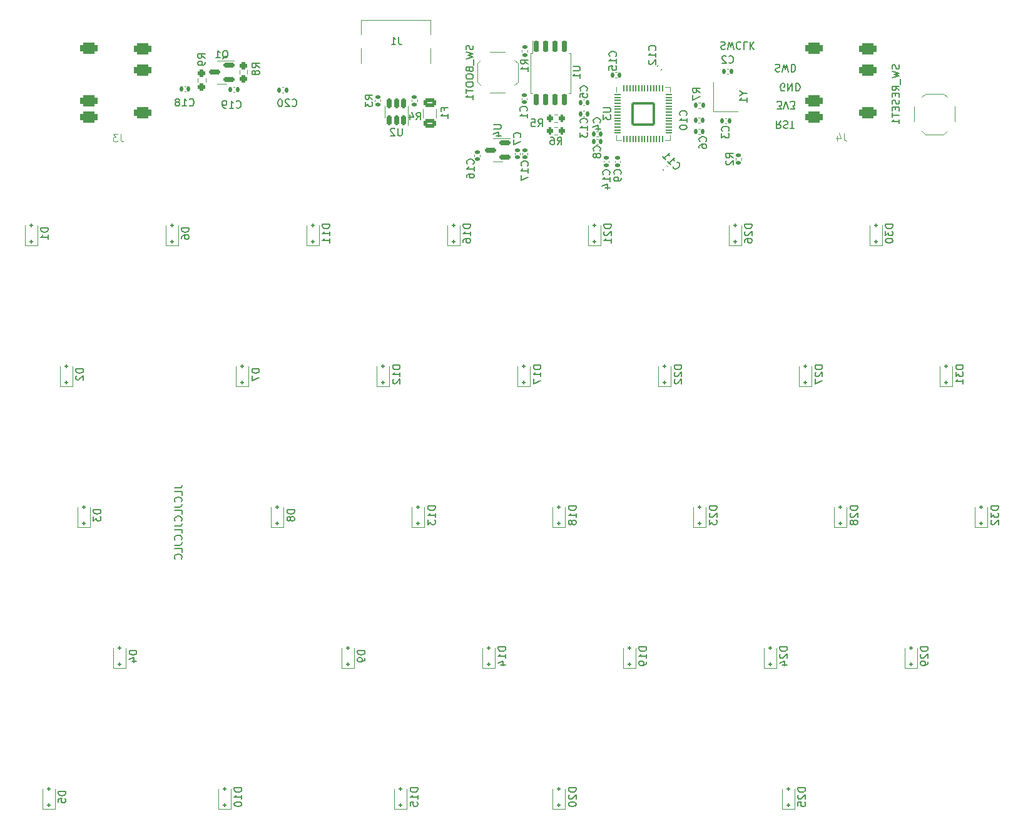
<source format=gbr>
%TF.GenerationSoftware,KiCad,Pcbnew,7.0.9*%
%TF.CreationDate,2024-01-14T19:33:28+01:00*%
%TF.ProjectId,left_pcb,6c656674-5f70-4636-922e-6b696361645f,rev?*%
%TF.SameCoordinates,Original*%
%TF.FileFunction,Legend,Bot*%
%TF.FilePolarity,Positive*%
%FSLAX46Y46*%
G04 Gerber Fmt 4.6, Leading zero omitted, Abs format (unit mm)*
G04 Created by KiCad (PCBNEW 7.0.9) date 2024-01-14 19:33:28*
%MOMM*%
%LPD*%
G01*
G04 APERTURE LIST*
G04 Aperture macros list*
%AMRoundRect*
0 Rectangle with rounded corners*
0 $1 Rounding radius*
0 $2 $3 $4 $5 $6 $7 $8 $9 X,Y pos of 4 corners*
0 Add a 4 corners polygon primitive as box body*
4,1,4,$2,$3,$4,$5,$6,$7,$8,$9,$2,$3,0*
0 Add four circle primitives for the rounded corners*
1,1,$1+$1,$2,$3*
1,1,$1+$1,$4,$5*
1,1,$1+$1,$6,$7*
1,1,$1+$1,$8,$9*
0 Add four rect primitives between the rounded corners*
20,1,$1+$1,$2,$3,$4,$5,0*
20,1,$1+$1,$4,$5,$6,$7,0*
20,1,$1+$1,$6,$7,$8,$9,0*
20,1,$1+$1,$8,$9,$2,$3,0*%
G04 Aperture macros list end*
%ADD10C,0.150000*%
%ADD11C,0.100000*%
%ADD12C,0.120000*%
%ADD13C,1.700000*%
%ADD14C,4.000000*%
%ADD15C,2.200000*%
%ADD16R,1.700000X1.700000*%
%ADD17O,1.700000X1.700000*%
%ADD18C,3.050000*%
%ADD19RoundRect,0.125000X0.125000X-0.125000X0.125000X0.125000X-0.125000X0.125000X-0.125000X-0.125000X0*%
%ADD20RoundRect,0.140000X-0.140000X-0.170000X0.140000X-0.170000X0.140000X0.170000X-0.140000X0.170000X0*%
%ADD21RoundRect,0.237500X-0.237500X0.250000X-0.237500X-0.250000X0.237500X-0.250000X0.237500X0.250000X0*%
%ADD22RoundRect,0.140000X-0.170000X0.140000X-0.170000X-0.140000X0.170000X-0.140000X0.170000X0.140000X0*%
%ADD23C,1.300000*%
%ADD24RoundRect,0.400000X0.750000X0.400000X-0.750000X0.400000X-0.750000X-0.400000X0.750000X-0.400000X0*%
%ADD25RoundRect,0.140000X0.140000X0.170000X-0.140000X0.170000X-0.140000X-0.170000X0.140000X-0.170000X0*%
%ADD26RoundRect,0.135000X-0.185000X0.135000X-0.185000X-0.135000X0.185000X-0.135000X0.185000X0.135000X0*%
%ADD27RoundRect,0.150000X0.587500X0.150000X-0.587500X0.150000X-0.587500X-0.150000X0.587500X-0.150000X0*%
%ADD28RoundRect,0.140000X-0.219203X-0.021213X-0.021213X-0.219203X0.219203X0.021213X0.021213X0.219203X0*%
%ADD29RoundRect,0.200000X-0.200000X-0.275000X0.200000X-0.275000X0.200000X0.275000X-0.200000X0.275000X0*%
%ADD30RoundRect,0.140000X0.170000X-0.140000X0.170000X0.140000X-0.170000X0.140000X-0.170000X-0.140000X0*%
%ADD31R,1.700000X1.000000*%
%ADD32C,0.650000*%
%ADD33R,0.600000X1.450000*%
%ADD34R,0.300000X1.450000*%
%ADD35O,1.000000X1.600000*%
%ADD36O,1.000000X2.100000*%
%ADD37R,1.000000X1.700000*%
%ADD38R,1.200000X1.400000*%
%ADD39RoundRect,0.250000X-0.625000X0.375000X-0.625000X-0.375000X0.625000X-0.375000X0.625000X0.375000X0*%
%ADD40RoundRect,0.050000X-0.050000X0.387500X-0.050000X-0.387500X0.050000X-0.387500X0.050000X0.387500X0*%
%ADD41RoundRect,0.050000X-0.387500X0.050000X-0.387500X-0.050000X0.387500X-0.050000X0.387500X0.050000X0*%
%ADD42RoundRect,0.144000X-1.456000X1.456000X-1.456000X-1.456000X1.456000X-1.456000X1.456000X1.456000X0*%
%ADD43RoundRect,0.135000X0.135000X0.185000X-0.135000X0.185000X-0.135000X-0.185000X0.135000X-0.185000X0*%
%ADD44RoundRect,0.150000X-0.150000X0.650000X-0.150000X-0.650000X0.150000X-0.650000X0.150000X0.650000X0*%
%ADD45RoundRect,0.237500X0.237500X-0.250000X0.237500X0.250000X-0.237500X0.250000X-0.237500X-0.250000X0*%
%ADD46RoundRect,0.135000X0.185000X-0.135000X0.185000X0.135000X-0.185000X0.135000X-0.185000X-0.135000X0*%
%ADD47RoundRect,0.140000X0.021213X-0.219203X0.219203X-0.021213X-0.021213X0.219203X-0.219203X0.021213X0*%
%ADD48RoundRect,0.150000X0.150000X-0.512500X0.150000X0.512500X-0.150000X0.512500X-0.150000X-0.512500X0*%
G04 APERTURE END LIST*
D10*
X-36680581Y-80928093D02*
X-35966296Y-80928093D01*
X-35966296Y-80928093D02*
X-35823439Y-80880474D01*
X-35823439Y-80880474D02*
X-35728200Y-80785236D01*
X-35728200Y-80785236D02*
X-35680581Y-80642379D01*
X-35680581Y-80642379D02*
X-35680581Y-80547141D01*
X-35680581Y-81880474D02*
X-35680581Y-81404284D01*
X-35680581Y-81404284D02*
X-36680581Y-81404284D01*
X-35775820Y-82785236D02*
X-35728200Y-82737617D01*
X-35728200Y-82737617D02*
X-35680581Y-82594760D01*
X-35680581Y-82594760D02*
X-35680581Y-82499522D01*
X-35680581Y-82499522D02*
X-35728200Y-82356665D01*
X-35728200Y-82356665D02*
X-35823439Y-82261427D01*
X-35823439Y-82261427D02*
X-35918677Y-82213808D01*
X-35918677Y-82213808D02*
X-36109153Y-82166189D01*
X-36109153Y-82166189D02*
X-36252010Y-82166189D01*
X-36252010Y-82166189D02*
X-36442486Y-82213808D01*
X-36442486Y-82213808D02*
X-36537724Y-82261427D01*
X-36537724Y-82261427D02*
X-36632962Y-82356665D01*
X-36632962Y-82356665D02*
X-36680581Y-82499522D01*
X-36680581Y-82499522D02*
X-36680581Y-82594760D01*
X-36680581Y-82594760D02*
X-36632962Y-82737617D01*
X-36632962Y-82737617D02*
X-36585343Y-82785236D01*
X-36680581Y-83499522D02*
X-35966296Y-83499522D01*
X-35966296Y-83499522D02*
X-35823439Y-83451903D01*
X-35823439Y-83451903D02*
X-35728200Y-83356665D01*
X-35728200Y-83356665D02*
X-35680581Y-83213808D01*
X-35680581Y-83213808D02*
X-35680581Y-83118570D01*
X-35680581Y-84451903D02*
X-35680581Y-83975713D01*
X-35680581Y-83975713D02*
X-36680581Y-83975713D01*
X-35775820Y-85356665D02*
X-35728200Y-85309046D01*
X-35728200Y-85309046D02*
X-35680581Y-85166189D01*
X-35680581Y-85166189D02*
X-35680581Y-85070951D01*
X-35680581Y-85070951D02*
X-35728200Y-84928094D01*
X-35728200Y-84928094D02*
X-35823439Y-84832856D01*
X-35823439Y-84832856D02*
X-35918677Y-84785237D01*
X-35918677Y-84785237D02*
X-36109153Y-84737618D01*
X-36109153Y-84737618D02*
X-36252010Y-84737618D01*
X-36252010Y-84737618D02*
X-36442486Y-84785237D01*
X-36442486Y-84785237D02*
X-36537724Y-84832856D01*
X-36537724Y-84832856D02*
X-36632962Y-84928094D01*
X-36632962Y-84928094D02*
X-36680581Y-85070951D01*
X-36680581Y-85070951D02*
X-36680581Y-85166189D01*
X-36680581Y-85166189D02*
X-36632962Y-85309046D01*
X-36632962Y-85309046D02*
X-36585343Y-85356665D01*
X-36680581Y-86070951D02*
X-35966296Y-86070951D01*
X-35966296Y-86070951D02*
X-35823439Y-86023332D01*
X-35823439Y-86023332D02*
X-35728200Y-85928094D01*
X-35728200Y-85928094D02*
X-35680581Y-85785237D01*
X-35680581Y-85785237D02*
X-35680581Y-85689999D01*
X-35680581Y-87023332D02*
X-35680581Y-86547142D01*
X-35680581Y-86547142D02*
X-36680581Y-86547142D01*
X-35775820Y-87928094D02*
X-35728200Y-87880475D01*
X-35728200Y-87880475D02*
X-35680581Y-87737618D01*
X-35680581Y-87737618D02*
X-35680581Y-87642380D01*
X-35680581Y-87642380D02*
X-35728200Y-87499523D01*
X-35728200Y-87499523D02*
X-35823439Y-87404285D01*
X-35823439Y-87404285D02*
X-35918677Y-87356666D01*
X-35918677Y-87356666D02*
X-36109153Y-87309047D01*
X-36109153Y-87309047D02*
X-36252010Y-87309047D01*
X-36252010Y-87309047D02*
X-36442486Y-87356666D01*
X-36442486Y-87356666D02*
X-36537724Y-87404285D01*
X-36537724Y-87404285D02*
X-36632962Y-87499523D01*
X-36632962Y-87499523D02*
X-36680581Y-87642380D01*
X-36680581Y-87642380D02*
X-36680581Y-87737618D01*
X-36680581Y-87737618D02*
X-36632962Y-87880475D01*
X-36632962Y-87880475D02*
X-36585343Y-87928094D01*
X-36680581Y-88642380D02*
X-35966296Y-88642380D01*
X-35966296Y-88642380D02*
X-35823439Y-88594761D01*
X-35823439Y-88594761D02*
X-35728200Y-88499523D01*
X-35728200Y-88499523D02*
X-35680581Y-88356666D01*
X-35680581Y-88356666D02*
X-35680581Y-88261428D01*
X-35680581Y-89594761D02*
X-35680581Y-89118571D01*
X-35680581Y-89118571D02*
X-36680581Y-89118571D01*
X-35775820Y-90499523D02*
X-35728200Y-90451904D01*
X-35728200Y-90451904D02*
X-35680581Y-90309047D01*
X-35680581Y-90309047D02*
X-35680581Y-90213809D01*
X-35680581Y-90213809D02*
X-35728200Y-90070952D01*
X-35728200Y-90070952D02*
X-35823439Y-89975714D01*
X-35823439Y-89975714D02*
X-35918677Y-89928095D01*
X-35918677Y-89928095D02*
X-36109153Y-89880476D01*
X-36109153Y-89880476D02*
X-36252010Y-89880476D01*
X-36252010Y-89880476D02*
X-36442486Y-89928095D01*
X-36442486Y-89928095D02*
X-36537724Y-89975714D01*
X-36537724Y-89975714D02*
X-36632962Y-90070952D01*
X-36632962Y-90070952D02*
X-36680581Y-90213809D01*
X-36680581Y-90213809D02*
X-36680581Y-90309047D01*
X-36680581Y-90309047D02*
X-36632962Y-90451904D01*
X-36632962Y-90451904D02*
X-36585343Y-90499523D01*
X45860588Y-27182561D02*
X45765350Y-27230180D01*
X45765350Y-27230180D02*
X45622493Y-27230180D01*
X45622493Y-27230180D02*
X45479636Y-27182561D01*
X45479636Y-27182561D02*
X45384398Y-27087323D01*
X45384398Y-27087323D02*
X45336779Y-26992085D01*
X45336779Y-26992085D02*
X45289160Y-26801609D01*
X45289160Y-26801609D02*
X45289160Y-26658752D01*
X45289160Y-26658752D02*
X45336779Y-26468276D01*
X45336779Y-26468276D02*
X45384398Y-26373038D01*
X45384398Y-26373038D02*
X45479636Y-26277800D01*
X45479636Y-26277800D02*
X45622493Y-26230180D01*
X45622493Y-26230180D02*
X45717731Y-26230180D01*
X45717731Y-26230180D02*
X45860588Y-26277800D01*
X45860588Y-26277800D02*
X45908207Y-26325419D01*
X45908207Y-26325419D02*
X45908207Y-26658752D01*
X45908207Y-26658752D02*
X45717731Y-26658752D01*
X46336779Y-26230180D02*
X46336779Y-27230180D01*
X46336779Y-27230180D02*
X46908207Y-26230180D01*
X46908207Y-26230180D02*
X46908207Y-27230180D01*
X47384398Y-26230180D02*
X47384398Y-27230180D01*
X47384398Y-27230180D02*
X47622493Y-27230180D01*
X47622493Y-27230180D02*
X47765350Y-27182561D01*
X47765350Y-27182561D02*
X47860588Y-27087323D01*
X47860588Y-27087323D02*
X47908207Y-26992085D01*
X47908207Y-26992085D02*
X47955826Y-26801609D01*
X47955826Y-26801609D02*
X47955826Y-26658752D01*
X47955826Y-26658752D02*
X47908207Y-26468276D01*
X47908207Y-26468276D02*
X47860588Y-26373038D01*
X47860588Y-26373038D02*
X47765350Y-26277800D01*
X47765350Y-26277800D02*
X47622493Y-26230180D01*
X47622493Y-26230180D02*
X47384398Y-26230180D01*
X37239160Y-20627800D02*
X37382017Y-20580180D01*
X37382017Y-20580180D02*
X37620112Y-20580180D01*
X37620112Y-20580180D02*
X37715350Y-20627800D01*
X37715350Y-20627800D02*
X37762969Y-20675419D01*
X37762969Y-20675419D02*
X37810588Y-20770657D01*
X37810588Y-20770657D02*
X37810588Y-20865895D01*
X37810588Y-20865895D02*
X37762969Y-20961133D01*
X37762969Y-20961133D02*
X37715350Y-21008752D01*
X37715350Y-21008752D02*
X37620112Y-21056371D01*
X37620112Y-21056371D02*
X37429636Y-21103990D01*
X37429636Y-21103990D02*
X37334398Y-21151609D01*
X37334398Y-21151609D02*
X37286779Y-21199228D01*
X37286779Y-21199228D02*
X37239160Y-21294466D01*
X37239160Y-21294466D02*
X37239160Y-21389704D01*
X37239160Y-21389704D02*
X37286779Y-21484942D01*
X37286779Y-21484942D02*
X37334398Y-21532561D01*
X37334398Y-21532561D02*
X37429636Y-21580180D01*
X37429636Y-21580180D02*
X37667731Y-21580180D01*
X37667731Y-21580180D02*
X37810588Y-21532561D01*
X38143922Y-21580180D02*
X38382017Y-20580180D01*
X38382017Y-20580180D02*
X38572493Y-21294466D01*
X38572493Y-21294466D02*
X38762969Y-20580180D01*
X38762969Y-20580180D02*
X39001065Y-21580180D01*
X39953445Y-20675419D02*
X39905826Y-20627800D01*
X39905826Y-20627800D02*
X39762969Y-20580180D01*
X39762969Y-20580180D02*
X39667731Y-20580180D01*
X39667731Y-20580180D02*
X39524874Y-20627800D01*
X39524874Y-20627800D02*
X39429636Y-20723038D01*
X39429636Y-20723038D02*
X39382017Y-20818276D01*
X39382017Y-20818276D02*
X39334398Y-21008752D01*
X39334398Y-21008752D02*
X39334398Y-21151609D01*
X39334398Y-21151609D02*
X39382017Y-21342085D01*
X39382017Y-21342085D02*
X39429636Y-21437323D01*
X39429636Y-21437323D02*
X39524874Y-21532561D01*
X39524874Y-21532561D02*
X39667731Y-21580180D01*
X39667731Y-21580180D02*
X39762969Y-21580180D01*
X39762969Y-21580180D02*
X39905826Y-21532561D01*
X39905826Y-21532561D02*
X39953445Y-21484942D01*
X40858207Y-20580180D02*
X40382017Y-20580180D01*
X40382017Y-20580180D02*
X40382017Y-21580180D01*
X41191541Y-20580180D02*
X41191541Y-21580180D01*
X41762969Y-20580180D02*
X41334398Y-21151609D01*
X41762969Y-21580180D02*
X41191541Y-21008752D01*
X44841541Y-29630180D02*
X45460588Y-29630180D01*
X45460588Y-29630180D02*
X45127255Y-29249228D01*
X45127255Y-29249228D02*
X45270112Y-29249228D01*
X45270112Y-29249228D02*
X45365350Y-29201609D01*
X45365350Y-29201609D02*
X45412969Y-29153990D01*
X45412969Y-29153990D02*
X45460588Y-29058752D01*
X45460588Y-29058752D02*
X45460588Y-28820657D01*
X45460588Y-28820657D02*
X45412969Y-28725419D01*
X45412969Y-28725419D02*
X45365350Y-28677800D01*
X45365350Y-28677800D02*
X45270112Y-28630180D01*
X45270112Y-28630180D02*
X44984398Y-28630180D01*
X44984398Y-28630180D02*
X44889160Y-28677800D01*
X44889160Y-28677800D02*
X44841541Y-28725419D01*
X45746303Y-29630180D02*
X46079636Y-28630180D01*
X46079636Y-28630180D02*
X46412969Y-29630180D01*
X46651065Y-29630180D02*
X47270112Y-29630180D01*
X47270112Y-29630180D02*
X46936779Y-29249228D01*
X46936779Y-29249228D02*
X47079636Y-29249228D01*
X47079636Y-29249228D02*
X47174874Y-29201609D01*
X47174874Y-29201609D02*
X47222493Y-29153990D01*
X47222493Y-29153990D02*
X47270112Y-29058752D01*
X47270112Y-29058752D02*
X47270112Y-28820657D01*
X47270112Y-28820657D02*
X47222493Y-28725419D01*
X47222493Y-28725419D02*
X47174874Y-28677800D01*
X47174874Y-28677800D02*
X47079636Y-28630180D01*
X47079636Y-28630180D02*
X46793922Y-28630180D01*
X46793922Y-28630180D02*
X46698684Y-28677800D01*
X46698684Y-28677800D02*
X46651065Y-28725419D01*
X44639160Y-23677800D02*
X44782017Y-23630180D01*
X44782017Y-23630180D02*
X45020112Y-23630180D01*
X45020112Y-23630180D02*
X45115350Y-23677800D01*
X45115350Y-23677800D02*
X45162969Y-23725419D01*
X45162969Y-23725419D02*
X45210588Y-23820657D01*
X45210588Y-23820657D02*
X45210588Y-23915895D01*
X45210588Y-23915895D02*
X45162969Y-24011133D01*
X45162969Y-24011133D02*
X45115350Y-24058752D01*
X45115350Y-24058752D02*
X45020112Y-24106371D01*
X45020112Y-24106371D02*
X44829636Y-24153990D01*
X44829636Y-24153990D02*
X44734398Y-24201609D01*
X44734398Y-24201609D02*
X44686779Y-24249228D01*
X44686779Y-24249228D02*
X44639160Y-24344466D01*
X44639160Y-24344466D02*
X44639160Y-24439704D01*
X44639160Y-24439704D02*
X44686779Y-24534942D01*
X44686779Y-24534942D02*
X44734398Y-24582561D01*
X44734398Y-24582561D02*
X44829636Y-24630180D01*
X44829636Y-24630180D02*
X45067731Y-24630180D01*
X45067731Y-24630180D02*
X45210588Y-24582561D01*
X45543922Y-24630180D02*
X45782017Y-23630180D01*
X45782017Y-23630180D02*
X45972493Y-24344466D01*
X45972493Y-24344466D02*
X46162969Y-23630180D01*
X46162969Y-23630180D02*
X46401065Y-24630180D01*
X46782017Y-23630180D02*
X46782017Y-24630180D01*
X46782017Y-24630180D02*
X47020112Y-24630180D01*
X47020112Y-24630180D02*
X47162969Y-24582561D01*
X47162969Y-24582561D02*
X47258207Y-24487323D01*
X47258207Y-24487323D02*
X47305826Y-24392085D01*
X47305826Y-24392085D02*
X47353445Y-24201609D01*
X47353445Y-24201609D02*
X47353445Y-24058752D01*
X47353445Y-24058752D02*
X47305826Y-23868276D01*
X47305826Y-23868276D02*
X47258207Y-23773038D01*
X47258207Y-23773038D02*
X47162969Y-23677800D01*
X47162969Y-23677800D02*
X47020112Y-23630180D01*
X47020112Y-23630180D02*
X46782017Y-23630180D01*
X45358207Y-31280180D02*
X45024874Y-31756371D01*
X44786779Y-31280180D02*
X44786779Y-32280180D01*
X44786779Y-32280180D02*
X45167731Y-32280180D01*
X45167731Y-32280180D02*
X45262969Y-32232561D01*
X45262969Y-32232561D02*
X45310588Y-32184942D01*
X45310588Y-32184942D02*
X45358207Y-32089704D01*
X45358207Y-32089704D02*
X45358207Y-31946847D01*
X45358207Y-31946847D02*
X45310588Y-31851609D01*
X45310588Y-31851609D02*
X45262969Y-31803990D01*
X45262969Y-31803990D02*
X45167731Y-31756371D01*
X45167731Y-31756371D02*
X44786779Y-31756371D01*
X45739160Y-31327800D02*
X45882017Y-31280180D01*
X45882017Y-31280180D02*
X46120112Y-31280180D01*
X46120112Y-31280180D02*
X46215350Y-31327800D01*
X46215350Y-31327800D02*
X46262969Y-31375419D01*
X46262969Y-31375419D02*
X46310588Y-31470657D01*
X46310588Y-31470657D02*
X46310588Y-31565895D01*
X46310588Y-31565895D02*
X46262969Y-31661133D01*
X46262969Y-31661133D02*
X46215350Y-31708752D01*
X46215350Y-31708752D02*
X46120112Y-31756371D01*
X46120112Y-31756371D02*
X45929636Y-31803990D01*
X45929636Y-31803990D02*
X45834398Y-31851609D01*
X45834398Y-31851609D02*
X45786779Y-31899228D01*
X45786779Y-31899228D02*
X45739160Y-31994466D01*
X45739160Y-31994466D02*
X45739160Y-32089704D01*
X45739160Y-32089704D02*
X45786779Y-32184942D01*
X45786779Y-32184942D02*
X45834398Y-32232561D01*
X45834398Y-32232561D02*
X45929636Y-32280180D01*
X45929636Y-32280180D02*
X46167731Y-32280180D01*
X46167731Y-32280180D02*
X46310588Y-32232561D01*
X46596303Y-32280180D02*
X47167731Y-32280180D01*
X46882017Y-31280180D02*
X46882017Y-32280180D01*
X70041719Y-64325714D02*
X69041719Y-64325714D01*
X69041719Y-64325714D02*
X69041719Y-64563809D01*
X69041719Y-64563809D02*
X69089338Y-64706666D01*
X69089338Y-64706666D02*
X69184576Y-64801904D01*
X69184576Y-64801904D02*
X69279814Y-64849523D01*
X69279814Y-64849523D02*
X69470290Y-64897142D01*
X69470290Y-64897142D02*
X69613147Y-64897142D01*
X69613147Y-64897142D02*
X69803623Y-64849523D01*
X69803623Y-64849523D02*
X69898861Y-64801904D01*
X69898861Y-64801904D02*
X69994100Y-64706666D01*
X69994100Y-64706666D02*
X70041719Y-64563809D01*
X70041719Y-64563809D02*
X70041719Y-64325714D01*
X69041719Y-65230476D02*
X69041719Y-65849523D01*
X69041719Y-65849523D02*
X69422671Y-65516190D01*
X69422671Y-65516190D02*
X69422671Y-65659047D01*
X69422671Y-65659047D02*
X69470290Y-65754285D01*
X69470290Y-65754285D02*
X69517909Y-65801904D01*
X69517909Y-65801904D02*
X69613147Y-65849523D01*
X69613147Y-65849523D02*
X69851242Y-65849523D01*
X69851242Y-65849523D02*
X69946480Y-65801904D01*
X69946480Y-65801904D02*
X69994100Y-65754285D01*
X69994100Y-65754285D02*
X70041719Y-65659047D01*
X70041719Y-65659047D02*
X70041719Y-65373333D01*
X70041719Y-65373333D02*
X69994100Y-65278095D01*
X69994100Y-65278095D02*
X69946480Y-65230476D01*
X70041719Y-66801904D02*
X70041719Y-66230476D01*
X70041719Y-66516190D02*
X69041719Y-66516190D01*
X69041719Y-66516190D02*
X69184576Y-66420952D01*
X69184576Y-66420952D02*
X69279814Y-66325714D01*
X69279814Y-66325714D02*
X69327433Y-66230476D01*
X31941719Y-64325714D02*
X30941719Y-64325714D01*
X30941719Y-64325714D02*
X30941719Y-64563809D01*
X30941719Y-64563809D02*
X30989338Y-64706666D01*
X30989338Y-64706666D02*
X31084576Y-64801904D01*
X31084576Y-64801904D02*
X31179814Y-64849523D01*
X31179814Y-64849523D02*
X31370290Y-64897142D01*
X31370290Y-64897142D02*
X31513147Y-64897142D01*
X31513147Y-64897142D02*
X31703623Y-64849523D01*
X31703623Y-64849523D02*
X31798861Y-64801904D01*
X31798861Y-64801904D02*
X31894100Y-64706666D01*
X31894100Y-64706666D02*
X31941719Y-64563809D01*
X31941719Y-64563809D02*
X31941719Y-64325714D01*
X31036957Y-65278095D02*
X30989338Y-65325714D01*
X30989338Y-65325714D02*
X30941719Y-65420952D01*
X30941719Y-65420952D02*
X30941719Y-65659047D01*
X30941719Y-65659047D02*
X30989338Y-65754285D01*
X30989338Y-65754285D02*
X31036957Y-65801904D01*
X31036957Y-65801904D02*
X31132195Y-65849523D01*
X31132195Y-65849523D02*
X31227433Y-65849523D01*
X31227433Y-65849523D02*
X31370290Y-65801904D01*
X31370290Y-65801904D02*
X31941719Y-65230476D01*
X31941719Y-65230476D02*
X31941719Y-65849523D01*
X31036957Y-66230476D02*
X30989338Y-66278095D01*
X30989338Y-66278095D02*
X30941719Y-66373333D01*
X30941719Y-66373333D02*
X30941719Y-66611428D01*
X30941719Y-66611428D02*
X30989338Y-66706666D01*
X30989338Y-66706666D02*
X31036957Y-66754285D01*
X31036957Y-66754285D02*
X31132195Y-66801904D01*
X31132195Y-66801904D02*
X31227433Y-66801904D01*
X31227433Y-66801904D02*
X31370290Y-66754285D01*
X31370290Y-66754285D02*
X31941719Y-66182857D01*
X31941719Y-66182857D02*
X31941719Y-66801904D01*
X35221598Y-34042083D02*
X35269218Y-33994464D01*
X35269218Y-33994464D02*
X35316837Y-33851607D01*
X35316837Y-33851607D02*
X35316837Y-33756369D01*
X35316837Y-33756369D02*
X35269218Y-33613512D01*
X35269218Y-33613512D02*
X35173979Y-33518274D01*
X35173979Y-33518274D02*
X35078741Y-33470655D01*
X35078741Y-33470655D02*
X34888265Y-33423036D01*
X34888265Y-33423036D02*
X34745408Y-33423036D01*
X34745408Y-33423036D02*
X34554932Y-33470655D01*
X34554932Y-33470655D02*
X34459694Y-33518274D01*
X34459694Y-33518274D02*
X34364456Y-33613512D01*
X34364456Y-33613512D02*
X34316837Y-33756369D01*
X34316837Y-33756369D02*
X34316837Y-33851607D01*
X34316837Y-33851607D02*
X34364456Y-33994464D01*
X34364456Y-33994464D02*
X34412075Y-34042083D01*
X34316837Y-34899226D02*
X34316837Y-34708750D01*
X34316837Y-34708750D02*
X34364456Y-34613512D01*
X34364456Y-34613512D02*
X34412075Y-34565893D01*
X34412075Y-34565893D02*
X34554932Y-34470655D01*
X34554932Y-34470655D02*
X34745408Y-34423036D01*
X34745408Y-34423036D02*
X35126360Y-34423036D01*
X35126360Y-34423036D02*
X35221598Y-34470655D01*
X35221598Y-34470655D02*
X35269218Y-34518274D01*
X35269218Y-34518274D02*
X35316837Y-34613512D01*
X35316837Y-34613512D02*
X35316837Y-34803988D01*
X35316837Y-34803988D02*
X35269218Y-34899226D01*
X35269218Y-34899226D02*
X35221598Y-34946845D01*
X35221598Y-34946845D02*
X35126360Y-34994464D01*
X35126360Y-34994464D02*
X34888265Y-34994464D01*
X34888265Y-34994464D02*
X34793027Y-34946845D01*
X34793027Y-34946845D02*
X34745408Y-34899226D01*
X34745408Y-34899226D02*
X34697789Y-34803988D01*
X34697789Y-34803988D02*
X34697789Y-34613512D01*
X34697789Y-34613512D02*
X34745408Y-34518274D01*
X34745408Y-34518274D02*
X34793027Y-34470655D01*
X34793027Y-34470655D02*
X34888265Y-34423036D01*
X-49020281Y-64801905D02*
X-50020281Y-64801905D01*
X-50020281Y-64801905D02*
X-50020281Y-65040000D01*
X-50020281Y-65040000D02*
X-49972662Y-65182857D01*
X-49972662Y-65182857D02*
X-49877424Y-65278095D01*
X-49877424Y-65278095D02*
X-49782186Y-65325714D01*
X-49782186Y-65325714D02*
X-49591710Y-65373333D01*
X-49591710Y-65373333D02*
X-49448853Y-65373333D01*
X-49448853Y-65373333D02*
X-49258377Y-65325714D01*
X-49258377Y-65325714D02*
X-49163139Y-65278095D01*
X-49163139Y-65278095D02*
X-49067900Y-65182857D01*
X-49067900Y-65182857D02*
X-49020281Y-65040000D01*
X-49020281Y-65040000D02*
X-49020281Y-64801905D01*
X-49925043Y-65754286D02*
X-49972662Y-65801905D01*
X-49972662Y-65801905D02*
X-50020281Y-65897143D01*
X-50020281Y-65897143D02*
X-50020281Y-66135238D01*
X-50020281Y-66135238D02*
X-49972662Y-66230476D01*
X-49972662Y-66230476D02*
X-49925043Y-66278095D01*
X-49925043Y-66278095D02*
X-49829805Y-66325714D01*
X-49829805Y-66325714D02*
X-49734567Y-66325714D01*
X-49734567Y-66325714D02*
X-49591710Y-66278095D01*
X-49591710Y-66278095D02*
X-49020281Y-65706667D01*
X-49020281Y-65706667D02*
X-49020281Y-66325714D01*
X74804219Y-83375714D02*
X73804219Y-83375714D01*
X73804219Y-83375714D02*
X73804219Y-83613809D01*
X73804219Y-83613809D02*
X73851838Y-83756666D01*
X73851838Y-83756666D02*
X73947076Y-83851904D01*
X73947076Y-83851904D02*
X74042314Y-83899523D01*
X74042314Y-83899523D02*
X74232790Y-83947142D01*
X74232790Y-83947142D02*
X74375647Y-83947142D01*
X74375647Y-83947142D02*
X74566123Y-83899523D01*
X74566123Y-83899523D02*
X74661361Y-83851904D01*
X74661361Y-83851904D02*
X74756600Y-83756666D01*
X74756600Y-83756666D02*
X74804219Y-83613809D01*
X74804219Y-83613809D02*
X74804219Y-83375714D01*
X73804219Y-84280476D02*
X73804219Y-84899523D01*
X73804219Y-84899523D02*
X74185171Y-84566190D01*
X74185171Y-84566190D02*
X74185171Y-84709047D01*
X74185171Y-84709047D02*
X74232790Y-84804285D01*
X74232790Y-84804285D02*
X74280409Y-84851904D01*
X74280409Y-84851904D02*
X74375647Y-84899523D01*
X74375647Y-84899523D02*
X74613742Y-84899523D01*
X74613742Y-84899523D02*
X74708980Y-84851904D01*
X74708980Y-84851904D02*
X74756600Y-84804285D01*
X74756600Y-84804285D02*
X74804219Y-84709047D01*
X74804219Y-84709047D02*
X74804219Y-84423333D01*
X74804219Y-84423333D02*
X74756600Y-84328095D01*
X74756600Y-84328095D02*
X74708980Y-84280476D01*
X73899457Y-85280476D02*
X73851838Y-85328095D01*
X73851838Y-85328095D02*
X73804219Y-85423333D01*
X73804219Y-85423333D02*
X73804219Y-85661428D01*
X73804219Y-85661428D02*
X73851838Y-85756666D01*
X73851838Y-85756666D02*
X73899457Y-85804285D01*
X73899457Y-85804285D02*
X73994695Y-85851904D01*
X73994695Y-85851904D02*
X74089933Y-85851904D01*
X74089933Y-85851904D02*
X74232790Y-85804285D01*
X74232790Y-85804285D02*
X74804219Y-85232857D01*
X74804219Y-85232857D02*
X74804219Y-85851904D01*
X-25195181Y-24083333D02*
X-25671372Y-23750000D01*
X-25195181Y-23511905D02*
X-26195181Y-23511905D01*
X-26195181Y-23511905D02*
X-26195181Y-23892857D01*
X-26195181Y-23892857D02*
X-26147562Y-23988095D01*
X-26147562Y-23988095D02*
X-26099943Y-24035714D01*
X-26099943Y-24035714D02*
X-26004705Y-24083333D01*
X-26004705Y-24083333D02*
X-25861848Y-24083333D01*
X-25861848Y-24083333D02*
X-25766610Y-24035714D01*
X-25766610Y-24035714D02*
X-25718991Y-23988095D01*
X-25718991Y-23988095D02*
X-25671372Y-23892857D01*
X-25671372Y-23892857D02*
X-25671372Y-23511905D01*
X-25766610Y-24654762D02*
X-25814229Y-24559524D01*
X-25814229Y-24559524D02*
X-25861848Y-24511905D01*
X-25861848Y-24511905D02*
X-25957086Y-24464286D01*
X-25957086Y-24464286D02*
X-26004705Y-24464286D01*
X-26004705Y-24464286D02*
X-26099943Y-24511905D01*
X-26099943Y-24511905D02*
X-26147562Y-24559524D01*
X-26147562Y-24559524D02*
X-26195181Y-24654762D01*
X-26195181Y-24654762D02*
X-26195181Y-24845238D01*
X-26195181Y-24845238D02*
X-26147562Y-24940476D01*
X-26147562Y-24940476D02*
X-26099943Y-24988095D01*
X-26099943Y-24988095D02*
X-26004705Y-25035714D01*
X-26004705Y-25035714D02*
X-25957086Y-25035714D01*
X-25957086Y-25035714D02*
X-25861848Y-24988095D01*
X-25861848Y-24988095D02*
X-25814229Y-24940476D01*
X-25814229Y-24940476D02*
X-25766610Y-24845238D01*
X-25766610Y-24845238D02*
X-25766610Y-24654762D01*
X-25766610Y-24654762D02*
X-25718991Y-24559524D01*
X-25718991Y-24559524D02*
X-25671372Y-24511905D01*
X-25671372Y-24511905D02*
X-25576134Y-24464286D01*
X-25576134Y-24464286D02*
X-25385658Y-24464286D01*
X-25385658Y-24464286D02*
X-25290420Y-24511905D01*
X-25290420Y-24511905D02*
X-25242800Y-24559524D01*
X-25242800Y-24559524D02*
X-25195181Y-24654762D01*
X-25195181Y-24654762D02*
X-25195181Y-24845238D01*
X-25195181Y-24845238D02*
X-25242800Y-24940476D01*
X-25242800Y-24940476D02*
X-25290420Y-24988095D01*
X-25290420Y-24988095D02*
X-25385658Y-25035714D01*
X-25385658Y-25035714D02*
X-25576134Y-25035714D01*
X-25576134Y-25035714D02*
X-25671372Y-24988095D01*
X-25671372Y-24988095D02*
X-25718991Y-24940476D01*
X-25718991Y-24940476D02*
X-25766610Y-24845238D01*
X8129219Y-102425714D02*
X7129219Y-102425714D01*
X7129219Y-102425714D02*
X7129219Y-102663809D01*
X7129219Y-102663809D02*
X7176838Y-102806666D01*
X7176838Y-102806666D02*
X7272076Y-102901904D01*
X7272076Y-102901904D02*
X7367314Y-102949523D01*
X7367314Y-102949523D02*
X7557790Y-102997142D01*
X7557790Y-102997142D02*
X7700647Y-102997142D01*
X7700647Y-102997142D02*
X7891123Y-102949523D01*
X7891123Y-102949523D02*
X7986361Y-102901904D01*
X7986361Y-102901904D02*
X8081600Y-102806666D01*
X8081600Y-102806666D02*
X8129219Y-102663809D01*
X8129219Y-102663809D02*
X8129219Y-102425714D01*
X8129219Y-103949523D02*
X8129219Y-103378095D01*
X8129219Y-103663809D02*
X7129219Y-103663809D01*
X7129219Y-103663809D02*
X7272076Y-103568571D01*
X7272076Y-103568571D02*
X7367314Y-103473333D01*
X7367314Y-103473333D02*
X7414933Y-103378095D01*
X7462552Y-104806666D02*
X8129219Y-104806666D01*
X7081600Y-104568571D02*
X7795885Y-104330476D01*
X7795885Y-104330476D02*
X7795885Y-104949523D01*
X27179219Y-102425714D02*
X26179219Y-102425714D01*
X26179219Y-102425714D02*
X26179219Y-102663809D01*
X26179219Y-102663809D02*
X26226838Y-102806666D01*
X26226838Y-102806666D02*
X26322076Y-102901904D01*
X26322076Y-102901904D02*
X26417314Y-102949523D01*
X26417314Y-102949523D02*
X26607790Y-102997142D01*
X26607790Y-102997142D02*
X26750647Y-102997142D01*
X26750647Y-102997142D02*
X26941123Y-102949523D01*
X26941123Y-102949523D02*
X27036361Y-102901904D01*
X27036361Y-102901904D02*
X27131600Y-102806666D01*
X27131600Y-102806666D02*
X27179219Y-102663809D01*
X27179219Y-102663809D02*
X27179219Y-102425714D01*
X27179219Y-103949523D02*
X27179219Y-103378095D01*
X27179219Y-103663809D02*
X26179219Y-103663809D01*
X26179219Y-103663809D02*
X26322076Y-103568571D01*
X26322076Y-103568571D02*
X26417314Y-103473333D01*
X26417314Y-103473333D02*
X26464933Y-103378095D01*
X27179219Y-104425714D02*
X27179219Y-104616190D01*
X27179219Y-104616190D02*
X27131600Y-104711428D01*
X27131600Y-104711428D02*
X27083980Y-104759047D01*
X27083980Y-104759047D02*
X26941123Y-104854285D01*
X26941123Y-104854285D02*
X26750647Y-104901904D01*
X26750647Y-104901904D02*
X26369695Y-104901904D01*
X26369695Y-104901904D02*
X26274457Y-104854285D01*
X26274457Y-104854285D02*
X26226838Y-104806666D01*
X26226838Y-104806666D02*
X26179219Y-104711428D01*
X26179219Y-104711428D02*
X26179219Y-104520952D01*
X26179219Y-104520952D02*
X26226838Y-104425714D01*
X26226838Y-104425714D02*
X26274457Y-104378095D01*
X26274457Y-104378095D02*
X26369695Y-104330476D01*
X26369695Y-104330476D02*
X26607790Y-104330476D01*
X26607790Y-104330476D02*
X26703028Y-104378095D01*
X26703028Y-104378095D02*
X26750647Y-104425714D01*
X26750647Y-104425714D02*
X26798266Y-104520952D01*
X26798266Y-104520952D02*
X26798266Y-104711428D01*
X26798266Y-104711428D02*
X26750647Y-104806666D01*
X26750647Y-104806666D02*
X26703028Y-104854285D01*
X26703028Y-104854285D02*
X26607790Y-104901904D01*
X-3777281Y-121475714D02*
X-4777281Y-121475714D01*
X-4777281Y-121475714D02*
X-4777281Y-121713809D01*
X-4777281Y-121713809D02*
X-4729662Y-121856666D01*
X-4729662Y-121856666D02*
X-4634424Y-121951904D01*
X-4634424Y-121951904D02*
X-4539186Y-121999523D01*
X-4539186Y-121999523D02*
X-4348710Y-122047142D01*
X-4348710Y-122047142D02*
X-4205853Y-122047142D01*
X-4205853Y-122047142D02*
X-4015377Y-121999523D01*
X-4015377Y-121999523D02*
X-3920139Y-121951904D01*
X-3920139Y-121951904D02*
X-3824900Y-121856666D01*
X-3824900Y-121856666D02*
X-3777281Y-121713809D01*
X-3777281Y-121713809D02*
X-3777281Y-121475714D01*
X-3777281Y-122999523D02*
X-3777281Y-122428095D01*
X-3777281Y-122713809D02*
X-4777281Y-122713809D01*
X-4777281Y-122713809D02*
X-4634424Y-122618571D01*
X-4634424Y-122618571D02*
X-4539186Y-122523333D01*
X-4539186Y-122523333D02*
X-4491567Y-122428095D01*
X-4777281Y-123904285D02*
X-4777281Y-123428095D01*
X-4777281Y-123428095D02*
X-4301091Y-123380476D01*
X-4301091Y-123380476D02*
X-4348710Y-123428095D01*
X-4348710Y-123428095D02*
X-4396329Y-123523333D01*
X-4396329Y-123523333D02*
X-4396329Y-123761428D01*
X-4396329Y-123761428D02*
X-4348710Y-123856666D01*
X-4348710Y-123856666D02*
X-4301091Y-123904285D01*
X-4301091Y-123904285D02*
X-4205853Y-123951904D01*
X-4205853Y-123951904D02*
X-3967758Y-123951904D01*
X-3967758Y-123951904D02*
X-3872520Y-123904285D01*
X-3872520Y-123904285D02*
X-3824900Y-123856666D01*
X-3824900Y-123856666D02*
X-3777281Y-123761428D01*
X-3777281Y-123761428D02*
X-3777281Y-123523333D01*
X-3777281Y-123523333D02*
X-3824900Y-123428095D01*
X-3824900Y-123428095D02*
X-3872520Y-123380476D01*
X23664598Y-38487083D02*
X23712218Y-38439464D01*
X23712218Y-38439464D02*
X23759837Y-38296607D01*
X23759837Y-38296607D02*
X23759837Y-38201369D01*
X23759837Y-38201369D02*
X23712218Y-38058512D01*
X23712218Y-38058512D02*
X23616979Y-37963274D01*
X23616979Y-37963274D02*
X23521741Y-37915655D01*
X23521741Y-37915655D02*
X23331265Y-37868036D01*
X23331265Y-37868036D02*
X23188408Y-37868036D01*
X23188408Y-37868036D02*
X22997932Y-37915655D01*
X22997932Y-37915655D02*
X22902694Y-37963274D01*
X22902694Y-37963274D02*
X22807456Y-38058512D01*
X22807456Y-38058512D02*
X22759837Y-38201369D01*
X22759837Y-38201369D02*
X22759837Y-38296607D01*
X22759837Y-38296607D02*
X22807456Y-38439464D01*
X22807456Y-38439464D02*
X22855075Y-38487083D01*
X23759837Y-38963274D02*
X23759837Y-39153750D01*
X23759837Y-39153750D02*
X23712218Y-39248988D01*
X23712218Y-39248988D02*
X23664598Y-39296607D01*
X23664598Y-39296607D02*
X23521741Y-39391845D01*
X23521741Y-39391845D02*
X23331265Y-39439464D01*
X23331265Y-39439464D02*
X22950313Y-39439464D01*
X22950313Y-39439464D02*
X22855075Y-39391845D01*
X22855075Y-39391845D02*
X22807456Y-39344226D01*
X22807456Y-39344226D02*
X22759837Y-39248988D01*
X22759837Y-39248988D02*
X22759837Y-39058512D01*
X22759837Y-39058512D02*
X22807456Y-38963274D01*
X22807456Y-38963274D02*
X22855075Y-38915655D01*
X22855075Y-38915655D02*
X22950313Y-38868036D01*
X22950313Y-38868036D02*
X23188408Y-38868036D01*
X23188408Y-38868036D02*
X23283646Y-38915655D01*
X23283646Y-38915655D02*
X23331265Y-38963274D01*
X23331265Y-38963274D02*
X23378884Y-39058512D01*
X23378884Y-39058512D02*
X23378884Y-39248988D01*
X23378884Y-39248988D02*
X23331265Y-39344226D01*
X23331265Y-39344226D02*
X23283646Y-39391845D01*
X23283646Y-39391845D02*
X23188408Y-39439464D01*
D11*
X-43991667Y-33057419D02*
X-43991667Y-33771704D01*
X-43991667Y-33771704D02*
X-43944048Y-33914561D01*
X-43944048Y-33914561D02*
X-43848810Y-34009800D01*
X-43848810Y-34009800D02*
X-43705953Y-34057419D01*
X-43705953Y-34057419D02*
X-43610715Y-34057419D01*
X-44372620Y-33057419D02*
X-44991667Y-33057419D01*
X-44991667Y-33057419D02*
X-44658334Y-33438371D01*
X-44658334Y-33438371D02*
X-44801191Y-33438371D01*
X-44801191Y-33438371D02*
X-44896429Y-33485990D01*
X-44896429Y-33485990D02*
X-44944048Y-33533609D01*
X-44944048Y-33533609D02*
X-44991667Y-33628847D01*
X-44991667Y-33628847D02*
X-44991667Y-33866942D01*
X-44991667Y-33866942D02*
X-44944048Y-33962180D01*
X-44944048Y-33962180D02*
X-44896429Y-34009800D01*
X-44896429Y-34009800D02*
X-44801191Y-34057419D01*
X-44801191Y-34057419D02*
X-44515477Y-34057419D01*
X-44515477Y-34057419D02*
X-44420239Y-34009800D01*
X-44420239Y-34009800D02*
X-44372620Y-33962180D01*
D10*
X-20445781Y-83851905D02*
X-21445781Y-83851905D01*
X-21445781Y-83851905D02*
X-21445781Y-84090000D01*
X-21445781Y-84090000D02*
X-21398162Y-84232857D01*
X-21398162Y-84232857D02*
X-21302924Y-84328095D01*
X-21302924Y-84328095D02*
X-21207686Y-84375714D01*
X-21207686Y-84375714D02*
X-21017210Y-84423333D01*
X-21017210Y-84423333D02*
X-20874353Y-84423333D01*
X-20874353Y-84423333D02*
X-20683877Y-84375714D01*
X-20683877Y-84375714D02*
X-20588639Y-84328095D01*
X-20588639Y-84328095D02*
X-20493400Y-84232857D01*
X-20493400Y-84232857D02*
X-20445781Y-84090000D01*
X-20445781Y-84090000D02*
X-20445781Y-83851905D01*
X-21017210Y-84994762D02*
X-21064829Y-84899524D01*
X-21064829Y-84899524D02*
X-21112448Y-84851905D01*
X-21112448Y-84851905D02*
X-21207686Y-84804286D01*
X-21207686Y-84804286D02*
X-21255305Y-84804286D01*
X-21255305Y-84804286D02*
X-21350543Y-84851905D01*
X-21350543Y-84851905D02*
X-21398162Y-84899524D01*
X-21398162Y-84899524D02*
X-21445781Y-84994762D01*
X-21445781Y-84994762D02*
X-21445781Y-85185238D01*
X-21445781Y-85185238D02*
X-21398162Y-85280476D01*
X-21398162Y-85280476D02*
X-21350543Y-85328095D01*
X-21350543Y-85328095D02*
X-21255305Y-85375714D01*
X-21255305Y-85375714D02*
X-21207686Y-85375714D01*
X-21207686Y-85375714D02*
X-21112448Y-85328095D01*
X-21112448Y-85328095D02*
X-21064829Y-85280476D01*
X-21064829Y-85280476D02*
X-21017210Y-85185238D01*
X-21017210Y-85185238D02*
X-21017210Y-84994762D01*
X-21017210Y-84994762D02*
X-20969591Y-84899524D01*
X-20969591Y-84899524D02*
X-20921972Y-84851905D01*
X-20921972Y-84851905D02*
X-20826734Y-84804286D01*
X-20826734Y-84804286D02*
X-20636258Y-84804286D01*
X-20636258Y-84804286D02*
X-20541020Y-84851905D01*
X-20541020Y-84851905D02*
X-20493400Y-84899524D01*
X-20493400Y-84899524D02*
X-20445781Y-84994762D01*
X-20445781Y-84994762D02*
X-20445781Y-85185238D01*
X-20445781Y-85185238D02*
X-20493400Y-85280476D01*
X-20493400Y-85280476D02*
X-20541020Y-85328095D01*
X-20541020Y-85328095D02*
X-20636258Y-85375714D01*
X-20636258Y-85375714D02*
X-20826734Y-85375714D01*
X-20826734Y-85375714D02*
X-20921972Y-85328095D01*
X-20921972Y-85328095D02*
X-20969591Y-85280476D01*
X-20969591Y-85280476D02*
X-21017210Y-85185238D01*
X19092598Y-31559292D02*
X19140218Y-31511673D01*
X19140218Y-31511673D02*
X19187837Y-31368816D01*
X19187837Y-31368816D02*
X19187837Y-31273578D01*
X19187837Y-31273578D02*
X19140218Y-31130721D01*
X19140218Y-31130721D02*
X19044979Y-31035483D01*
X19044979Y-31035483D02*
X18949741Y-30987864D01*
X18949741Y-30987864D02*
X18759265Y-30940245D01*
X18759265Y-30940245D02*
X18616408Y-30940245D01*
X18616408Y-30940245D02*
X18425932Y-30987864D01*
X18425932Y-30987864D02*
X18330694Y-31035483D01*
X18330694Y-31035483D02*
X18235456Y-31130721D01*
X18235456Y-31130721D02*
X18187837Y-31273578D01*
X18187837Y-31273578D02*
X18187837Y-31368816D01*
X18187837Y-31368816D02*
X18235456Y-31511673D01*
X18235456Y-31511673D02*
X18283075Y-31559292D01*
X19187837Y-32511673D02*
X19187837Y-31940245D01*
X19187837Y-32225959D02*
X18187837Y-32225959D01*
X18187837Y-32225959D02*
X18330694Y-32130721D01*
X18330694Y-32130721D02*
X18425932Y-32035483D01*
X18425932Y-32035483D02*
X18473551Y-31940245D01*
X18187837Y-32845007D02*
X18187837Y-33464054D01*
X18187837Y-33464054D02*
X18568789Y-33130721D01*
X18568789Y-33130721D02*
X18568789Y-33273578D01*
X18568789Y-33273578D02*
X18616408Y-33368816D01*
X18616408Y-33368816D02*
X18664027Y-33416435D01*
X18664027Y-33416435D02*
X18759265Y-33464054D01*
X18759265Y-33464054D02*
X18997360Y-33464054D01*
X18997360Y-33464054D02*
X19092598Y-33416435D01*
X19092598Y-33416435D02*
X19140218Y-33368816D01*
X19140218Y-33368816D02*
X19187837Y-33273578D01*
X19187837Y-33273578D02*
X19187837Y-32987864D01*
X19187837Y-32987864D02*
X19140218Y-32892626D01*
X19140218Y-32892626D02*
X19092598Y-32845007D01*
X41466719Y-45275714D02*
X40466719Y-45275714D01*
X40466719Y-45275714D02*
X40466719Y-45513809D01*
X40466719Y-45513809D02*
X40514338Y-45656666D01*
X40514338Y-45656666D02*
X40609576Y-45751904D01*
X40609576Y-45751904D02*
X40704814Y-45799523D01*
X40704814Y-45799523D02*
X40895290Y-45847142D01*
X40895290Y-45847142D02*
X41038147Y-45847142D01*
X41038147Y-45847142D02*
X41228623Y-45799523D01*
X41228623Y-45799523D02*
X41323861Y-45751904D01*
X41323861Y-45751904D02*
X41419100Y-45656666D01*
X41419100Y-45656666D02*
X41466719Y-45513809D01*
X41466719Y-45513809D02*
X41466719Y-45275714D01*
X40561957Y-46228095D02*
X40514338Y-46275714D01*
X40514338Y-46275714D02*
X40466719Y-46370952D01*
X40466719Y-46370952D02*
X40466719Y-46609047D01*
X40466719Y-46609047D02*
X40514338Y-46704285D01*
X40514338Y-46704285D02*
X40561957Y-46751904D01*
X40561957Y-46751904D02*
X40657195Y-46799523D01*
X40657195Y-46799523D02*
X40752433Y-46799523D01*
X40752433Y-46799523D02*
X40895290Y-46751904D01*
X40895290Y-46751904D02*
X41466719Y-46180476D01*
X41466719Y-46180476D02*
X41466719Y-46799523D01*
X40466719Y-47656666D02*
X40466719Y-47466190D01*
X40466719Y-47466190D02*
X40514338Y-47370952D01*
X40514338Y-47370952D02*
X40561957Y-47323333D01*
X40561957Y-47323333D02*
X40704814Y-47228095D01*
X40704814Y-47228095D02*
X40895290Y-47180476D01*
X40895290Y-47180476D02*
X41276242Y-47180476D01*
X41276242Y-47180476D02*
X41371480Y-47228095D01*
X41371480Y-47228095D02*
X41419100Y-47275714D01*
X41419100Y-47275714D02*
X41466719Y-47370952D01*
X41466719Y-47370952D02*
X41466719Y-47561428D01*
X41466719Y-47561428D02*
X41419100Y-47656666D01*
X41419100Y-47656666D02*
X41371480Y-47704285D01*
X41371480Y-47704285D02*
X41276242Y-47751904D01*
X41276242Y-47751904D02*
X41038147Y-47751904D01*
X41038147Y-47751904D02*
X40942909Y-47704285D01*
X40942909Y-47704285D02*
X40895290Y-47656666D01*
X40895290Y-47656666D02*
X40847671Y-47561428D01*
X40847671Y-47561428D02*
X40847671Y-47370952D01*
X40847671Y-47370952D02*
X40895290Y-47275714D01*
X40895290Y-47275714D02*
X40942909Y-47228095D01*
X40942909Y-47228095D02*
X41038147Y-47180476D01*
X17654219Y-121475714D02*
X16654219Y-121475714D01*
X16654219Y-121475714D02*
X16654219Y-121713809D01*
X16654219Y-121713809D02*
X16701838Y-121856666D01*
X16701838Y-121856666D02*
X16797076Y-121951904D01*
X16797076Y-121951904D02*
X16892314Y-121999523D01*
X16892314Y-121999523D02*
X17082790Y-122047142D01*
X17082790Y-122047142D02*
X17225647Y-122047142D01*
X17225647Y-122047142D02*
X17416123Y-121999523D01*
X17416123Y-121999523D02*
X17511361Y-121951904D01*
X17511361Y-121951904D02*
X17606600Y-121856666D01*
X17606600Y-121856666D02*
X17654219Y-121713809D01*
X17654219Y-121713809D02*
X17654219Y-121475714D01*
X16749457Y-122428095D02*
X16701838Y-122475714D01*
X16701838Y-122475714D02*
X16654219Y-122570952D01*
X16654219Y-122570952D02*
X16654219Y-122809047D01*
X16654219Y-122809047D02*
X16701838Y-122904285D01*
X16701838Y-122904285D02*
X16749457Y-122951904D01*
X16749457Y-122951904D02*
X16844695Y-122999523D01*
X16844695Y-122999523D02*
X16939933Y-122999523D01*
X16939933Y-122999523D02*
X17082790Y-122951904D01*
X17082790Y-122951904D02*
X17654219Y-122380476D01*
X17654219Y-122380476D02*
X17654219Y-122999523D01*
X16654219Y-123618571D02*
X16654219Y-123713809D01*
X16654219Y-123713809D02*
X16701838Y-123809047D01*
X16701838Y-123809047D02*
X16749457Y-123856666D01*
X16749457Y-123856666D02*
X16844695Y-123904285D01*
X16844695Y-123904285D02*
X17035171Y-123951904D01*
X17035171Y-123951904D02*
X17273266Y-123951904D01*
X17273266Y-123951904D02*
X17463742Y-123904285D01*
X17463742Y-123904285D02*
X17558980Y-123856666D01*
X17558980Y-123856666D02*
X17606600Y-123809047D01*
X17606600Y-123809047D02*
X17654219Y-123713809D01*
X17654219Y-123713809D02*
X17654219Y-123618571D01*
X17654219Y-123618571D02*
X17606600Y-123523333D01*
X17606600Y-123523333D02*
X17558980Y-123475714D01*
X17558980Y-123475714D02*
X17463742Y-123428095D01*
X17463742Y-123428095D02*
X17273266Y-123380476D01*
X17273266Y-123380476D02*
X17035171Y-123380476D01*
X17035171Y-123380476D02*
X16844695Y-123428095D01*
X16844695Y-123428095D02*
X16749457Y-123475714D01*
X16749457Y-123475714D02*
X16701838Y-123523333D01*
X16701838Y-123523333D02*
X16654219Y-123618571D01*
X19092598Y-27184083D02*
X19140218Y-27136464D01*
X19140218Y-27136464D02*
X19187837Y-26993607D01*
X19187837Y-26993607D02*
X19187837Y-26898369D01*
X19187837Y-26898369D02*
X19140218Y-26755512D01*
X19140218Y-26755512D02*
X19044979Y-26660274D01*
X19044979Y-26660274D02*
X18949741Y-26612655D01*
X18949741Y-26612655D02*
X18759265Y-26565036D01*
X18759265Y-26565036D02*
X18616408Y-26565036D01*
X18616408Y-26565036D02*
X18425932Y-26612655D01*
X18425932Y-26612655D02*
X18330694Y-26660274D01*
X18330694Y-26660274D02*
X18235456Y-26755512D01*
X18235456Y-26755512D02*
X18187837Y-26898369D01*
X18187837Y-26898369D02*
X18187837Y-26993607D01*
X18187837Y-26993607D02*
X18235456Y-27136464D01*
X18235456Y-27136464D02*
X18283075Y-27184083D01*
X18187837Y-28088845D02*
X18187837Y-27612655D01*
X18187837Y-27612655D02*
X18664027Y-27565036D01*
X18664027Y-27565036D02*
X18616408Y-27612655D01*
X18616408Y-27612655D02*
X18568789Y-27707893D01*
X18568789Y-27707893D02*
X18568789Y-27945988D01*
X18568789Y-27945988D02*
X18616408Y-28041226D01*
X18616408Y-28041226D02*
X18664027Y-28088845D01*
X18664027Y-28088845D02*
X18759265Y-28136464D01*
X18759265Y-28136464D02*
X18997360Y-28136464D01*
X18997360Y-28136464D02*
X19092598Y-28088845D01*
X19092598Y-28088845D02*
X19140218Y-28041226D01*
X19140218Y-28041226D02*
X19187837Y-27945988D01*
X19187837Y-27945988D02*
X19187837Y-27707893D01*
X19187837Y-27707893D02*
X19140218Y-27612655D01*
X19140218Y-27612655D02*
X19092598Y-27565036D01*
X22140598Y-38518892D02*
X22188218Y-38471273D01*
X22188218Y-38471273D02*
X22235837Y-38328416D01*
X22235837Y-38328416D02*
X22235837Y-38233178D01*
X22235837Y-38233178D02*
X22188218Y-38090321D01*
X22188218Y-38090321D02*
X22092979Y-37995083D01*
X22092979Y-37995083D02*
X21997741Y-37947464D01*
X21997741Y-37947464D02*
X21807265Y-37899845D01*
X21807265Y-37899845D02*
X21664408Y-37899845D01*
X21664408Y-37899845D02*
X21473932Y-37947464D01*
X21473932Y-37947464D02*
X21378694Y-37995083D01*
X21378694Y-37995083D02*
X21283456Y-38090321D01*
X21283456Y-38090321D02*
X21235837Y-38233178D01*
X21235837Y-38233178D02*
X21235837Y-38328416D01*
X21235837Y-38328416D02*
X21283456Y-38471273D01*
X21283456Y-38471273D02*
X21331075Y-38518892D01*
X22235837Y-39471273D02*
X22235837Y-38899845D01*
X22235837Y-39185559D02*
X21235837Y-39185559D01*
X21235837Y-39185559D02*
X21378694Y-39090321D01*
X21378694Y-39090321D02*
X21473932Y-38995083D01*
X21473932Y-38995083D02*
X21521551Y-38899845D01*
X21569170Y-40328416D02*
X22235837Y-40328416D01*
X21188218Y-40090321D02*
X21902503Y-39852226D01*
X21902503Y-39852226D02*
X21902503Y-40471273D01*
X46229219Y-102425714D02*
X45229219Y-102425714D01*
X45229219Y-102425714D02*
X45229219Y-102663809D01*
X45229219Y-102663809D02*
X45276838Y-102806666D01*
X45276838Y-102806666D02*
X45372076Y-102901904D01*
X45372076Y-102901904D02*
X45467314Y-102949523D01*
X45467314Y-102949523D02*
X45657790Y-102997142D01*
X45657790Y-102997142D02*
X45800647Y-102997142D01*
X45800647Y-102997142D02*
X45991123Y-102949523D01*
X45991123Y-102949523D02*
X46086361Y-102901904D01*
X46086361Y-102901904D02*
X46181600Y-102806666D01*
X46181600Y-102806666D02*
X46229219Y-102663809D01*
X46229219Y-102663809D02*
X46229219Y-102425714D01*
X45324457Y-103378095D02*
X45276838Y-103425714D01*
X45276838Y-103425714D02*
X45229219Y-103520952D01*
X45229219Y-103520952D02*
X45229219Y-103759047D01*
X45229219Y-103759047D02*
X45276838Y-103854285D01*
X45276838Y-103854285D02*
X45324457Y-103901904D01*
X45324457Y-103901904D02*
X45419695Y-103949523D01*
X45419695Y-103949523D02*
X45514933Y-103949523D01*
X45514933Y-103949523D02*
X45657790Y-103901904D01*
X45657790Y-103901904D02*
X46229219Y-103330476D01*
X46229219Y-103330476D02*
X46229219Y-103949523D01*
X45562552Y-104806666D02*
X46229219Y-104806666D01*
X45181600Y-104568571D02*
X45895885Y-104330476D01*
X45895885Y-104330476D02*
X45895885Y-104949523D01*
X32554598Y-30517892D02*
X32602218Y-30470273D01*
X32602218Y-30470273D02*
X32649837Y-30327416D01*
X32649837Y-30327416D02*
X32649837Y-30232178D01*
X32649837Y-30232178D02*
X32602218Y-30089321D01*
X32602218Y-30089321D02*
X32506979Y-29994083D01*
X32506979Y-29994083D02*
X32411741Y-29946464D01*
X32411741Y-29946464D02*
X32221265Y-29898845D01*
X32221265Y-29898845D02*
X32078408Y-29898845D01*
X32078408Y-29898845D02*
X31887932Y-29946464D01*
X31887932Y-29946464D02*
X31792694Y-29994083D01*
X31792694Y-29994083D02*
X31697456Y-30089321D01*
X31697456Y-30089321D02*
X31649837Y-30232178D01*
X31649837Y-30232178D02*
X31649837Y-30327416D01*
X31649837Y-30327416D02*
X31697456Y-30470273D01*
X31697456Y-30470273D02*
X31745075Y-30517892D01*
X32649837Y-31470273D02*
X32649837Y-30898845D01*
X32649837Y-31184559D02*
X31649837Y-31184559D01*
X31649837Y-31184559D02*
X31792694Y-31089321D01*
X31792694Y-31089321D02*
X31887932Y-30994083D01*
X31887932Y-30994083D02*
X31935551Y-30898845D01*
X31649837Y-32089321D02*
X31649837Y-32184559D01*
X31649837Y-32184559D02*
X31697456Y-32279797D01*
X31697456Y-32279797D02*
X31745075Y-32327416D01*
X31745075Y-32327416D02*
X31840313Y-32375035D01*
X31840313Y-32375035D02*
X32030789Y-32422654D01*
X32030789Y-32422654D02*
X32268884Y-32422654D01*
X32268884Y-32422654D02*
X32459360Y-32375035D01*
X32459360Y-32375035D02*
X32554598Y-32327416D01*
X32554598Y-32327416D02*
X32602218Y-32279797D01*
X32602218Y-32279797D02*
X32649837Y-32184559D01*
X32649837Y-32184559D02*
X32649837Y-32089321D01*
X32649837Y-32089321D02*
X32602218Y-31994083D01*
X32602218Y-31994083D02*
X32554598Y-31946464D01*
X32554598Y-31946464D02*
X32459360Y-31898845D01*
X32459360Y-31898845D02*
X32268884Y-31851226D01*
X32268884Y-31851226D02*
X32030789Y-31851226D01*
X32030789Y-31851226D02*
X31840313Y-31898845D01*
X31840313Y-31898845D02*
X31745075Y-31946464D01*
X31745075Y-31946464D02*
X31697456Y-31994083D01*
X31697456Y-31994083D02*
X31649837Y-32089321D01*
X38922037Y-36276033D02*
X38445846Y-35942700D01*
X38922037Y-35704605D02*
X37922037Y-35704605D01*
X37922037Y-35704605D02*
X37922037Y-36085557D01*
X37922037Y-36085557D02*
X37969656Y-36180795D01*
X37969656Y-36180795D02*
X38017275Y-36228414D01*
X38017275Y-36228414D02*
X38112513Y-36276033D01*
X38112513Y-36276033D02*
X38255370Y-36276033D01*
X38255370Y-36276033D02*
X38350608Y-36228414D01*
X38350608Y-36228414D02*
X38398227Y-36180795D01*
X38398227Y-36180795D02*
X38445846Y-36085557D01*
X38445846Y-36085557D02*
X38445846Y-35704605D01*
X38017275Y-36656986D02*
X37969656Y-36704605D01*
X37969656Y-36704605D02*
X37922037Y-36799843D01*
X37922037Y-36799843D02*
X37922037Y-37037938D01*
X37922037Y-37037938D02*
X37969656Y-37133176D01*
X37969656Y-37133176D02*
X38017275Y-37180795D01*
X38017275Y-37180795D02*
X38112513Y-37228414D01*
X38112513Y-37228414D02*
X38207751Y-37228414D01*
X38207751Y-37228414D02*
X38350608Y-37180795D01*
X38350608Y-37180795D02*
X38922037Y-36609367D01*
X38922037Y-36609367D02*
X38922037Y-37228414D01*
X20870598Y-35312083D02*
X20918218Y-35264464D01*
X20918218Y-35264464D02*
X20965837Y-35121607D01*
X20965837Y-35121607D02*
X20965837Y-35026369D01*
X20965837Y-35026369D02*
X20918218Y-34883512D01*
X20918218Y-34883512D02*
X20822979Y-34788274D01*
X20822979Y-34788274D02*
X20727741Y-34740655D01*
X20727741Y-34740655D02*
X20537265Y-34693036D01*
X20537265Y-34693036D02*
X20394408Y-34693036D01*
X20394408Y-34693036D02*
X20203932Y-34740655D01*
X20203932Y-34740655D02*
X20108694Y-34788274D01*
X20108694Y-34788274D02*
X20013456Y-34883512D01*
X20013456Y-34883512D02*
X19965837Y-35026369D01*
X19965837Y-35026369D02*
X19965837Y-35121607D01*
X19965837Y-35121607D02*
X20013456Y-35264464D01*
X20013456Y-35264464D02*
X20061075Y-35312083D01*
X20394408Y-35883512D02*
X20346789Y-35788274D01*
X20346789Y-35788274D02*
X20299170Y-35740655D01*
X20299170Y-35740655D02*
X20203932Y-35693036D01*
X20203932Y-35693036D02*
X20156313Y-35693036D01*
X20156313Y-35693036D02*
X20061075Y-35740655D01*
X20061075Y-35740655D02*
X20013456Y-35788274D01*
X20013456Y-35788274D02*
X19965837Y-35883512D01*
X19965837Y-35883512D02*
X19965837Y-36073988D01*
X19965837Y-36073988D02*
X20013456Y-36169226D01*
X20013456Y-36169226D02*
X20061075Y-36216845D01*
X20061075Y-36216845D02*
X20156313Y-36264464D01*
X20156313Y-36264464D02*
X20203932Y-36264464D01*
X20203932Y-36264464D02*
X20299170Y-36216845D01*
X20299170Y-36216845D02*
X20346789Y-36169226D01*
X20346789Y-36169226D02*
X20394408Y-36073988D01*
X20394408Y-36073988D02*
X20394408Y-35883512D01*
X20394408Y-35883512D02*
X20442027Y-35788274D01*
X20442027Y-35788274D02*
X20489646Y-35740655D01*
X20489646Y-35740655D02*
X20584884Y-35693036D01*
X20584884Y-35693036D02*
X20775360Y-35693036D01*
X20775360Y-35693036D02*
X20870598Y-35740655D01*
X20870598Y-35740655D02*
X20918218Y-35788274D01*
X20918218Y-35788274D02*
X20965837Y-35883512D01*
X20965837Y-35883512D02*
X20965837Y-36073988D01*
X20965837Y-36073988D02*
X20918218Y-36169226D01*
X20918218Y-36169226D02*
X20870598Y-36216845D01*
X20870598Y-36216845D02*
X20775360Y-36264464D01*
X20775360Y-36264464D02*
X20584884Y-36264464D01*
X20584884Y-36264464D02*
X20489646Y-36216845D01*
X20489646Y-36216845D02*
X20442027Y-36169226D01*
X20442027Y-36169226D02*
X20394408Y-36073988D01*
X17654219Y-83375714D02*
X16654219Y-83375714D01*
X16654219Y-83375714D02*
X16654219Y-83613809D01*
X16654219Y-83613809D02*
X16701838Y-83756666D01*
X16701838Y-83756666D02*
X16797076Y-83851904D01*
X16797076Y-83851904D02*
X16892314Y-83899523D01*
X16892314Y-83899523D02*
X17082790Y-83947142D01*
X17082790Y-83947142D02*
X17225647Y-83947142D01*
X17225647Y-83947142D02*
X17416123Y-83899523D01*
X17416123Y-83899523D02*
X17511361Y-83851904D01*
X17511361Y-83851904D02*
X17606600Y-83756666D01*
X17606600Y-83756666D02*
X17654219Y-83613809D01*
X17654219Y-83613809D02*
X17654219Y-83375714D01*
X17654219Y-84899523D02*
X17654219Y-84328095D01*
X17654219Y-84613809D02*
X16654219Y-84613809D01*
X16654219Y-84613809D02*
X16797076Y-84518571D01*
X16797076Y-84518571D02*
X16892314Y-84423333D01*
X16892314Y-84423333D02*
X16939933Y-84328095D01*
X17082790Y-85470952D02*
X17035171Y-85375714D01*
X17035171Y-85375714D02*
X16987552Y-85328095D01*
X16987552Y-85328095D02*
X16892314Y-85280476D01*
X16892314Y-85280476D02*
X16844695Y-85280476D01*
X16844695Y-85280476D02*
X16749457Y-85328095D01*
X16749457Y-85328095D02*
X16701838Y-85375714D01*
X16701838Y-85375714D02*
X16654219Y-85470952D01*
X16654219Y-85470952D02*
X16654219Y-85661428D01*
X16654219Y-85661428D02*
X16701838Y-85756666D01*
X16701838Y-85756666D02*
X16749457Y-85804285D01*
X16749457Y-85804285D02*
X16844695Y-85851904D01*
X16844695Y-85851904D02*
X16892314Y-85851904D01*
X16892314Y-85851904D02*
X16987552Y-85804285D01*
X16987552Y-85804285D02*
X17035171Y-85756666D01*
X17035171Y-85756666D02*
X17082790Y-85661428D01*
X17082790Y-85661428D02*
X17082790Y-85470952D01*
X17082790Y-85470952D02*
X17130409Y-85375714D01*
X17130409Y-85375714D02*
X17178028Y-85328095D01*
X17178028Y-85328095D02*
X17273266Y-85280476D01*
X17273266Y-85280476D02*
X17463742Y-85280476D01*
X17463742Y-85280476D02*
X17558980Y-85328095D01*
X17558980Y-85328095D02*
X17606600Y-85375714D01*
X17606600Y-85375714D02*
X17654219Y-85470952D01*
X17654219Y-85470952D02*
X17654219Y-85661428D01*
X17654219Y-85661428D02*
X17606600Y-85756666D01*
X17606600Y-85756666D02*
X17558980Y-85804285D01*
X17558980Y-85804285D02*
X17463742Y-85851904D01*
X17463742Y-85851904D02*
X17273266Y-85851904D01*
X17273266Y-85851904D02*
X17178028Y-85804285D01*
X17178028Y-85804285D02*
X17130409Y-85756666D01*
X17130409Y-85756666D02*
X17082790Y-85661428D01*
X-3958334Y-31129819D02*
X-3625001Y-30653628D01*
X-3386906Y-31129819D02*
X-3386906Y-30129819D01*
X-3386906Y-30129819D02*
X-3767858Y-30129819D01*
X-3767858Y-30129819D02*
X-3863096Y-30177438D01*
X-3863096Y-30177438D02*
X-3910715Y-30225057D01*
X-3910715Y-30225057D02*
X-3958334Y-30320295D01*
X-3958334Y-30320295D02*
X-3958334Y-30463152D01*
X-3958334Y-30463152D02*
X-3910715Y-30558390D01*
X-3910715Y-30558390D02*
X-3863096Y-30606009D01*
X-3863096Y-30606009D02*
X-3767858Y-30653628D01*
X-3767858Y-30653628D02*
X-3386906Y-30653628D01*
X-4815477Y-30463152D02*
X-4815477Y-31129819D01*
X-4577382Y-30082200D02*
X-4339287Y-30796485D01*
X-4339287Y-30796485D02*
X-4958334Y-30796485D01*
X-30192262Y-22850057D02*
X-30097024Y-22802438D01*
X-30097024Y-22802438D02*
X-30001786Y-22707200D01*
X-30001786Y-22707200D02*
X-29858929Y-22564342D01*
X-29858929Y-22564342D02*
X-29763691Y-22516723D01*
X-29763691Y-22516723D02*
X-29668453Y-22516723D01*
X-29716072Y-22754819D02*
X-29620834Y-22707200D01*
X-29620834Y-22707200D02*
X-29525596Y-22611961D01*
X-29525596Y-22611961D02*
X-29477977Y-22421485D01*
X-29477977Y-22421485D02*
X-29477977Y-22088152D01*
X-29477977Y-22088152D02*
X-29525596Y-21897676D01*
X-29525596Y-21897676D02*
X-29620834Y-21802438D01*
X-29620834Y-21802438D02*
X-29716072Y-21754819D01*
X-29716072Y-21754819D02*
X-29906548Y-21754819D01*
X-29906548Y-21754819D02*
X-30001786Y-21802438D01*
X-30001786Y-21802438D02*
X-30097024Y-21897676D01*
X-30097024Y-21897676D02*
X-30144643Y-22088152D01*
X-30144643Y-22088152D02*
X-30144643Y-22421485D01*
X-30144643Y-22421485D02*
X-30097024Y-22611961D01*
X-30097024Y-22611961D02*
X-30001786Y-22707200D01*
X-30001786Y-22707200D02*
X-29906548Y-22754819D01*
X-29906548Y-22754819D02*
X-29716072Y-22754819D01*
X-31097024Y-22754819D02*
X-30525596Y-22754819D01*
X-30811310Y-22754819D02*
X-30811310Y-21754819D01*
X-30811310Y-21754819D02*
X-30716072Y-21897676D01*
X-30716072Y-21897676D02*
X-30620834Y-21992914D01*
X-30620834Y-21992914D02*
X-30525596Y-22040533D01*
X30769225Y-37416804D02*
X30769225Y-37484148D01*
X30769225Y-37484148D02*
X30836569Y-37618835D01*
X30836569Y-37618835D02*
X30903912Y-37686178D01*
X30903912Y-37686178D02*
X31038599Y-37753522D01*
X31038599Y-37753522D02*
X31173286Y-37753522D01*
X31173286Y-37753522D02*
X31274301Y-37719850D01*
X31274301Y-37719850D02*
X31442660Y-37618835D01*
X31442660Y-37618835D02*
X31543675Y-37517820D01*
X31543675Y-37517820D02*
X31644691Y-37349461D01*
X31644691Y-37349461D02*
X31678362Y-37248446D01*
X31678362Y-37248446D02*
X31678362Y-37113759D01*
X31678362Y-37113759D02*
X31611019Y-36979072D01*
X31611019Y-36979072D02*
X31543675Y-36911728D01*
X31543675Y-36911728D02*
X31408988Y-36844385D01*
X31408988Y-36844385D02*
X31341645Y-36844385D01*
X30028447Y-36810713D02*
X30432508Y-37214774D01*
X30230477Y-37012743D02*
X30937584Y-36305637D01*
X30937584Y-36305637D02*
X30903912Y-36473995D01*
X30903912Y-36473995D02*
X30903912Y-36608682D01*
X30903912Y-36608682D02*
X30937584Y-36709698D01*
X29355011Y-36137278D02*
X29759072Y-36541339D01*
X29557042Y-36339308D02*
X30264149Y-35632201D01*
X30264149Y-35632201D02*
X30230477Y-35800560D01*
X30230477Y-35800560D02*
X30230477Y-35935247D01*
X30230477Y-35935247D02*
X30264149Y-36036262D01*
X15105559Y-34484819D02*
X15438892Y-34008628D01*
X15676987Y-34484819D02*
X15676987Y-33484819D01*
X15676987Y-33484819D02*
X15296035Y-33484819D01*
X15296035Y-33484819D02*
X15200797Y-33532438D01*
X15200797Y-33532438D02*
X15153178Y-33580057D01*
X15153178Y-33580057D02*
X15105559Y-33675295D01*
X15105559Y-33675295D02*
X15105559Y-33818152D01*
X15105559Y-33818152D02*
X15153178Y-33913390D01*
X15153178Y-33913390D02*
X15200797Y-33961009D01*
X15200797Y-33961009D02*
X15296035Y-34008628D01*
X15296035Y-34008628D02*
X15676987Y-34008628D01*
X14248416Y-33484819D02*
X14438892Y-33484819D01*
X14438892Y-33484819D02*
X14534130Y-33532438D01*
X14534130Y-33532438D02*
X14581749Y-33580057D01*
X14581749Y-33580057D02*
X14676987Y-33722914D01*
X14676987Y-33722914D02*
X14724606Y-33913390D01*
X14724606Y-33913390D02*
X14724606Y-34294342D01*
X14724606Y-34294342D02*
X14676987Y-34389580D01*
X14676987Y-34389580D02*
X14629368Y-34437200D01*
X14629368Y-34437200D02*
X14534130Y-34484819D01*
X14534130Y-34484819D02*
X14343654Y-34484819D01*
X14343654Y-34484819D02*
X14248416Y-34437200D01*
X14248416Y-34437200D02*
X14200797Y-34389580D01*
X14200797Y-34389580D02*
X14153178Y-34294342D01*
X14153178Y-34294342D02*
X14153178Y-34056247D01*
X14153178Y-34056247D02*
X14200797Y-33961009D01*
X14200797Y-33961009D02*
X14248416Y-33913390D01*
X14248416Y-33913390D02*
X14343654Y-33865771D01*
X14343654Y-33865771D02*
X14534130Y-33865771D01*
X14534130Y-33865771D02*
X14629368Y-33913390D01*
X14629368Y-33913390D02*
X14676987Y-33961009D01*
X14676987Y-33961009D02*
X14724606Y-34056247D01*
X12891719Y-64325714D02*
X11891719Y-64325714D01*
X11891719Y-64325714D02*
X11891719Y-64563809D01*
X11891719Y-64563809D02*
X11939338Y-64706666D01*
X11939338Y-64706666D02*
X12034576Y-64801904D01*
X12034576Y-64801904D02*
X12129814Y-64849523D01*
X12129814Y-64849523D02*
X12320290Y-64897142D01*
X12320290Y-64897142D02*
X12463147Y-64897142D01*
X12463147Y-64897142D02*
X12653623Y-64849523D01*
X12653623Y-64849523D02*
X12748861Y-64801904D01*
X12748861Y-64801904D02*
X12844100Y-64706666D01*
X12844100Y-64706666D02*
X12891719Y-64563809D01*
X12891719Y-64563809D02*
X12891719Y-64325714D01*
X12891719Y-65849523D02*
X12891719Y-65278095D01*
X12891719Y-65563809D02*
X11891719Y-65563809D01*
X11891719Y-65563809D02*
X12034576Y-65468571D01*
X12034576Y-65468571D02*
X12129814Y-65373333D01*
X12129814Y-65373333D02*
X12177433Y-65278095D01*
X11891719Y-66182857D02*
X11891719Y-66849523D01*
X11891719Y-66849523D02*
X12891719Y-66420952D01*
D11*
X53908333Y-32957419D02*
X53908333Y-33671704D01*
X53908333Y-33671704D02*
X53955952Y-33814561D01*
X53955952Y-33814561D02*
X54051190Y-33909800D01*
X54051190Y-33909800D02*
X54194047Y-33957419D01*
X54194047Y-33957419D02*
X54289285Y-33957419D01*
X53003571Y-33290752D02*
X53003571Y-33957419D01*
X53241666Y-32909800D02*
X53479761Y-33624085D01*
X53479761Y-33624085D02*
X52860714Y-33624085D01*
D10*
X-9882213Y-28357908D02*
X-10358404Y-28024575D01*
X-9882213Y-27786480D02*
X-10882213Y-27786480D01*
X-10882213Y-27786480D02*
X-10882213Y-28167432D01*
X-10882213Y-28167432D02*
X-10834594Y-28262670D01*
X-10834594Y-28262670D02*
X-10786975Y-28310289D01*
X-10786975Y-28310289D02*
X-10691737Y-28357908D01*
X-10691737Y-28357908D02*
X-10548880Y-28357908D01*
X-10548880Y-28357908D02*
X-10453642Y-28310289D01*
X-10453642Y-28310289D02*
X-10406023Y-28262670D01*
X-10406023Y-28262670D02*
X-10358404Y-28167432D01*
X-10358404Y-28167432D02*
X-10358404Y-27786480D01*
X-10882213Y-28691242D02*
X-10882213Y-29310289D01*
X-10882213Y-29310289D02*
X-10501261Y-28976956D01*
X-10501261Y-28976956D02*
X-10501261Y-29119813D01*
X-10501261Y-29119813D02*
X-10453642Y-29215051D01*
X-10453642Y-29215051D02*
X-10406023Y-29262670D01*
X-10406023Y-29262670D02*
X-10310785Y-29310289D01*
X-10310785Y-29310289D02*
X-10072690Y-29310289D01*
X-10072690Y-29310289D02*
X-9977452Y-29262670D01*
X-9977452Y-29262670D02*
X-9929832Y-29215051D01*
X-9929832Y-29215051D02*
X-9882213Y-29119813D01*
X-9882213Y-29119813D02*
X-9882213Y-28834099D01*
X-9882213Y-28834099D02*
X-9929832Y-28738861D01*
X-9929832Y-28738861D02*
X-9977452Y-28691242D01*
X3750998Y-37096492D02*
X3798618Y-37048873D01*
X3798618Y-37048873D02*
X3846237Y-36906016D01*
X3846237Y-36906016D02*
X3846237Y-36810778D01*
X3846237Y-36810778D02*
X3798618Y-36667921D01*
X3798618Y-36667921D02*
X3703379Y-36572683D01*
X3703379Y-36572683D02*
X3608141Y-36525064D01*
X3608141Y-36525064D02*
X3417665Y-36477445D01*
X3417665Y-36477445D02*
X3274808Y-36477445D01*
X3274808Y-36477445D02*
X3084332Y-36525064D01*
X3084332Y-36525064D02*
X2989094Y-36572683D01*
X2989094Y-36572683D02*
X2893856Y-36667921D01*
X2893856Y-36667921D02*
X2846237Y-36810778D01*
X2846237Y-36810778D02*
X2846237Y-36906016D01*
X2846237Y-36906016D02*
X2893856Y-37048873D01*
X2893856Y-37048873D02*
X2941475Y-37096492D01*
X3846237Y-38048873D02*
X3846237Y-37477445D01*
X3846237Y-37763159D02*
X2846237Y-37763159D01*
X2846237Y-37763159D02*
X2989094Y-37667921D01*
X2989094Y-37667921D02*
X3084332Y-37572683D01*
X3084332Y-37572683D02*
X3131951Y-37477445D01*
X2846237Y-38906016D02*
X2846237Y-38715540D01*
X2846237Y-38715540D02*
X2893856Y-38620302D01*
X2893856Y-38620302D02*
X2941475Y-38572683D01*
X2941475Y-38572683D02*
X3084332Y-38477445D01*
X3084332Y-38477445D02*
X3274808Y-38429826D01*
X3274808Y-38429826D02*
X3655760Y-38429826D01*
X3655760Y-38429826D02*
X3750998Y-38477445D01*
X3750998Y-38477445D02*
X3798618Y-38525064D01*
X3798618Y-38525064D02*
X3846237Y-38620302D01*
X3846237Y-38620302D02*
X3846237Y-38810778D01*
X3846237Y-38810778D02*
X3798618Y-38906016D01*
X3798618Y-38906016D02*
X3750998Y-38953635D01*
X3750998Y-38953635D02*
X3655760Y-39001254D01*
X3655760Y-39001254D02*
X3417665Y-39001254D01*
X3417665Y-39001254D02*
X3322427Y-38953635D01*
X3322427Y-38953635D02*
X3274808Y-38906016D01*
X3274808Y-38906016D02*
X3227189Y-38810778D01*
X3227189Y-38810778D02*
X3227189Y-38620302D01*
X3227189Y-38620302D02*
X3274808Y-38525064D01*
X3274808Y-38525064D02*
X3322427Y-38477445D01*
X3322427Y-38477445D02*
X3417665Y-38429826D01*
X65279219Y-102425714D02*
X64279219Y-102425714D01*
X64279219Y-102425714D02*
X64279219Y-102663809D01*
X64279219Y-102663809D02*
X64326838Y-102806666D01*
X64326838Y-102806666D02*
X64422076Y-102901904D01*
X64422076Y-102901904D02*
X64517314Y-102949523D01*
X64517314Y-102949523D02*
X64707790Y-102997142D01*
X64707790Y-102997142D02*
X64850647Y-102997142D01*
X64850647Y-102997142D02*
X65041123Y-102949523D01*
X65041123Y-102949523D02*
X65136361Y-102901904D01*
X65136361Y-102901904D02*
X65231600Y-102806666D01*
X65231600Y-102806666D02*
X65279219Y-102663809D01*
X65279219Y-102663809D02*
X65279219Y-102425714D01*
X64374457Y-103378095D02*
X64326838Y-103425714D01*
X64326838Y-103425714D02*
X64279219Y-103520952D01*
X64279219Y-103520952D02*
X64279219Y-103759047D01*
X64279219Y-103759047D02*
X64326838Y-103854285D01*
X64326838Y-103854285D02*
X64374457Y-103901904D01*
X64374457Y-103901904D02*
X64469695Y-103949523D01*
X64469695Y-103949523D02*
X64564933Y-103949523D01*
X64564933Y-103949523D02*
X64707790Y-103901904D01*
X64707790Y-103901904D02*
X65279219Y-103330476D01*
X65279219Y-103330476D02*
X65279219Y-103949523D01*
X65279219Y-104425714D02*
X65279219Y-104616190D01*
X65279219Y-104616190D02*
X65231600Y-104711428D01*
X65231600Y-104711428D02*
X65183980Y-104759047D01*
X65183980Y-104759047D02*
X65041123Y-104854285D01*
X65041123Y-104854285D02*
X64850647Y-104901904D01*
X64850647Y-104901904D02*
X64469695Y-104901904D01*
X64469695Y-104901904D02*
X64374457Y-104854285D01*
X64374457Y-104854285D02*
X64326838Y-104806666D01*
X64326838Y-104806666D02*
X64279219Y-104711428D01*
X64279219Y-104711428D02*
X64279219Y-104520952D01*
X64279219Y-104520952D02*
X64326838Y-104425714D01*
X64326838Y-104425714D02*
X64374457Y-104378095D01*
X64374457Y-104378095D02*
X64469695Y-104330476D01*
X64469695Y-104330476D02*
X64707790Y-104330476D01*
X64707790Y-104330476D02*
X64803028Y-104378095D01*
X64803028Y-104378095D02*
X64850647Y-104425714D01*
X64850647Y-104425714D02*
X64898266Y-104520952D01*
X64898266Y-104520952D02*
X64898266Y-104711428D01*
X64898266Y-104711428D02*
X64850647Y-104806666D01*
X64850647Y-104806666D02*
X64803028Y-104854285D01*
X64803028Y-104854285D02*
X64707790Y-104901904D01*
X-28307143Y-29459580D02*
X-28259524Y-29507200D01*
X-28259524Y-29507200D02*
X-28116667Y-29554819D01*
X-28116667Y-29554819D02*
X-28021429Y-29554819D01*
X-28021429Y-29554819D02*
X-27878572Y-29507200D01*
X-27878572Y-29507200D02*
X-27783334Y-29411961D01*
X-27783334Y-29411961D02*
X-27735715Y-29316723D01*
X-27735715Y-29316723D02*
X-27688096Y-29126247D01*
X-27688096Y-29126247D02*
X-27688096Y-28983390D01*
X-27688096Y-28983390D02*
X-27735715Y-28792914D01*
X-27735715Y-28792914D02*
X-27783334Y-28697676D01*
X-27783334Y-28697676D02*
X-27878572Y-28602438D01*
X-27878572Y-28602438D02*
X-28021429Y-28554819D01*
X-28021429Y-28554819D02*
X-28116667Y-28554819D01*
X-28116667Y-28554819D02*
X-28259524Y-28602438D01*
X-28259524Y-28602438D02*
X-28307143Y-28650057D01*
X-29259524Y-29554819D02*
X-28688096Y-29554819D01*
X-28973810Y-29554819D02*
X-28973810Y-28554819D01*
X-28973810Y-28554819D02*
X-28878572Y-28697676D01*
X-28878572Y-28697676D02*
X-28783334Y-28792914D01*
X-28783334Y-28792914D02*
X-28688096Y-28840533D01*
X-29735715Y-29554819D02*
X-29926191Y-29554819D01*
X-29926191Y-29554819D02*
X-30021429Y-29507200D01*
X-30021429Y-29507200D02*
X-30069048Y-29459580D01*
X-30069048Y-29459580D02*
X-30164286Y-29316723D01*
X-30164286Y-29316723D02*
X-30211905Y-29126247D01*
X-30211905Y-29126247D02*
X-30211905Y-28745295D01*
X-30211905Y-28745295D02*
X-30164286Y-28650057D01*
X-30164286Y-28650057D02*
X-30116667Y-28602438D01*
X-30116667Y-28602438D02*
X-30021429Y-28554819D01*
X-30021429Y-28554819D02*
X-29830953Y-28554819D01*
X-29830953Y-28554819D02*
X-29735715Y-28602438D01*
X-29735715Y-28602438D02*
X-29688096Y-28650057D01*
X-29688096Y-28650057D02*
X-29640477Y-28745295D01*
X-29640477Y-28745295D02*
X-29640477Y-28983390D01*
X-29640477Y-28983390D02*
X-29688096Y-29078628D01*
X-29688096Y-29078628D02*
X-29735715Y-29126247D01*
X-29735715Y-29126247D02*
X-29830953Y-29173866D01*
X-29830953Y-29173866D02*
X-30021429Y-29173866D01*
X-30021429Y-29173866D02*
X-30116667Y-29126247D01*
X-30116667Y-29126247D02*
X-30164286Y-29078628D01*
X-30164286Y-29078628D02*
X-30211905Y-28983390D01*
X-6158281Y-64325714D02*
X-7158281Y-64325714D01*
X-7158281Y-64325714D02*
X-7158281Y-64563809D01*
X-7158281Y-64563809D02*
X-7110662Y-64706666D01*
X-7110662Y-64706666D02*
X-7015424Y-64801904D01*
X-7015424Y-64801904D02*
X-6920186Y-64849523D01*
X-6920186Y-64849523D02*
X-6729710Y-64897142D01*
X-6729710Y-64897142D02*
X-6586853Y-64897142D01*
X-6586853Y-64897142D02*
X-6396377Y-64849523D01*
X-6396377Y-64849523D02*
X-6301139Y-64801904D01*
X-6301139Y-64801904D02*
X-6205900Y-64706666D01*
X-6205900Y-64706666D02*
X-6158281Y-64563809D01*
X-6158281Y-64563809D02*
X-6158281Y-64325714D01*
X-6158281Y-65849523D02*
X-6158281Y-65278095D01*
X-6158281Y-65563809D02*
X-7158281Y-65563809D01*
X-7158281Y-65563809D02*
X-7015424Y-65468571D01*
X-7015424Y-65468571D02*
X-6920186Y-65373333D01*
X-6920186Y-65373333D02*
X-6872567Y-65278095D01*
X-7063043Y-66230476D02*
X-7110662Y-66278095D01*
X-7110662Y-66278095D02*
X-7158281Y-66373333D01*
X-7158281Y-66373333D02*
X-7158281Y-66611428D01*
X-7158281Y-66611428D02*
X-7110662Y-66706666D01*
X-7110662Y-66706666D02*
X-7063043Y-66754285D01*
X-7063043Y-66754285D02*
X-6967805Y-66801904D01*
X-6967805Y-66801904D02*
X-6872567Y-66801904D01*
X-6872567Y-66801904D02*
X-6729710Y-66754285D01*
X-6729710Y-66754285D02*
X-6158281Y-66182857D01*
X-6158281Y-66182857D02*
X-6158281Y-66801904D01*
X60516719Y-45275714D02*
X59516719Y-45275714D01*
X59516719Y-45275714D02*
X59516719Y-45513809D01*
X59516719Y-45513809D02*
X59564338Y-45656666D01*
X59564338Y-45656666D02*
X59659576Y-45751904D01*
X59659576Y-45751904D02*
X59754814Y-45799523D01*
X59754814Y-45799523D02*
X59945290Y-45847142D01*
X59945290Y-45847142D02*
X60088147Y-45847142D01*
X60088147Y-45847142D02*
X60278623Y-45799523D01*
X60278623Y-45799523D02*
X60373861Y-45751904D01*
X60373861Y-45751904D02*
X60469100Y-45656666D01*
X60469100Y-45656666D02*
X60516719Y-45513809D01*
X60516719Y-45513809D02*
X60516719Y-45275714D01*
X59516719Y-46180476D02*
X59516719Y-46799523D01*
X59516719Y-46799523D02*
X59897671Y-46466190D01*
X59897671Y-46466190D02*
X59897671Y-46609047D01*
X59897671Y-46609047D02*
X59945290Y-46704285D01*
X59945290Y-46704285D02*
X59992909Y-46751904D01*
X59992909Y-46751904D02*
X60088147Y-46799523D01*
X60088147Y-46799523D02*
X60326242Y-46799523D01*
X60326242Y-46799523D02*
X60421480Y-46751904D01*
X60421480Y-46751904D02*
X60469100Y-46704285D01*
X60469100Y-46704285D02*
X60516719Y-46609047D01*
X60516719Y-46609047D02*
X60516719Y-46323333D01*
X60516719Y-46323333D02*
X60469100Y-46228095D01*
X60469100Y-46228095D02*
X60421480Y-46180476D01*
X59516719Y-47418571D02*
X59516719Y-47513809D01*
X59516719Y-47513809D02*
X59564338Y-47609047D01*
X59564338Y-47609047D02*
X59611957Y-47656666D01*
X59611957Y-47656666D02*
X59707195Y-47704285D01*
X59707195Y-47704285D02*
X59897671Y-47751904D01*
X59897671Y-47751904D02*
X60135766Y-47751904D01*
X60135766Y-47751904D02*
X60326242Y-47704285D01*
X60326242Y-47704285D02*
X60421480Y-47656666D01*
X60421480Y-47656666D02*
X60469100Y-47609047D01*
X60469100Y-47609047D02*
X60516719Y-47513809D01*
X60516719Y-47513809D02*
X60516719Y-47418571D01*
X60516719Y-47418571D02*
X60469100Y-47323333D01*
X60469100Y-47323333D02*
X60421480Y-47275714D01*
X60421480Y-47275714D02*
X60326242Y-47228095D01*
X60326242Y-47228095D02*
X60135766Y-47180476D01*
X60135766Y-47180476D02*
X59897671Y-47180476D01*
X59897671Y-47180476D02*
X59707195Y-47228095D01*
X59707195Y-47228095D02*
X59611957Y-47275714D01*
X59611957Y-47275714D02*
X59564338Y-47323333D01*
X59564338Y-47323333D02*
X59516719Y-47418571D01*
X61356800Y-23679409D02*
X61404419Y-23822266D01*
X61404419Y-23822266D02*
X61404419Y-24060361D01*
X61404419Y-24060361D02*
X61356800Y-24155599D01*
X61356800Y-24155599D02*
X61309180Y-24203218D01*
X61309180Y-24203218D02*
X61213942Y-24250837D01*
X61213942Y-24250837D02*
X61118704Y-24250837D01*
X61118704Y-24250837D02*
X61023466Y-24203218D01*
X61023466Y-24203218D02*
X60975847Y-24155599D01*
X60975847Y-24155599D02*
X60928228Y-24060361D01*
X60928228Y-24060361D02*
X60880609Y-23869885D01*
X60880609Y-23869885D02*
X60832990Y-23774647D01*
X60832990Y-23774647D02*
X60785371Y-23727028D01*
X60785371Y-23727028D02*
X60690133Y-23679409D01*
X60690133Y-23679409D02*
X60594895Y-23679409D01*
X60594895Y-23679409D02*
X60499657Y-23727028D01*
X60499657Y-23727028D02*
X60452038Y-23774647D01*
X60452038Y-23774647D02*
X60404419Y-23869885D01*
X60404419Y-23869885D02*
X60404419Y-24107980D01*
X60404419Y-24107980D02*
X60452038Y-24250837D01*
X60404419Y-24584171D02*
X61404419Y-24822266D01*
X61404419Y-24822266D02*
X60690133Y-25012742D01*
X60690133Y-25012742D02*
X61404419Y-25203218D01*
X61404419Y-25203218D02*
X60404419Y-25441314D01*
X61499657Y-25584171D02*
X61499657Y-26346075D01*
X61404419Y-27155599D02*
X60928228Y-26822266D01*
X61404419Y-26584171D02*
X60404419Y-26584171D01*
X60404419Y-26584171D02*
X60404419Y-26965123D01*
X60404419Y-26965123D02*
X60452038Y-27060361D01*
X60452038Y-27060361D02*
X60499657Y-27107980D01*
X60499657Y-27107980D02*
X60594895Y-27155599D01*
X60594895Y-27155599D02*
X60737752Y-27155599D01*
X60737752Y-27155599D02*
X60832990Y-27107980D01*
X60832990Y-27107980D02*
X60880609Y-27060361D01*
X60880609Y-27060361D02*
X60928228Y-26965123D01*
X60928228Y-26965123D02*
X60928228Y-26584171D01*
X60880609Y-27584171D02*
X60880609Y-27917504D01*
X61404419Y-28060361D02*
X61404419Y-27584171D01*
X61404419Y-27584171D02*
X60404419Y-27584171D01*
X60404419Y-27584171D02*
X60404419Y-28060361D01*
X61356800Y-28441314D02*
X61404419Y-28584171D01*
X61404419Y-28584171D02*
X61404419Y-28822266D01*
X61404419Y-28822266D02*
X61356800Y-28917504D01*
X61356800Y-28917504D02*
X61309180Y-28965123D01*
X61309180Y-28965123D02*
X61213942Y-29012742D01*
X61213942Y-29012742D02*
X61118704Y-29012742D01*
X61118704Y-29012742D02*
X61023466Y-28965123D01*
X61023466Y-28965123D02*
X60975847Y-28917504D01*
X60975847Y-28917504D02*
X60928228Y-28822266D01*
X60928228Y-28822266D02*
X60880609Y-28631790D01*
X60880609Y-28631790D02*
X60832990Y-28536552D01*
X60832990Y-28536552D02*
X60785371Y-28488933D01*
X60785371Y-28488933D02*
X60690133Y-28441314D01*
X60690133Y-28441314D02*
X60594895Y-28441314D01*
X60594895Y-28441314D02*
X60499657Y-28488933D01*
X60499657Y-28488933D02*
X60452038Y-28536552D01*
X60452038Y-28536552D02*
X60404419Y-28631790D01*
X60404419Y-28631790D02*
X60404419Y-28869885D01*
X60404419Y-28869885D02*
X60452038Y-29012742D01*
X60880609Y-29441314D02*
X60880609Y-29774647D01*
X61404419Y-29917504D02*
X61404419Y-29441314D01*
X61404419Y-29441314D02*
X60404419Y-29441314D01*
X60404419Y-29441314D02*
X60404419Y-29917504D01*
X60404419Y-30203219D02*
X60404419Y-30774647D01*
X61404419Y-30488933D02*
X60404419Y-30488933D01*
X61404419Y-31631790D02*
X61404419Y-31060362D01*
X61404419Y-31346076D02*
X60404419Y-31346076D01*
X60404419Y-31346076D02*
X60547276Y-31250838D01*
X60547276Y-31250838D02*
X60642514Y-31155600D01*
X60642514Y-31155600D02*
X60690133Y-31060362D01*
X-41802681Y-102901905D02*
X-42802681Y-102901905D01*
X-42802681Y-102901905D02*
X-42802681Y-103140000D01*
X-42802681Y-103140000D02*
X-42755062Y-103282857D01*
X-42755062Y-103282857D02*
X-42659824Y-103378095D01*
X-42659824Y-103378095D02*
X-42564586Y-103425714D01*
X-42564586Y-103425714D02*
X-42374110Y-103473333D01*
X-42374110Y-103473333D02*
X-42231253Y-103473333D01*
X-42231253Y-103473333D02*
X-42040777Y-103425714D01*
X-42040777Y-103425714D02*
X-41945539Y-103378095D01*
X-41945539Y-103378095D02*
X-41850300Y-103282857D01*
X-41850300Y-103282857D02*
X-41802681Y-103140000D01*
X-41802681Y-103140000D02*
X-41802681Y-102901905D01*
X-42469348Y-104330476D02*
X-41802681Y-104330476D01*
X-42850300Y-104092381D02*
X-42136015Y-103854286D01*
X-42136015Y-103854286D02*
X-42136015Y-104473333D01*
X38330684Y-23392330D02*
X38378303Y-23439950D01*
X38378303Y-23439950D02*
X38521160Y-23487569D01*
X38521160Y-23487569D02*
X38616398Y-23487569D01*
X38616398Y-23487569D02*
X38759255Y-23439950D01*
X38759255Y-23439950D02*
X38854493Y-23344711D01*
X38854493Y-23344711D02*
X38902112Y-23249473D01*
X38902112Y-23249473D02*
X38949731Y-23058997D01*
X38949731Y-23058997D02*
X38949731Y-22916140D01*
X38949731Y-22916140D02*
X38902112Y-22725664D01*
X38902112Y-22725664D02*
X38854493Y-22630426D01*
X38854493Y-22630426D02*
X38759255Y-22535188D01*
X38759255Y-22535188D02*
X38616398Y-22487569D01*
X38616398Y-22487569D02*
X38521160Y-22487569D01*
X38521160Y-22487569D02*
X38378303Y-22535188D01*
X38378303Y-22535188D02*
X38330684Y-22582807D01*
X37949731Y-22582807D02*
X37902112Y-22535188D01*
X37902112Y-22535188D02*
X37806874Y-22487569D01*
X37806874Y-22487569D02*
X37568779Y-22487569D01*
X37568779Y-22487569D02*
X37473541Y-22535188D01*
X37473541Y-22535188D02*
X37425922Y-22582807D01*
X37425922Y-22582807D02*
X37378303Y-22678045D01*
X37378303Y-22678045D02*
X37378303Y-22773283D01*
X37378303Y-22773283D02*
X37425922Y-22916140D01*
X37425922Y-22916140D02*
X37997350Y-23487569D01*
X37997350Y-23487569D02*
X37378303Y-23487569D01*
X-6325449Y-19962519D02*
X-6325449Y-20676804D01*
X-6325449Y-20676804D02*
X-6277830Y-20819661D01*
X-6277830Y-20819661D02*
X-6182592Y-20914900D01*
X-6182592Y-20914900D02*
X-6039735Y-20962519D01*
X-6039735Y-20962519D02*
X-5944497Y-20962519D01*
X-7325449Y-20962519D02*
X-6754021Y-20962519D01*
X-7039735Y-20962519D02*
X-7039735Y-19962519D01*
X-7039735Y-19962519D02*
X-6944497Y-20105376D01*
X-6944497Y-20105376D02*
X-6849259Y-20200614D01*
X-6849259Y-20200614D02*
X-6754021Y-20248233D01*
X3694418Y-21089843D02*
X3742037Y-21232700D01*
X3742037Y-21232700D02*
X3742037Y-21470795D01*
X3742037Y-21470795D02*
X3694418Y-21566033D01*
X3694418Y-21566033D02*
X3646798Y-21613652D01*
X3646798Y-21613652D02*
X3551560Y-21661271D01*
X3551560Y-21661271D02*
X3456322Y-21661271D01*
X3456322Y-21661271D02*
X3361084Y-21613652D01*
X3361084Y-21613652D02*
X3313465Y-21566033D01*
X3313465Y-21566033D02*
X3265846Y-21470795D01*
X3265846Y-21470795D02*
X3218227Y-21280319D01*
X3218227Y-21280319D02*
X3170608Y-21185081D01*
X3170608Y-21185081D02*
X3122989Y-21137462D01*
X3122989Y-21137462D02*
X3027751Y-21089843D01*
X3027751Y-21089843D02*
X2932513Y-21089843D01*
X2932513Y-21089843D02*
X2837275Y-21137462D01*
X2837275Y-21137462D02*
X2789656Y-21185081D01*
X2789656Y-21185081D02*
X2742037Y-21280319D01*
X2742037Y-21280319D02*
X2742037Y-21518414D01*
X2742037Y-21518414D02*
X2789656Y-21661271D01*
X2742037Y-21994605D02*
X3742037Y-22232700D01*
X3742037Y-22232700D02*
X3027751Y-22423176D01*
X3027751Y-22423176D02*
X3742037Y-22613652D01*
X3742037Y-22613652D02*
X2742037Y-22851748D01*
X3837275Y-22994605D02*
X3837275Y-23756509D01*
X3218227Y-24327938D02*
X3265846Y-24470795D01*
X3265846Y-24470795D02*
X3313465Y-24518414D01*
X3313465Y-24518414D02*
X3408703Y-24566033D01*
X3408703Y-24566033D02*
X3551560Y-24566033D01*
X3551560Y-24566033D02*
X3646798Y-24518414D01*
X3646798Y-24518414D02*
X3694418Y-24470795D01*
X3694418Y-24470795D02*
X3742037Y-24375557D01*
X3742037Y-24375557D02*
X3742037Y-23994605D01*
X3742037Y-23994605D02*
X2742037Y-23994605D01*
X2742037Y-23994605D02*
X2742037Y-24327938D01*
X2742037Y-24327938D02*
X2789656Y-24423176D01*
X2789656Y-24423176D02*
X2837275Y-24470795D01*
X2837275Y-24470795D02*
X2932513Y-24518414D01*
X2932513Y-24518414D02*
X3027751Y-24518414D01*
X3027751Y-24518414D02*
X3122989Y-24470795D01*
X3122989Y-24470795D02*
X3170608Y-24423176D01*
X3170608Y-24423176D02*
X3218227Y-24327938D01*
X3218227Y-24327938D02*
X3218227Y-23994605D01*
X2742037Y-25185081D02*
X2742037Y-25375557D01*
X2742037Y-25375557D02*
X2789656Y-25470795D01*
X2789656Y-25470795D02*
X2884894Y-25566033D01*
X2884894Y-25566033D02*
X3075370Y-25613652D01*
X3075370Y-25613652D02*
X3408703Y-25613652D01*
X3408703Y-25613652D02*
X3599179Y-25566033D01*
X3599179Y-25566033D02*
X3694418Y-25470795D01*
X3694418Y-25470795D02*
X3742037Y-25375557D01*
X3742037Y-25375557D02*
X3742037Y-25185081D01*
X3742037Y-25185081D02*
X3694418Y-25089843D01*
X3694418Y-25089843D02*
X3599179Y-24994605D01*
X3599179Y-24994605D02*
X3408703Y-24946986D01*
X3408703Y-24946986D02*
X3075370Y-24946986D01*
X3075370Y-24946986D02*
X2884894Y-24994605D01*
X2884894Y-24994605D02*
X2789656Y-25089843D01*
X2789656Y-25089843D02*
X2742037Y-25185081D01*
X2742037Y-26232700D02*
X2742037Y-26423176D01*
X2742037Y-26423176D02*
X2789656Y-26518414D01*
X2789656Y-26518414D02*
X2884894Y-26613652D01*
X2884894Y-26613652D02*
X3075370Y-26661271D01*
X3075370Y-26661271D02*
X3408703Y-26661271D01*
X3408703Y-26661271D02*
X3599179Y-26613652D01*
X3599179Y-26613652D02*
X3694418Y-26518414D01*
X3694418Y-26518414D02*
X3742037Y-26423176D01*
X3742037Y-26423176D02*
X3742037Y-26232700D01*
X3742037Y-26232700D02*
X3694418Y-26137462D01*
X3694418Y-26137462D02*
X3599179Y-26042224D01*
X3599179Y-26042224D02*
X3408703Y-25994605D01*
X3408703Y-25994605D02*
X3075370Y-25994605D01*
X3075370Y-25994605D02*
X2884894Y-26042224D01*
X2884894Y-26042224D02*
X2789656Y-26137462D01*
X2789656Y-26137462D02*
X2742037Y-26232700D01*
X2742037Y-26946986D02*
X2742037Y-27518414D01*
X3742037Y-27232700D02*
X2742037Y-27232700D01*
X3742037Y-28375557D02*
X3742037Y-27804129D01*
X3742037Y-28089843D02*
X2742037Y-28089843D01*
X2742037Y-28089843D02*
X2884894Y-27994605D01*
X2884894Y-27994605D02*
X2980132Y-27899367D01*
X2980132Y-27899367D02*
X3027751Y-27804129D01*
X-51402281Y-121951905D02*
X-52402281Y-121951905D01*
X-52402281Y-121951905D02*
X-52402281Y-122190000D01*
X-52402281Y-122190000D02*
X-52354662Y-122332857D01*
X-52354662Y-122332857D02*
X-52259424Y-122428095D01*
X-52259424Y-122428095D02*
X-52164186Y-122475714D01*
X-52164186Y-122475714D02*
X-51973710Y-122523333D01*
X-51973710Y-122523333D02*
X-51830853Y-122523333D01*
X-51830853Y-122523333D02*
X-51640377Y-122475714D01*
X-51640377Y-122475714D02*
X-51545139Y-122428095D01*
X-51545139Y-122428095D02*
X-51449900Y-122332857D01*
X-51449900Y-122332857D02*
X-51402281Y-122190000D01*
X-51402281Y-122190000D02*
X-51402281Y-121951905D01*
X-52402281Y-123428095D02*
X-52402281Y-122951905D01*
X-52402281Y-122951905D02*
X-51926091Y-122904286D01*
X-51926091Y-122904286D02*
X-51973710Y-122951905D01*
X-51973710Y-122951905D02*
X-52021329Y-123047143D01*
X-52021329Y-123047143D02*
X-52021329Y-123285238D01*
X-52021329Y-123285238D02*
X-51973710Y-123380476D01*
X-51973710Y-123380476D02*
X-51926091Y-123428095D01*
X-51926091Y-123428095D02*
X-51830853Y-123475714D01*
X-51830853Y-123475714D02*
X-51592758Y-123475714D01*
X-51592758Y-123475714D02*
X-51497520Y-123428095D01*
X-51497520Y-123428095D02*
X-51449900Y-123380476D01*
X-51449900Y-123380476D02*
X-51402281Y-123285238D01*
X-51402281Y-123285238D02*
X-51402281Y-123047143D01*
X-51402281Y-123047143D02*
X-51449900Y-122951905D01*
X-51449900Y-122951905D02*
X-51497520Y-122904286D01*
X6503837Y-31796345D02*
X7313360Y-31796345D01*
X7313360Y-31796345D02*
X7408598Y-31843964D01*
X7408598Y-31843964D02*
X7456218Y-31891583D01*
X7456218Y-31891583D02*
X7503837Y-31986821D01*
X7503837Y-31986821D02*
X7503837Y-32177297D01*
X7503837Y-32177297D02*
X7456218Y-32272535D01*
X7456218Y-32272535D02*
X7408598Y-32320154D01*
X7408598Y-32320154D02*
X7313360Y-32367773D01*
X7313360Y-32367773D02*
X6503837Y-32367773D01*
X6837170Y-33272535D02*
X7503837Y-33272535D01*
X6456218Y-33034440D02*
X7170503Y-32796345D01*
X7170503Y-32796345D02*
X7170503Y-33415392D01*
X22416719Y-45275714D02*
X21416719Y-45275714D01*
X21416719Y-45275714D02*
X21416719Y-45513809D01*
X21416719Y-45513809D02*
X21464338Y-45656666D01*
X21464338Y-45656666D02*
X21559576Y-45751904D01*
X21559576Y-45751904D02*
X21654814Y-45799523D01*
X21654814Y-45799523D02*
X21845290Y-45847142D01*
X21845290Y-45847142D02*
X21988147Y-45847142D01*
X21988147Y-45847142D02*
X22178623Y-45799523D01*
X22178623Y-45799523D02*
X22273861Y-45751904D01*
X22273861Y-45751904D02*
X22369100Y-45656666D01*
X22369100Y-45656666D02*
X22416719Y-45513809D01*
X22416719Y-45513809D02*
X22416719Y-45275714D01*
X21511957Y-46228095D02*
X21464338Y-46275714D01*
X21464338Y-46275714D02*
X21416719Y-46370952D01*
X21416719Y-46370952D02*
X21416719Y-46609047D01*
X21416719Y-46609047D02*
X21464338Y-46704285D01*
X21464338Y-46704285D02*
X21511957Y-46751904D01*
X21511957Y-46751904D02*
X21607195Y-46799523D01*
X21607195Y-46799523D02*
X21702433Y-46799523D01*
X21702433Y-46799523D02*
X21845290Y-46751904D01*
X21845290Y-46751904D02*
X22416719Y-46180476D01*
X22416719Y-46180476D02*
X22416719Y-46799523D01*
X22416719Y-47751904D02*
X22416719Y-47180476D01*
X22416719Y-47466190D02*
X21416719Y-47466190D01*
X21416719Y-47466190D02*
X21559576Y-47370952D01*
X21559576Y-47370952D02*
X21654814Y-47275714D01*
X21654814Y-47275714D02*
X21702433Y-47180476D01*
X40322878Y-27537809D02*
X40799069Y-27537809D01*
X39799069Y-27204476D02*
X40322878Y-27537809D01*
X40322878Y-27537809D02*
X39799069Y-27871142D01*
X40799069Y-28728285D02*
X40799069Y-28156857D01*
X40799069Y-28442571D02*
X39799069Y-28442571D01*
X39799069Y-28442571D02*
X39941926Y-28347333D01*
X39941926Y-28347333D02*
X40037164Y-28252095D01*
X40037164Y-28252095D02*
X40084783Y-28156857D01*
X48684819Y-121475714D02*
X47684819Y-121475714D01*
X47684819Y-121475714D02*
X47684819Y-121713809D01*
X47684819Y-121713809D02*
X47732438Y-121856666D01*
X47732438Y-121856666D02*
X47827676Y-121951904D01*
X47827676Y-121951904D02*
X47922914Y-121999523D01*
X47922914Y-121999523D02*
X48113390Y-122047142D01*
X48113390Y-122047142D02*
X48256247Y-122047142D01*
X48256247Y-122047142D02*
X48446723Y-121999523D01*
X48446723Y-121999523D02*
X48541961Y-121951904D01*
X48541961Y-121951904D02*
X48637200Y-121856666D01*
X48637200Y-121856666D02*
X48684819Y-121713809D01*
X48684819Y-121713809D02*
X48684819Y-121475714D01*
X47780057Y-122428095D02*
X47732438Y-122475714D01*
X47732438Y-122475714D02*
X47684819Y-122570952D01*
X47684819Y-122570952D02*
X47684819Y-122809047D01*
X47684819Y-122809047D02*
X47732438Y-122904285D01*
X47732438Y-122904285D02*
X47780057Y-122951904D01*
X47780057Y-122951904D02*
X47875295Y-122999523D01*
X47875295Y-122999523D02*
X47970533Y-122999523D01*
X47970533Y-122999523D02*
X48113390Y-122951904D01*
X48113390Y-122951904D02*
X48684819Y-122380476D01*
X48684819Y-122380476D02*
X48684819Y-122999523D01*
X47684819Y-123904285D02*
X47684819Y-123428095D01*
X47684819Y-123428095D02*
X48161009Y-123380476D01*
X48161009Y-123380476D02*
X48113390Y-123428095D01*
X48113390Y-123428095D02*
X48065771Y-123523333D01*
X48065771Y-123523333D02*
X48065771Y-123761428D01*
X48065771Y-123761428D02*
X48113390Y-123856666D01*
X48113390Y-123856666D02*
X48161009Y-123904285D01*
X48161009Y-123904285D02*
X48256247Y-123951904D01*
X48256247Y-123951904D02*
X48494342Y-123951904D01*
X48494342Y-123951904D02*
X48589580Y-123904285D01*
X48589580Y-123904285D02*
X48637200Y-123856666D01*
X48637200Y-123856666D02*
X48684819Y-123761428D01*
X48684819Y-123761428D02*
X48684819Y-123523333D01*
X48684819Y-123523333D02*
X48637200Y-123428095D01*
X48637200Y-123428095D02*
X48589580Y-123380476D01*
X-168991Y-29866666D02*
X-168991Y-29533333D01*
X354819Y-29533333D02*
X-645181Y-29533333D01*
X-645181Y-29533333D02*
X-645181Y-30009523D01*
X354819Y-30914285D02*
X354819Y-30342857D01*
X354819Y-30628571D02*
X-645181Y-30628571D01*
X-645181Y-30628571D02*
X-502324Y-30533333D01*
X-502324Y-30533333D02*
X-407086Y-30438095D01*
X-407086Y-30438095D02*
X-359467Y-30342857D01*
X38269598Y-32645083D02*
X38317218Y-32597464D01*
X38317218Y-32597464D02*
X38364837Y-32454607D01*
X38364837Y-32454607D02*
X38364837Y-32359369D01*
X38364837Y-32359369D02*
X38317218Y-32216512D01*
X38317218Y-32216512D02*
X38221979Y-32121274D01*
X38221979Y-32121274D02*
X38126741Y-32073655D01*
X38126741Y-32073655D02*
X37936265Y-32026036D01*
X37936265Y-32026036D02*
X37793408Y-32026036D01*
X37793408Y-32026036D02*
X37602932Y-32073655D01*
X37602932Y-32073655D02*
X37507694Y-32121274D01*
X37507694Y-32121274D02*
X37412456Y-32216512D01*
X37412456Y-32216512D02*
X37364837Y-32359369D01*
X37364837Y-32359369D02*
X37364837Y-32454607D01*
X37364837Y-32454607D02*
X37412456Y-32597464D01*
X37412456Y-32597464D02*
X37460075Y-32645083D01*
X37364837Y-32978417D02*
X37364837Y-33597464D01*
X37364837Y-33597464D02*
X37745789Y-33264131D01*
X37745789Y-33264131D02*
X37745789Y-33406988D01*
X37745789Y-33406988D02*
X37793408Y-33502226D01*
X37793408Y-33502226D02*
X37841027Y-33549845D01*
X37841027Y-33549845D02*
X37936265Y-33597464D01*
X37936265Y-33597464D02*
X38174360Y-33597464D01*
X38174360Y-33597464D02*
X38269598Y-33549845D01*
X38269598Y-33549845D02*
X38317218Y-33502226D01*
X38317218Y-33502226D02*
X38364837Y-33406988D01*
X38364837Y-33406988D02*
X38364837Y-33121274D01*
X38364837Y-33121274D02*
X38317218Y-33026036D01*
X38317218Y-33026036D02*
X38269598Y-32978417D01*
X10955998Y-29926433D02*
X11003618Y-29878814D01*
X11003618Y-29878814D02*
X11051237Y-29735957D01*
X11051237Y-29735957D02*
X11051237Y-29640719D01*
X11051237Y-29640719D02*
X11003618Y-29497862D01*
X11003618Y-29497862D02*
X10908379Y-29402624D01*
X10908379Y-29402624D02*
X10813141Y-29355005D01*
X10813141Y-29355005D02*
X10622665Y-29307386D01*
X10622665Y-29307386D02*
X10479808Y-29307386D01*
X10479808Y-29307386D02*
X10289332Y-29355005D01*
X10289332Y-29355005D02*
X10194094Y-29402624D01*
X10194094Y-29402624D02*
X10098856Y-29497862D01*
X10098856Y-29497862D02*
X10051237Y-29640719D01*
X10051237Y-29640719D02*
X10051237Y-29735957D01*
X10051237Y-29735957D02*
X10098856Y-29878814D01*
X10098856Y-29878814D02*
X10146475Y-29926433D01*
X11051237Y-30878814D02*
X11051237Y-30307386D01*
X11051237Y-30593100D02*
X10051237Y-30593100D01*
X10051237Y-30593100D02*
X10194094Y-30497862D01*
X10194094Y-30497862D02*
X10289332Y-30402624D01*
X10289332Y-30402624D02*
X10336951Y-30307386D01*
X50991719Y-64325714D02*
X49991719Y-64325714D01*
X49991719Y-64325714D02*
X49991719Y-64563809D01*
X49991719Y-64563809D02*
X50039338Y-64706666D01*
X50039338Y-64706666D02*
X50134576Y-64801904D01*
X50134576Y-64801904D02*
X50229814Y-64849523D01*
X50229814Y-64849523D02*
X50420290Y-64897142D01*
X50420290Y-64897142D02*
X50563147Y-64897142D01*
X50563147Y-64897142D02*
X50753623Y-64849523D01*
X50753623Y-64849523D02*
X50848861Y-64801904D01*
X50848861Y-64801904D02*
X50944100Y-64706666D01*
X50944100Y-64706666D02*
X50991719Y-64563809D01*
X50991719Y-64563809D02*
X50991719Y-64325714D01*
X50086957Y-65278095D02*
X50039338Y-65325714D01*
X50039338Y-65325714D02*
X49991719Y-65420952D01*
X49991719Y-65420952D02*
X49991719Y-65659047D01*
X49991719Y-65659047D02*
X50039338Y-65754285D01*
X50039338Y-65754285D02*
X50086957Y-65801904D01*
X50086957Y-65801904D02*
X50182195Y-65849523D01*
X50182195Y-65849523D02*
X50277433Y-65849523D01*
X50277433Y-65849523D02*
X50420290Y-65801904D01*
X50420290Y-65801904D02*
X50991719Y-65230476D01*
X50991719Y-65230476D02*
X50991719Y-65849523D01*
X49991719Y-66182857D02*
X49991719Y-66849523D01*
X49991719Y-66849523D02*
X50991719Y-66420952D01*
X-15683281Y-45275714D02*
X-16683281Y-45275714D01*
X-16683281Y-45275714D02*
X-16683281Y-45513809D01*
X-16683281Y-45513809D02*
X-16635662Y-45656666D01*
X-16635662Y-45656666D02*
X-16540424Y-45751904D01*
X-16540424Y-45751904D02*
X-16445186Y-45799523D01*
X-16445186Y-45799523D02*
X-16254710Y-45847142D01*
X-16254710Y-45847142D02*
X-16111853Y-45847142D01*
X-16111853Y-45847142D02*
X-15921377Y-45799523D01*
X-15921377Y-45799523D02*
X-15826139Y-45751904D01*
X-15826139Y-45751904D02*
X-15730900Y-45656666D01*
X-15730900Y-45656666D02*
X-15683281Y-45513809D01*
X-15683281Y-45513809D02*
X-15683281Y-45275714D01*
X-15683281Y-46799523D02*
X-15683281Y-46228095D01*
X-15683281Y-46513809D02*
X-16683281Y-46513809D01*
X-16683281Y-46513809D02*
X-16540424Y-46418571D01*
X-16540424Y-46418571D02*
X-16445186Y-46323333D01*
X-16445186Y-46323333D02*
X-16397567Y-46228095D01*
X-15683281Y-47751904D02*
X-15683281Y-47180476D01*
X-15683281Y-47466190D02*
X-16683281Y-47466190D01*
X-16683281Y-47466190D02*
X-16540424Y-47370952D01*
X-16540424Y-47370952D02*
X-16445186Y-47275714D01*
X-16445186Y-47275714D02*
X-16397567Y-47180476D01*
X36704219Y-83375714D02*
X35704219Y-83375714D01*
X35704219Y-83375714D02*
X35704219Y-83613809D01*
X35704219Y-83613809D02*
X35751838Y-83756666D01*
X35751838Y-83756666D02*
X35847076Y-83851904D01*
X35847076Y-83851904D02*
X35942314Y-83899523D01*
X35942314Y-83899523D02*
X36132790Y-83947142D01*
X36132790Y-83947142D02*
X36275647Y-83947142D01*
X36275647Y-83947142D02*
X36466123Y-83899523D01*
X36466123Y-83899523D02*
X36561361Y-83851904D01*
X36561361Y-83851904D02*
X36656600Y-83756666D01*
X36656600Y-83756666D02*
X36704219Y-83613809D01*
X36704219Y-83613809D02*
X36704219Y-83375714D01*
X35799457Y-84328095D02*
X35751838Y-84375714D01*
X35751838Y-84375714D02*
X35704219Y-84470952D01*
X35704219Y-84470952D02*
X35704219Y-84709047D01*
X35704219Y-84709047D02*
X35751838Y-84804285D01*
X35751838Y-84804285D02*
X35799457Y-84851904D01*
X35799457Y-84851904D02*
X35894695Y-84899523D01*
X35894695Y-84899523D02*
X35989933Y-84899523D01*
X35989933Y-84899523D02*
X36132790Y-84851904D01*
X36132790Y-84851904D02*
X36704219Y-84280476D01*
X36704219Y-84280476D02*
X36704219Y-84899523D01*
X35704219Y-85232857D02*
X35704219Y-85851904D01*
X35704219Y-85851904D02*
X36085171Y-85518571D01*
X36085171Y-85518571D02*
X36085171Y-85661428D01*
X36085171Y-85661428D02*
X36132790Y-85756666D01*
X36132790Y-85756666D02*
X36180409Y-85804285D01*
X36180409Y-85804285D02*
X36275647Y-85851904D01*
X36275647Y-85851904D02*
X36513742Y-85851904D01*
X36513742Y-85851904D02*
X36608980Y-85804285D01*
X36608980Y-85804285D02*
X36656600Y-85756666D01*
X36656600Y-85756666D02*
X36704219Y-85661428D01*
X36704219Y-85661428D02*
X36704219Y-85375714D01*
X36704219Y-85375714D02*
X36656600Y-85280476D01*
X36656600Y-85280476D02*
X36608980Y-85232857D01*
X21362837Y-29509845D02*
X22172360Y-29509845D01*
X22172360Y-29509845D02*
X22267598Y-29557464D01*
X22267598Y-29557464D02*
X22315218Y-29605083D01*
X22315218Y-29605083D02*
X22362837Y-29700321D01*
X22362837Y-29700321D02*
X22362837Y-29890797D01*
X22362837Y-29890797D02*
X22315218Y-29986035D01*
X22315218Y-29986035D02*
X22267598Y-30033654D01*
X22267598Y-30033654D02*
X22172360Y-30081273D01*
X22172360Y-30081273D02*
X21362837Y-30081273D01*
X21362837Y-30462226D02*
X21362837Y-31081273D01*
X21362837Y-31081273D02*
X21743789Y-30747940D01*
X21743789Y-30747940D02*
X21743789Y-30890797D01*
X21743789Y-30890797D02*
X21791408Y-30986035D01*
X21791408Y-30986035D02*
X21839027Y-31033654D01*
X21839027Y-31033654D02*
X21934265Y-31081273D01*
X21934265Y-31081273D02*
X22172360Y-31081273D01*
X22172360Y-31081273D02*
X22267598Y-31033654D01*
X22267598Y-31033654D02*
X22315218Y-30986035D01*
X22315218Y-30986035D02*
X22362837Y-30890797D01*
X22362837Y-30890797D02*
X22362837Y-30605083D01*
X22362837Y-30605083D02*
X22315218Y-30509845D01*
X22315218Y-30509845D02*
X22267598Y-30462226D01*
X11107473Y-37344142D02*
X11155093Y-37296523D01*
X11155093Y-37296523D02*
X11202712Y-37153666D01*
X11202712Y-37153666D02*
X11202712Y-37058428D01*
X11202712Y-37058428D02*
X11155093Y-36915571D01*
X11155093Y-36915571D02*
X11059854Y-36820333D01*
X11059854Y-36820333D02*
X10964616Y-36772714D01*
X10964616Y-36772714D02*
X10774140Y-36725095D01*
X10774140Y-36725095D02*
X10631283Y-36725095D01*
X10631283Y-36725095D02*
X10440807Y-36772714D01*
X10440807Y-36772714D02*
X10345569Y-36820333D01*
X10345569Y-36820333D02*
X10250331Y-36915571D01*
X10250331Y-36915571D02*
X10202712Y-37058428D01*
X10202712Y-37058428D02*
X10202712Y-37153666D01*
X10202712Y-37153666D02*
X10250331Y-37296523D01*
X10250331Y-37296523D02*
X10297950Y-37344142D01*
X11202712Y-38296523D02*
X11202712Y-37725095D01*
X11202712Y-38010809D02*
X10202712Y-38010809D01*
X10202712Y-38010809D02*
X10345569Y-37915571D01*
X10345569Y-37915571D02*
X10440807Y-37820333D01*
X10440807Y-37820333D02*
X10488426Y-37725095D01*
X10202712Y-38629857D02*
X10202712Y-39296523D01*
X10202712Y-39296523D02*
X11202712Y-38867952D01*
X34427837Y-27438083D02*
X33951646Y-27104750D01*
X34427837Y-26866655D02*
X33427837Y-26866655D01*
X33427837Y-26866655D02*
X33427837Y-27247607D01*
X33427837Y-27247607D02*
X33475456Y-27342845D01*
X33475456Y-27342845D02*
X33523075Y-27390464D01*
X33523075Y-27390464D02*
X33618313Y-27438083D01*
X33618313Y-27438083D02*
X33761170Y-27438083D01*
X33761170Y-27438083D02*
X33856408Y-27390464D01*
X33856408Y-27390464D02*
X33904027Y-27342845D01*
X33904027Y-27342845D02*
X33951646Y-27247607D01*
X33951646Y-27247607D02*
X33951646Y-26866655D01*
X33427837Y-27771417D02*
X33427837Y-28438083D01*
X33427837Y-28438083D02*
X34427837Y-28009512D01*
X17229819Y-23913095D02*
X18039342Y-23913095D01*
X18039342Y-23913095D02*
X18134580Y-23960714D01*
X18134580Y-23960714D02*
X18182200Y-24008333D01*
X18182200Y-24008333D02*
X18229819Y-24103571D01*
X18229819Y-24103571D02*
X18229819Y-24294047D01*
X18229819Y-24294047D02*
X18182200Y-24389285D01*
X18182200Y-24389285D02*
X18134580Y-24436904D01*
X18134580Y-24436904D02*
X18039342Y-24484523D01*
X18039342Y-24484523D02*
X17229819Y-24484523D01*
X18229819Y-25484523D02*
X18229819Y-24913095D01*
X18229819Y-25198809D02*
X17229819Y-25198809D01*
X17229819Y-25198809D02*
X17372676Y-25103571D01*
X17372676Y-25103571D02*
X17467914Y-25008333D01*
X17467914Y-25008333D02*
X17515533Y-24913095D01*
X-25208281Y-64801905D02*
X-26208281Y-64801905D01*
X-26208281Y-64801905D02*
X-26208281Y-65040000D01*
X-26208281Y-65040000D02*
X-26160662Y-65182857D01*
X-26160662Y-65182857D02*
X-26065424Y-65278095D01*
X-26065424Y-65278095D02*
X-25970186Y-65325714D01*
X-25970186Y-65325714D02*
X-25779710Y-65373333D01*
X-25779710Y-65373333D02*
X-25636853Y-65373333D01*
X-25636853Y-65373333D02*
X-25446377Y-65325714D01*
X-25446377Y-65325714D02*
X-25351139Y-65278095D01*
X-25351139Y-65278095D02*
X-25255900Y-65182857D01*
X-25255900Y-65182857D02*
X-25208281Y-65040000D01*
X-25208281Y-65040000D02*
X-25208281Y-64801905D01*
X-26208281Y-65706667D02*
X-26208281Y-66373333D01*
X-26208281Y-66373333D02*
X-25208281Y-65944762D01*
X-32545181Y-22808333D02*
X-33021372Y-22475000D01*
X-32545181Y-22236905D02*
X-33545181Y-22236905D01*
X-33545181Y-22236905D02*
X-33545181Y-22617857D01*
X-33545181Y-22617857D02*
X-33497562Y-22713095D01*
X-33497562Y-22713095D02*
X-33449943Y-22760714D01*
X-33449943Y-22760714D02*
X-33354705Y-22808333D01*
X-33354705Y-22808333D02*
X-33211848Y-22808333D01*
X-33211848Y-22808333D02*
X-33116610Y-22760714D01*
X-33116610Y-22760714D02*
X-33068991Y-22713095D01*
X-33068991Y-22713095D02*
X-33021372Y-22617857D01*
X-33021372Y-22617857D02*
X-33021372Y-22236905D01*
X-32545181Y-23284524D02*
X-32545181Y-23475000D01*
X-32545181Y-23475000D02*
X-32592800Y-23570238D01*
X-32592800Y-23570238D02*
X-32640420Y-23617857D01*
X-32640420Y-23617857D02*
X-32783277Y-23713095D01*
X-32783277Y-23713095D02*
X-32973753Y-23760714D01*
X-32973753Y-23760714D02*
X-33354705Y-23760714D01*
X-33354705Y-23760714D02*
X-33449943Y-23713095D01*
X-33449943Y-23713095D02*
X-33497562Y-23665476D01*
X-33497562Y-23665476D02*
X-33545181Y-23570238D01*
X-33545181Y-23570238D02*
X-33545181Y-23379762D01*
X-33545181Y-23379762D02*
X-33497562Y-23284524D01*
X-33497562Y-23284524D02*
X-33449943Y-23236905D01*
X-33449943Y-23236905D02*
X-33354705Y-23189286D01*
X-33354705Y-23189286D02*
X-33116610Y-23189286D01*
X-33116610Y-23189286D02*
X-33021372Y-23236905D01*
X-33021372Y-23236905D02*
X-32973753Y-23284524D01*
X-32973753Y-23284524D02*
X-32926134Y-23379762D01*
X-32926134Y-23379762D02*
X-32926134Y-23570238D01*
X-32926134Y-23570238D02*
X-32973753Y-23665476D01*
X-32973753Y-23665476D02*
X-33021372Y-23713095D01*
X-33021372Y-23713095D02*
X-33116610Y-23760714D01*
X10091473Y-33502333D02*
X10139093Y-33454714D01*
X10139093Y-33454714D02*
X10186712Y-33311857D01*
X10186712Y-33311857D02*
X10186712Y-33216619D01*
X10186712Y-33216619D02*
X10139093Y-33073762D01*
X10139093Y-33073762D02*
X10043854Y-32978524D01*
X10043854Y-32978524D02*
X9948616Y-32930905D01*
X9948616Y-32930905D02*
X9758140Y-32883286D01*
X9758140Y-32883286D02*
X9615283Y-32883286D01*
X9615283Y-32883286D02*
X9424807Y-32930905D01*
X9424807Y-32930905D02*
X9329569Y-32978524D01*
X9329569Y-32978524D02*
X9234331Y-33073762D01*
X9234331Y-33073762D02*
X9186712Y-33216619D01*
X9186712Y-33216619D02*
X9186712Y-33311857D01*
X9186712Y-33311857D02*
X9234331Y-33454714D01*
X9234331Y-33454714D02*
X9281950Y-33502333D01*
X9186712Y-33835667D02*
X9186712Y-34502333D01*
X9186712Y-34502333D02*
X10186712Y-34073762D01*
X-10920781Y-102901905D02*
X-11920781Y-102901905D01*
X-11920781Y-102901905D02*
X-11920781Y-103140000D01*
X-11920781Y-103140000D02*
X-11873162Y-103282857D01*
X-11873162Y-103282857D02*
X-11777924Y-103378095D01*
X-11777924Y-103378095D02*
X-11682686Y-103425714D01*
X-11682686Y-103425714D02*
X-11492210Y-103473333D01*
X-11492210Y-103473333D02*
X-11349353Y-103473333D01*
X-11349353Y-103473333D02*
X-11158877Y-103425714D01*
X-11158877Y-103425714D02*
X-11063639Y-103378095D01*
X-11063639Y-103378095D02*
X-10968400Y-103282857D01*
X-10968400Y-103282857D02*
X-10920781Y-103140000D01*
X-10920781Y-103140000D02*
X-10920781Y-102901905D01*
X-10920781Y-103949524D02*
X-10920781Y-104140000D01*
X-10920781Y-104140000D02*
X-10968400Y-104235238D01*
X-10968400Y-104235238D02*
X-11016020Y-104282857D01*
X-11016020Y-104282857D02*
X-11158877Y-104378095D01*
X-11158877Y-104378095D02*
X-11349353Y-104425714D01*
X-11349353Y-104425714D02*
X-11730305Y-104425714D01*
X-11730305Y-104425714D02*
X-11825543Y-104378095D01*
X-11825543Y-104378095D02*
X-11873162Y-104330476D01*
X-11873162Y-104330476D02*
X-11920781Y-104235238D01*
X-11920781Y-104235238D02*
X-11920781Y-104044762D01*
X-11920781Y-104044762D02*
X-11873162Y-103949524D01*
X-11873162Y-103949524D02*
X-11825543Y-103901905D01*
X-11825543Y-103901905D02*
X-11730305Y-103854286D01*
X-11730305Y-103854286D02*
X-11492210Y-103854286D01*
X-11492210Y-103854286D02*
X-11396972Y-103901905D01*
X-11396972Y-103901905D02*
X-11349353Y-103949524D01*
X-11349353Y-103949524D02*
X-11301734Y-104044762D01*
X-11301734Y-104044762D02*
X-11301734Y-104235238D01*
X-11301734Y-104235238D02*
X-11349353Y-104330476D01*
X-11349353Y-104330476D02*
X-11396972Y-104378095D01*
X-11396972Y-104378095D02*
X-11492210Y-104425714D01*
X-53783281Y-45751905D02*
X-54783281Y-45751905D01*
X-54783281Y-45751905D02*
X-54783281Y-45990000D01*
X-54783281Y-45990000D02*
X-54735662Y-46132857D01*
X-54735662Y-46132857D02*
X-54640424Y-46228095D01*
X-54640424Y-46228095D02*
X-54545186Y-46275714D01*
X-54545186Y-46275714D02*
X-54354710Y-46323333D01*
X-54354710Y-46323333D02*
X-54211853Y-46323333D01*
X-54211853Y-46323333D02*
X-54021377Y-46275714D01*
X-54021377Y-46275714D02*
X-53926139Y-46228095D01*
X-53926139Y-46228095D02*
X-53830900Y-46132857D01*
X-53830900Y-46132857D02*
X-53783281Y-45990000D01*
X-53783281Y-45990000D02*
X-53783281Y-45751905D01*
X-53783281Y-47275714D02*
X-53783281Y-46704286D01*
X-53783281Y-46990000D02*
X-54783281Y-46990000D01*
X-54783281Y-46990000D02*
X-54640424Y-46894762D01*
X-54640424Y-46894762D02*
X-54545186Y-46799524D01*
X-54545186Y-46799524D02*
X-54497567Y-46704286D01*
X23029598Y-22516892D02*
X23077218Y-22469273D01*
X23077218Y-22469273D02*
X23124837Y-22326416D01*
X23124837Y-22326416D02*
X23124837Y-22231178D01*
X23124837Y-22231178D02*
X23077218Y-22088321D01*
X23077218Y-22088321D02*
X22981979Y-21993083D01*
X22981979Y-21993083D02*
X22886741Y-21945464D01*
X22886741Y-21945464D02*
X22696265Y-21897845D01*
X22696265Y-21897845D02*
X22553408Y-21897845D01*
X22553408Y-21897845D02*
X22362932Y-21945464D01*
X22362932Y-21945464D02*
X22267694Y-21993083D01*
X22267694Y-21993083D02*
X22172456Y-22088321D01*
X22172456Y-22088321D02*
X22124837Y-22231178D01*
X22124837Y-22231178D02*
X22124837Y-22326416D01*
X22124837Y-22326416D02*
X22172456Y-22469273D01*
X22172456Y-22469273D02*
X22220075Y-22516892D01*
X23124837Y-23469273D02*
X23124837Y-22897845D01*
X23124837Y-23183559D02*
X22124837Y-23183559D01*
X22124837Y-23183559D02*
X22267694Y-23088321D01*
X22267694Y-23088321D02*
X22362932Y-22993083D01*
X22362932Y-22993083D02*
X22410551Y-22897845D01*
X22124837Y-24374035D02*
X22124837Y-23897845D01*
X22124837Y-23897845D02*
X22601027Y-23850226D01*
X22601027Y-23850226D02*
X22553408Y-23897845D01*
X22553408Y-23897845D02*
X22505789Y-23993083D01*
X22505789Y-23993083D02*
X22505789Y-24231178D01*
X22505789Y-24231178D02*
X22553408Y-24326416D01*
X22553408Y-24326416D02*
X22601027Y-24374035D01*
X22601027Y-24374035D02*
X22696265Y-24421654D01*
X22696265Y-24421654D02*
X22934360Y-24421654D01*
X22934360Y-24421654D02*
X23029598Y-24374035D01*
X23029598Y-24374035D02*
X23077218Y-24326416D01*
X23077218Y-24326416D02*
X23124837Y-24231178D01*
X23124837Y-24231178D02*
X23124837Y-23993083D01*
X23124837Y-23993083D02*
X23077218Y-23897845D01*
X23077218Y-23897845D02*
X23029598Y-23850226D01*
X20870598Y-31502083D02*
X20918218Y-31454464D01*
X20918218Y-31454464D02*
X20965837Y-31311607D01*
X20965837Y-31311607D02*
X20965837Y-31216369D01*
X20965837Y-31216369D02*
X20918218Y-31073512D01*
X20918218Y-31073512D02*
X20822979Y-30978274D01*
X20822979Y-30978274D02*
X20727741Y-30930655D01*
X20727741Y-30930655D02*
X20537265Y-30883036D01*
X20537265Y-30883036D02*
X20394408Y-30883036D01*
X20394408Y-30883036D02*
X20203932Y-30930655D01*
X20203932Y-30930655D02*
X20108694Y-30978274D01*
X20108694Y-30978274D02*
X20013456Y-31073512D01*
X20013456Y-31073512D02*
X19965837Y-31216369D01*
X19965837Y-31216369D02*
X19965837Y-31311607D01*
X19965837Y-31311607D02*
X20013456Y-31454464D01*
X20013456Y-31454464D02*
X20061075Y-31502083D01*
X20299170Y-32359226D02*
X20965837Y-32359226D01*
X19918218Y-32121131D02*
X20632503Y-31883036D01*
X20632503Y-31883036D02*
X20632503Y-32502083D01*
X-34733281Y-45751905D02*
X-35733281Y-45751905D01*
X-35733281Y-45751905D02*
X-35733281Y-45990000D01*
X-35733281Y-45990000D02*
X-35685662Y-46132857D01*
X-35685662Y-46132857D02*
X-35590424Y-46228095D01*
X-35590424Y-46228095D02*
X-35495186Y-46275714D01*
X-35495186Y-46275714D02*
X-35304710Y-46323333D01*
X-35304710Y-46323333D02*
X-35161853Y-46323333D01*
X-35161853Y-46323333D02*
X-34971377Y-46275714D01*
X-34971377Y-46275714D02*
X-34876139Y-46228095D01*
X-34876139Y-46228095D02*
X-34780900Y-46132857D01*
X-34780900Y-46132857D02*
X-34733281Y-45990000D01*
X-34733281Y-45990000D02*
X-34733281Y-45751905D01*
X-35733281Y-47180476D02*
X-35733281Y-46990000D01*
X-35733281Y-46990000D02*
X-35685662Y-46894762D01*
X-35685662Y-46894762D02*
X-35638043Y-46847143D01*
X-35638043Y-46847143D02*
X-35495186Y-46751905D01*
X-35495186Y-46751905D02*
X-35304710Y-46704286D01*
X-35304710Y-46704286D02*
X-34923758Y-46704286D01*
X-34923758Y-46704286D02*
X-34828520Y-46751905D01*
X-34828520Y-46751905D02*
X-34780900Y-46799524D01*
X-34780900Y-46799524D02*
X-34733281Y-46894762D01*
X-34733281Y-46894762D02*
X-34733281Y-47085238D01*
X-34733281Y-47085238D02*
X-34780900Y-47180476D01*
X-34780900Y-47180476D02*
X-34828520Y-47228095D01*
X-34828520Y-47228095D02*
X-34923758Y-47275714D01*
X-34923758Y-47275714D02*
X-35161853Y-47275714D01*
X-35161853Y-47275714D02*
X-35257091Y-47228095D01*
X-35257091Y-47228095D02*
X-35304710Y-47180476D01*
X-35304710Y-47180476D02*
X-35352329Y-47085238D01*
X-35352329Y-47085238D02*
X-35352329Y-46894762D01*
X-35352329Y-46894762D02*
X-35304710Y-46799524D01*
X-35304710Y-46799524D02*
X-35257091Y-46751905D01*
X-35257091Y-46751905D02*
X-35161853Y-46704286D01*
X12516666Y-32054819D02*
X12849999Y-31578628D01*
X13088094Y-32054819D02*
X13088094Y-31054819D01*
X13088094Y-31054819D02*
X12707142Y-31054819D01*
X12707142Y-31054819D02*
X12611904Y-31102438D01*
X12611904Y-31102438D02*
X12564285Y-31150057D01*
X12564285Y-31150057D02*
X12516666Y-31245295D01*
X12516666Y-31245295D02*
X12516666Y-31388152D01*
X12516666Y-31388152D02*
X12564285Y-31483390D01*
X12564285Y-31483390D02*
X12611904Y-31531009D01*
X12611904Y-31531009D02*
X12707142Y-31578628D01*
X12707142Y-31578628D02*
X13088094Y-31578628D01*
X11611904Y-31054819D02*
X12088094Y-31054819D01*
X12088094Y-31054819D02*
X12135713Y-31531009D01*
X12135713Y-31531009D02*
X12088094Y-31483390D01*
X12088094Y-31483390D02*
X11992856Y-31435771D01*
X11992856Y-31435771D02*
X11754761Y-31435771D01*
X11754761Y-31435771D02*
X11659523Y-31483390D01*
X11659523Y-31483390D02*
X11611904Y-31531009D01*
X11611904Y-31531009D02*
X11564285Y-31626247D01*
X11564285Y-31626247D02*
X11564285Y-31864342D01*
X11564285Y-31864342D02*
X11611904Y-31959580D01*
X11611904Y-31959580D02*
X11659523Y-32007200D01*
X11659523Y-32007200D02*
X11754761Y-32054819D01*
X11754761Y-32054819D02*
X11992856Y-32054819D01*
X11992856Y-32054819D02*
X12088094Y-32007200D01*
X12088094Y-32007200D02*
X12135713Y-31959580D01*
X11179819Y-23608333D02*
X10703628Y-23275000D01*
X11179819Y-23036905D02*
X10179819Y-23036905D01*
X10179819Y-23036905D02*
X10179819Y-23417857D01*
X10179819Y-23417857D02*
X10227438Y-23513095D01*
X10227438Y-23513095D02*
X10275057Y-23560714D01*
X10275057Y-23560714D02*
X10370295Y-23608333D01*
X10370295Y-23608333D02*
X10513152Y-23608333D01*
X10513152Y-23608333D02*
X10608390Y-23560714D01*
X10608390Y-23560714D02*
X10656009Y-23513095D01*
X10656009Y-23513095D02*
X10703628Y-23417857D01*
X10703628Y-23417857D02*
X10703628Y-23036905D01*
X11179819Y-24560714D02*
X11179819Y-23989286D01*
X11179819Y-24275000D02*
X10179819Y-24275000D01*
X10179819Y-24275000D02*
X10322676Y-24179762D01*
X10322676Y-24179762D02*
X10417914Y-24084524D01*
X10417914Y-24084524D02*
X10465533Y-23989286D01*
X28379472Y-21723142D02*
X28427092Y-21675523D01*
X28427092Y-21675523D02*
X28474711Y-21532666D01*
X28474711Y-21532666D02*
X28474711Y-21437428D01*
X28474711Y-21437428D02*
X28427092Y-21294571D01*
X28427092Y-21294571D02*
X28331853Y-21199333D01*
X28331853Y-21199333D02*
X28236615Y-21151714D01*
X28236615Y-21151714D02*
X28046139Y-21104095D01*
X28046139Y-21104095D02*
X27903282Y-21104095D01*
X27903282Y-21104095D02*
X27712806Y-21151714D01*
X27712806Y-21151714D02*
X27617568Y-21199333D01*
X27617568Y-21199333D02*
X27522330Y-21294571D01*
X27522330Y-21294571D02*
X27474711Y-21437428D01*
X27474711Y-21437428D02*
X27474711Y-21532666D01*
X27474711Y-21532666D02*
X27522330Y-21675523D01*
X27522330Y-21675523D02*
X27569949Y-21723142D01*
X28474711Y-22675523D02*
X28474711Y-22104095D01*
X28474711Y-22389809D02*
X27474711Y-22389809D01*
X27474711Y-22389809D02*
X27617568Y-22294571D01*
X27617568Y-22294571D02*
X27712806Y-22199333D01*
X27712806Y-22199333D02*
X27760425Y-22104095D01*
X27569949Y-23056476D02*
X27522330Y-23104095D01*
X27522330Y-23104095D02*
X27474711Y-23199333D01*
X27474711Y-23199333D02*
X27474711Y-23437428D01*
X27474711Y-23437428D02*
X27522330Y-23532666D01*
X27522330Y-23532666D02*
X27569949Y-23580285D01*
X27569949Y-23580285D02*
X27665187Y-23627904D01*
X27665187Y-23627904D02*
X27760425Y-23627904D01*
X27760425Y-23627904D02*
X27903282Y-23580285D01*
X27903282Y-23580285D02*
X28474711Y-23008857D01*
X28474711Y-23008857D02*
X28474711Y-23627904D01*
X-34682143Y-29184580D02*
X-34634524Y-29232200D01*
X-34634524Y-29232200D02*
X-34491667Y-29279819D01*
X-34491667Y-29279819D02*
X-34396429Y-29279819D01*
X-34396429Y-29279819D02*
X-34253572Y-29232200D01*
X-34253572Y-29232200D02*
X-34158334Y-29136961D01*
X-34158334Y-29136961D02*
X-34110715Y-29041723D01*
X-34110715Y-29041723D02*
X-34063096Y-28851247D01*
X-34063096Y-28851247D02*
X-34063096Y-28708390D01*
X-34063096Y-28708390D02*
X-34110715Y-28517914D01*
X-34110715Y-28517914D02*
X-34158334Y-28422676D01*
X-34158334Y-28422676D02*
X-34253572Y-28327438D01*
X-34253572Y-28327438D02*
X-34396429Y-28279819D01*
X-34396429Y-28279819D02*
X-34491667Y-28279819D01*
X-34491667Y-28279819D02*
X-34634524Y-28327438D01*
X-34634524Y-28327438D02*
X-34682143Y-28375057D01*
X-35634524Y-29279819D02*
X-35063096Y-29279819D01*
X-35348810Y-29279819D02*
X-35348810Y-28279819D01*
X-35348810Y-28279819D02*
X-35253572Y-28422676D01*
X-35253572Y-28422676D02*
X-35158334Y-28517914D01*
X-35158334Y-28517914D02*
X-35063096Y-28565533D01*
X-36205953Y-28708390D02*
X-36110715Y-28660771D01*
X-36110715Y-28660771D02*
X-36063096Y-28613152D01*
X-36063096Y-28613152D02*
X-36015477Y-28517914D01*
X-36015477Y-28517914D02*
X-36015477Y-28470295D01*
X-36015477Y-28470295D02*
X-36063096Y-28375057D01*
X-36063096Y-28375057D02*
X-36110715Y-28327438D01*
X-36110715Y-28327438D02*
X-36205953Y-28279819D01*
X-36205953Y-28279819D02*
X-36396429Y-28279819D01*
X-36396429Y-28279819D02*
X-36491667Y-28327438D01*
X-36491667Y-28327438D02*
X-36539286Y-28375057D01*
X-36539286Y-28375057D02*
X-36586905Y-28470295D01*
X-36586905Y-28470295D02*
X-36586905Y-28517914D01*
X-36586905Y-28517914D02*
X-36539286Y-28613152D01*
X-36539286Y-28613152D02*
X-36491667Y-28660771D01*
X-36491667Y-28660771D02*
X-36396429Y-28708390D01*
X-36396429Y-28708390D02*
X-36205953Y-28708390D01*
X-36205953Y-28708390D02*
X-36110715Y-28756009D01*
X-36110715Y-28756009D02*
X-36063096Y-28803628D01*
X-36063096Y-28803628D02*
X-36015477Y-28898866D01*
X-36015477Y-28898866D02*
X-36015477Y-29089342D01*
X-36015477Y-29089342D02*
X-36063096Y-29184580D01*
X-36063096Y-29184580D02*
X-36110715Y-29232200D01*
X-36110715Y-29232200D02*
X-36205953Y-29279819D01*
X-36205953Y-29279819D02*
X-36396429Y-29279819D01*
X-36396429Y-29279819D02*
X-36491667Y-29232200D01*
X-36491667Y-29232200D02*
X-36539286Y-29184580D01*
X-36539286Y-29184580D02*
X-36586905Y-29089342D01*
X-36586905Y-29089342D02*
X-36586905Y-28898866D01*
X-36586905Y-28898866D02*
X-36539286Y-28803628D01*
X-36539286Y-28803628D02*
X-36491667Y-28756009D01*
X-36491667Y-28756009D02*
X-36396429Y-28708390D01*
X-27589781Y-121475714D02*
X-28589781Y-121475714D01*
X-28589781Y-121475714D02*
X-28589781Y-121713809D01*
X-28589781Y-121713809D02*
X-28542162Y-121856666D01*
X-28542162Y-121856666D02*
X-28446924Y-121951904D01*
X-28446924Y-121951904D02*
X-28351686Y-121999523D01*
X-28351686Y-121999523D02*
X-28161210Y-122047142D01*
X-28161210Y-122047142D02*
X-28018353Y-122047142D01*
X-28018353Y-122047142D02*
X-27827877Y-121999523D01*
X-27827877Y-121999523D02*
X-27732639Y-121951904D01*
X-27732639Y-121951904D02*
X-27637400Y-121856666D01*
X-27637400Y-121856666D02*
X-27589781Y-121713809D01*
X-27589781Y-121713809D02*
X-27589781Y-121475714D01*
X-27589781Y-122999523D02*
X-27589781Y-122428095D01*
X-27589781Y-122713809D02*
X-28589781Y-122713809D01*
X-28589781Y-122713809D02*
X-28446924Y-122618571D01*
X-28446924Y-122618571D02*
X-28351686Y-122523333D01*
X-28351686Y-122523333D02*
X-28304067Y-122428095D01*
X-28589781Y-123618571D02*
X-28589781Y-123713809D01*
X-28589781Y-123713809D02*
X-28542162Y-123809047D01*
X-28542162Y-123809047D02*
X-28494543Y-123856666D01*
X-28494543Y-123856666D02*
X-28399305Y-123904285D01*
X-28399305Y-123904285D02*
X-28208829Y-123951904D01*
X-28208829Y-123951904D02*
X-27970734Y-123951904D01*
X-27970734Y-123951904D02*
X-27780258Y-123904285D01*
X-27780258Y-123904285D02*
X-27685020Y-123856666D01*
X-27685020Y-123856666D02*
X-27637400Y-123809047D01*
X-27637400Y-123809047D02*
X-27589781Y-123713809D01*
X-27589781Y-123713809D02*
X-27589781Y-123618571D01*
X-27589781Y-123618571D02*
X-27637400Y-123523333D01*
X-27637400Y-123523333D02*
X-27685020Y-123475714D01*
X-27685020Y-123475714D02*
X-27780258Y-123428095D01*
X-27780258Y-123428095D02*
X-27970734Y-123380476D01*
X-27970734Y-123380476D02*
X-28208829Y-123380476D01*
X-28208829Y-123380476D02*
X-28399305Y-123428095D01*
X-28399305Y-123428095D02*
X-28494543Y-123475714D01*
X-28494543Y-123475714D02*
X-28542162Y-123523333D01*
X-28542162Y-123523333D02*
X-28589781Y-123618571D01*
X-20757143Y-29234580D02*
X-20709524Y-29282200D01*
X-20709524Y-29282200D02*
X-20566667Y-29329819D01*
X-20566667Y-29329819D02*
X-20471429Y-29329819D01*
X-20471429Y-29329819D02*
X-20328572Y-29282200D01*
X-20328572Y-29282200D02*
X-20233334Y-29186961D01*
X-20233334Y-29186961D02*
X-20185715Y-29091723D01*
X-20185715Y-29091723D02*
X-20138096Y-28901247D01*
X-20138096Y-28901247D02*
X-20138096Y-28758390D01*
X-20138096Y-28758390D02*
X-20185715Y-28567914D01*
X-20185715Y-28567914D02*
X-20233334Y-28472676D01*
X-20233334Y-28472676D02*
X-20328572Y-28377438D01*
X-20328572Y-28377438D02*
X-20471429Y-28329819D01*
X-20471429Y-28329819D02*
X-20566667Y-28329819D01*
X-20566667Y-28329819D02*
X-20709524Y-28377438D01*
X-20709524Y-28377438D02*
X-20757143Y-28425057D01*
X-21138096Y-28425057D02*
X-21185715Y-28377438D01*
X-21185715Y-28377438D02*
X-21280953Y-28329819D01*
X-21280953Y-28329819D02*
X-21519048Y-28329819D01*
X-21519048Y-28329819D02*
X-21614286Y-28377438D01*
X-21614286Y-28377438D02*
X-21661905Y-28425057D01*
X-21661905Y-28425057D02*
X-21709524Y-28520295D01*
X-21709524Y-28520295D02*
X-21709524Y-28615533D01*
X-21709524Y-28615533D02*
X-21661905Y-28758390D01*
X-21661905Y-28758390D02*
X-21090477Y-29329819D01*
X-21090477Y-29329819D02*
X-21709524Y-29329819D01*
X-22328572Y-28329819D02*
X-22423810Y-28329819D01*
X-22423810Y-28329819D02*
X-22519048Y-28377438D01*
X-22519048Y-28377438D02*
X-22566667Y-28425057D01*
X-22566667Y-28425057D02*
X-22614286Y-28520295D01*
X-22614286Y-28520295D02*
X-22661905Y-28710771D01*
X-22661905Y-28710771D02*
X-22661905Y-28948866D01*
X-22661905Y-28948866D02*
X-22614286Y-29139342D01*
X-22614286Y-29139342D02*
X-22566667Y-29234580D01*
X-22566667Y-29234580D02*
X-22519048Y-29282200D01*
X-22519048Y-29282200D02*
X-22423810Y-29329819D01*
X-22423810Y-29329819D02*
X-22328572Y-29329819D01*
X-22328572Y-29329819D02*
X-22233334Y-29282200D01*
X-22233334Y-29282200D02*
X-22185715Y-29234580D01*
X-22185715Y-29234580D02*
X-22138096Y-29139342D01*
X-22138096Y-29139342D02*
X-22090477Y-28948866D01*
X-22090477Y-28948866D02*
X-22090477Y-28710771D01*
X-22090477Y-28710771D02*
X-22138096Y-28520295D01*
X-22138096Y-28520295D02*
X-22185715Y-28425057D01*
X-22185715Y-28425057D02*
X-22233334Y-28377438D01*
X-22233334Y-28377438D02*
X-22328572Y-28329819D01*
X3366719Y-45275714D02*
X2366719Y-45275714D01*
X2366719Y-45275714D02*
X2366719Y-45513809D01*
X2366719Y-45513809D02*
X2414338Y-45656666D01*
X2414338Y-45656666D02*
X2509576Y-45751904D01*
X2509576Y-45751904D02*
X2604814Y-45799523D01*
X2604814Y-45799523D02*
X2795290Y-45847142D01*
X2795290Y-45847142D02*
X2938147Y-45847142D01*
X2938147Y-45847142D02*
X3128623Y-45799523D01*
X3128623Y-45799523D02*
X3223861Y-45751904D01*
X3223861Y-45751904D02*
X3319100Y-45656666D01*
X3319100Y-45656666D02*
X3366719Y-45513809D01*
X3366719Y-45513809D02*
X3366719Y-45275714D01*
X3366719Y-46799523D02*
X3366719Y-46228095D01*
X3366719Y-46513809D02*
X2366719Y-46513809D01*
X2366719Y-46513809D02*
X2509576Y-46418571D01*
X2509576Y-46418571D02*
X2604814Y-46323333D01*
X2604814Y-46323333D02*
X2652433Y-46228095D01*
X2366719Y-47656666D02*
X2366719Y-47466190D01*
X2366719Y-47466190D02*
X2414338Y-47370952D01*
X2414338Y-47370952D02*
X2461957Y-47323333D01*
X2461957Y-47323333D02*
X2604814Y-47228095D01*
X2604814Y-47228095D02*
X2795290Y-47180476D01*
X2795290Y-47180476D02*
X3176242Y-47180476D01*
X3176242Y-47180476D02*
X3271480Y-47228095D01*
X3271480Y-47228095D02*
X3319100Y-47275714D01*
X3319100Y-47275714D02*
X3366719Y-47370952D01*
X3366719Y-47370952D02*
X3366719Y-47561428D01*
X3366719Y-47561428D02*
X3319100Y-47656666D01*
X3319100Y-47656666D02*
X3271480Y-47704285D01*
X3271480Y-47704285D02*
X3176242Y-47751904D01*
X3176242Y-47751904D02*
X2938147Y-47751904D01*
X2938147Y-47751904D02*
X2842909Y-47704285D01*
X2842909Y-47704285D02*
X2795290Y-47656666D01*
X2795290Y-47656666D02*
X2747671Y-47561428D01*
X2747671Y-47561428D02*
X2747671Y-47370952D01*
X2747671Y-47370952D02*
X2795290Y-47275714D01*
X2795290Y-47275714D02*
X2842909Y-47228095D01*
X2842909Y-47228095D02*
X2938147Y-47180476D01*
X55754219Y-83375714D02*
X54754219Y-83375714D01*
X54754219Y-83375714D02*
X54754219Y-83613809D01*
X54754219Y-83613809D02*
X54801838Y-83756666D01*
X54801838Y-83756666D02*
X54897076Y-83851904D01*
X54897076Y-83851904D02*
X54992314Y-83899523D01*
X54992314Y-83899523D02*
X55182790Y-83947142D01*
X55182790Y-83947142D02*
X55325647Y-83947142D01*
X55325647Y-83947142D02*
X55516123Y-83899523D01*
X55516123Y-83899523D02*
X55611361Y-83851904D01*
X55611361Y-83851904D02*
X55706600Y-83756666D01*
X55706600Y-83756666D02*
X55754219Y-83613809D01*
X55754219Y-83613809D02*
X55754219Y-83375714D01*
X54849457Y-84328095D02*
X54801838Y-84375714D01*
X54801838Y-84375714D02*
X54754219Y-84470952D01*
X54754219Y-84470952D02*
X54754219Y-84709047D01*
X54754219Y-84709047D02*
X54801838Y-84804285D01*
X54801838Y-84804285D02*
X54849457Y-84851904D01*
X54849457Y-84851904D02*
X54944695Y-84899523D01*
X54944695Y-84899523D02*
X55039933Y-84899523D01*
X55039933Y-84899523D02*
X55182790Y-84851904D01*
X55182790Y-84851904D02*
X55754219Y-84280476D01*
X55754219Y-84280476D02*
X55754219Y-84899523D01*
X55182790Y-85470952D02*
X55135171Y-85375714D01*
X55135171Y-85375714D02*
X55087552Y-85328095D01*
X55087552Y-85328095D02*
X54992314Y-85280476D01*
X54992314Y-85280476D02*
X54944695Y-85280476D01*
X54944695Y-85280476D02*
X54849457Y-85328095D01*
X54849457Y-85328095D02*
X54801838Y-85375714D01*
X54801838Y-85375714D02*
X54754219Y-85470952D01*
X54754219Y-85470952D02*
X54754219Y-85661428D01*
X54754219Y-85661428D02*
X54801838Y-85756666D01*
X54801838Y-85756666D02*
X54849457Y-85804285D01*
X54849457Y-85804285D02*
X54944695Y-85851904D01*
X54944695Y-85851904D02*
X54992314Y-85851904D01*
X54992314Y-85851904D02*
X55087552Y-85804285D01*
X55087552Y-85804285D02*
X55135171Y-85756666D01*
X55135171Y-85756666D02*
X55182790Y-85661428D01*
X55182790Y-85661428D02*
X55182790Y-85470952D01*
X55182790Y-85470952D02*
X55230409Y-85375714D01*
X55230409Y-85375714D02*
X55278028Y-85328095D01*
X55278028Y-85328095D02*
X55373266Y-85280476D01*
X55373266Y-85280476D02*
X55563742Y-85280476D01*
X55563742Y-85280476D02*
X55658980Y-85328095D01*
X55658980Y-85328095D02*
X55706600Y-85375714D01*
X55706600Y-85375714D02*
X55754219Y-85470952D01*
X55754219Y-85470952D02*
X55754219Y-85661428D01*
X55754219Y-85661428D02*
X55706600Y-85756666D01*
X55706600Y-85756666D02*
X55658980Y-85804285D01*
X55658980Y-85804285D02*
X55563742Y-85851904D01*
X55563742Y-85851904D02*
X55373266Y-85851904D01*
X55373266Y-85851904D02*
X55278028Y-85804285D01*
X55278028Y-85804285D02*
X55230409Y-85756666D01*
X55230409Y-85756666D02*
X55182790Y-85661428D01*
X-1395781Y-83375714D02*
X-2395781Y-83375714D01*
X-2395781Y-83375714D02*
X-2395781Y-83613809D01*
X-2395781Y-83613809D02*
X-2348162Y-83756666D01*
X-2348162Y-83756666D02*
X-2252924Y-83851904D01*
X-2252924Y-83851904D02*
X-2157686Y-83899523D01*
X-2157686Y-83899523D02*
X-1967210Y-83947142D01*
X-1967210Y-83947142D02*
X-1824353Y-83947142D01*
X-1824353Y-83947142D02*
X-1633877Y-83899523D01*
X-1633877Y-83899523D02*
X-1538639Y-83851904D01*
X-1538639Y-83851904D02*
X-1443400Y-83756666D01*
X-1443400Y-83756666D02*
X-1395781Y-83613809D01*
X-1395781Y-83613809D02*
X-1395781Y-83375714D01*
X-1395781Y-84899523D02*
X-1395781Y-84328095D01*
X-1395781Y-84613809D02*
X-2395781Y-84613809D01*
X-2395781Y-84613809D02*
X-2252924Y-84518571D01*
X-2252924Y-84518571D02*
X-2157686Y-84423333D01*
X-2157686Y-84423333D02*
X-2110067Y-84328095D01*
X-2395781Y-85232857D02*
X-2395781Y-85851904D01*
X-2395781Y-85851904D02*
X-2014829Y-85518571D01*
X-2014829Y-85518571D02*
X-2014829Y-85661428D01*
X-2014829Y-85661428D02*
X-1967210Y-85756666D01*
X-1967210Y-85756666D02*
X-1919591Y-85804285D01*
X-1919591Y-85804285D02*
X-1824353Y-85851904D01*
X-1824353Y-85851904D02*
X-1586258Y-85851904D01*
X-1586258Y-85851904D02*
X-1491020Y-85804285D01*
X-1491020Y-85804285D02*
X-1443400Y-85756666D01*
X-1443400Y-85756666D02*
X-1395781Y-85661428D01*
X-1395781Y-85661428D02*
X-1395781Y-85375714D01*
X-1395781Y-85375714D02*
X-1443400Y-85280476D01*
X-1443400Y-85280476D02*
X-1491020Y-85232857D01*
X-46639281Y-83851905D02*
X-47639281Y-83851905D01*
X-47639281Y-83851905D02*
X-47639281Y-84090000D01*
X-47639281Y-84090000D02*
X-47591662Y-84232857D01*
X-47591662Y-84232857D02*
X-47496424Y-84328095D01*
X-47496424Y-84328095D02*
X-47401186Y-84375714D01*
X-47401186Y-84375714D02*
X-47210710Y-84423333D01*
X-47210710Y-84423333D02*
X-47067853Y-84423333D01*
X-47067853Y-84423333D02*
X-46877377Y-84375714D01*
X-46877377Y-84375714D02*
X-46782139Y-84328095D01*
X-46782139Y-84328095D02*
X-46686900Y-84232857D01*
X-46686900Y-84232857D02*
X-46639281Y-84090000D01*
X-46639281Y-84090000D02*
X-46639281Y-83851905D01*
X-47639281Y-84756667D02*
X-47639281Y-85375714D01*
X-47639281Y-85375714D02*
X-47258329Y-85042381D01*
X-47258329Y-85042381D02*
X-47258329Y-85185238D01*
X-47258329Y-85185238D02*
X-47210710Y-85280476D01*
X-47210710Y-85280476D02*
X-47163091Y-85328095D01*
X-47163091Y-85328095D02*
X-47067853Y-85375714D01*
X-47067853Y-85375714D02*
X-46829758Y-85375714D01*
X-46829758Y-85375714D02*
X-46734520Y-85328095D01*
X-46734520Y-85328095D02*
X-46686900Y-85280476D01*
X-46686900Y-85280476D02*
X-46639281Y-85185238D01*
X-46639281Y-85185238D02*
X-46639281Y-84899524D01*
X-46639281Y-84899524D02*
X-46686900Y-84804286D01*
X-46686900Y-84804286D02*
X-46734520Y-84756667D01*
X-5896878Y-32281519D02*
X-5896878Y-33091042D01*
X-5896878Y-33091042D02*
X-5944497Y-33186280D01*
X-5944497Y-33186280D02*
X-5992116Y-33233900D01*
X-5992116Y-33233900D02*
X-6087354Y-33281519D01*
X-6087354Y-33281519D02*
X-6277830Y-33281519D01*
X-6277830Y-33281519D02*
X-6373068Y-33233900D01*
X-6373068Y-33233900D02*
X-6420687Y-33186280D01*
X-6420687Y-33186280D02*
X-6468306Y-33091042D01*
X-6468306Y-33091042D02*
X-6468306Y-32281519D01*
X-6896878Y-32376757D02*
X-6944497Y-32329138D01*
X-6944497Y-32329138D02*
X-7039735Y-32281519D01*
X-7039735Y-32281519D02*
X-7277830Y-32281519D01*
X-7277830Y-32281519D02*
X-7373068Y-32329138D01*
X-7373068Y-32329138D02*
X-7420687Y-32376757D01*
X-7420687Y-32376757D02*
X-7468306Y-32471995D01*
X-7468306Y-32471995D02*
X-7468306Y-32567233D01*
X-7468306Y-32567233D02*
X-7420687Y-32710090D01*
X-7420687Y-32710090D02*
X-6849259Y-33281519D01*
X-6849259Y-33281519D02*
X-7468306Y-33281519D01*
D12*
%TO.C,D31*%
X66886900Y-67150000D02*
X66886900Y-64490000D01*
X68586900Y-67150000D02*
X66886900Y-67150000D01*
X68586900Y-67150000D02*
X68586900Y-64490000D01*
%TO.C,D22*%
X28786900Y-67150000D02*
X28786900Y-64490000D01*
X30486900Y-67150000D02*
X28786900Y-67150000D01*
X30486900Y-67150000D02*
X30486900Y-64490000D01*
%TO.C,C6*%
X34230414Y-32353000D02*
X34446086Y-32353000D01*
X34230414Y-33073000D02*
X34446086Y-33073000D01*
%TO.C,D2*%
X-52175100Y-67150000D02*
X-52175100Y-64490000D01*
X-50475100Y-67150000D02*
X-52175100Y-67150000D01*
X-50475100Y-67150000D02*
X-50475100Y-64490000D01*
%TO.C,D32*%
X71649400Y-86200000D02*
X71649400Y-83540000D01*
X73349400Y-86200000D02*
X71649400Y-86200000D01*
X73349400Y-86200000D02*
X73349400Y-83540000D01*
%TO.C,R8*%
X-26827500Y-24445276D02*
X-26827500Y-24954724D01*
X-27872500Y-24445276D02*
X-27872500Y-24954724D01*
%TO.C,D14*%
X4974400Y-105250000D02*
X4974400Y-102590000D01*
X6674400Y-105250000D02*
X4974400Y-105250000D01*
X6674400Y-105250000D02*
X6674400Y-102590000D01*
%TO.C,D19*%
X24024400Y-105250000D02*
X24024400Y-102590000D01*
X25724400Y-105250000D02*
X24024400Y-105250000D01*
X25724400Y-105250000D02*
X25724400Y-102590000D01*
%TO.C,D15*%
X-6932100Y-124300000D02*
X-6932100Y-121640000D01*
X-5232100Y-124300000D02*
X-6932100Y-124300000D01*
X-5232100Y-124300000D02*
X-5232100Y-121640000D01*
%TO.C,C9*%
X23649250Y-36669164D02*
X23649250Y-36884836D01*
X22929250Y-36669164D02*
X22929250Y-36884836D01*
%TO.C,D8*%
X-23600600Y-86200000D02*
X-23600600Y-83540000D01*
X-21900600Y-86200000D02*
X-23600600Y-86200000D01*
X-21900600Y-86200000D02*
X-21900600Y-83540000D01*
%TO.C,C13*%
X18825086Y-30660000D02*
X18609414Y-30660000D01*
X18825086Y-29940000D02*
X18609414Y-29940000D01*
%TO.C,D26*%
X38311900Y-48100000D02*
X38311900Y-45440000D01*
X40011900Y-48100000D02*
X38311900Y-48100000D01*
X40011900Y-48100000D02*
X40011900Y-45440000D01*
%TO.C,D20*%
X14499400Y-124300000D02*
X14499400Y-121640000D01*
X16199400Y-124300000D02*
X14499400Y-124300000D01*
X16199400Y-124300000D02*
X16199400Y-121640000D01*
%TO.C,C5*%
X18825086Y-29136000D02*
X18609414Y-29136000D01*
X18825086Y-28416000D02*
X18609414Y-28416000D01*
%TO.C,C14*%
X22125250Y-36669164D02*
X22125250Y-36884836D01*
X21405250Y-36669164D02*
X21405250Y-36884836D01*
%TO.C,D24*%
X43074400Y-105250000D02*
X43074400Y-102590000D01*
X44774400Y-105250000D02*
X43074400Y-105250000D01*
X44774400Y-105250000D02*
X44774400Y-102590000D01*
%TO.C,C10*%
X34230414Y-30829000D02*
X34446086Y-30829000D01*
X34230414Y-31549000D02*
X34446086Y-31549000D01*
%TO.C,R2*%
X40017218Y-36289059D02*
X40017218Y-36596341D01*
X39257218Y-36289059D02*
X39257218Y-36596341D01*
%TO.C,C8*%
X20618854Y-34441750D02*
X20403182Y-34441750D01*
X20618854Y-33721750D02*
X20403182Y-33721750D01*
%TO.C,D18*%
X14499400Y-86200000D02*
X14499400Y-83540000D01*
X16199400Y-86200000D02*
X14499400Y-86200000D01*
X16199400Y-86200000D02*
X16199400Y-83540000D01*
%TO.C,R4*%
X-3834032Y-28370934D02*
X-3834032Y-28678216D01*
X-4594032Y-28370934D02*
X-4594032Y-28678216D01*
%TO.C,Q1*%
X-30287500Y-26260000D02*
X-29637500Y-26260000D01*
X-30287500Y-26260000D02*
X-30937500Y-26260000D01*
X-30287500Y-23140000D02*
X-28612500Y-23140000D01*
X-30287500Y-23140000D02*
X-30937500Y-23140000D01*
%TO.C,C11*%
X29849200Y-37275190D02*
X30001703Y-37427693D01*
X29340083Y-37784307D02*
X29492586Y-37936810D01*
%TO.C,R6*%
X14701635Y-32077500D02*
X15176151Y-32077500D01*
X14701635Y-33122500D02*
X15176151Y-33122500D01*
%TO.C,D17*%
X9736900Y-67150000D02*
X9736900Y-64490000D01*
X11436900Y-67150000D02*
X9736900Y-67150000D01*
X11436900Y-67150000D02*
X11436900Y-64490000D01*
%TO.C,R3*%
X-8787032Y-28370934D02*
X-8787032Y-28678216D01*
X-9547032Y-28370934D02*
X-9547032Y-28678216D01*
%TO.C,C16*%
X3908018Y-36095086D02*
X3908018Y-35879414D01*
X4628018Y-36095086D02*
X4628018Y-35879414D01*
%TO.C,D29*%
X62124400Y-105250000D02*
X62124400Y-102590000D01*
X63824400Y-105250000D02*
X62124400Y-105250000D01*
X63824400Y-105250000D02*
X63824400Y-102590000D01*
%TO.C,C19*%
X-28727836Y-26690000D02*
X-28512164Y-26690000D01*
X-28727836Y-27410000D02*
X-28512164Y-27410000D01*
%TO.C,D12*%
X-9313100Y-67150000D02*
X-9313100Y-64490000D01*
X-7613100Y-67150000D02*
X-9313100Y-67150000D01*
X-7613100Y-67150000D02*
X-7613100Y-64490000D01*
%TO.C,D30*%
X57361900Y-48100000D02*
X57361900Y-45440000D01*
X59061900Y-48100000D02*
X57361900Y-48100000D01*
X59061900Y-48100000D02*
X59061900Y-45440000D01*
%TO.C,SW_RESET1*%
X68900000Y-29350000D02*
X68900000Y-31350000D01*
X67850000Y-32650000D02*
X67400000Y-33100000D01*
X67850000Y-28050000D02*
X67400000Y-27600000D01*
X67400000Y-33100000D02*
X64900000Y-33100000D01*
X67400000Y-27600000D02*
X64900000Y-27600000D01*
X64450000Y-32650000D02*
X64900000Y-33100000D01*
X64450000Y-28050000D02*
X64900000Y-27600000D01*
X63400000Y-29350000D02*
X63400000Y-31350000D01*
%TO.C,D4*%
X-44957500Y-105250000D02*
X-44957500Y-102590000D01*
X-43257500Y-105250000D02*
X-44957500Y-105250000D01*
X-43257500Y-105250000D02*
X-43257500Y-102590000D01*
%TO.C,C2*%
X38056182Y-24225000D02*
X38271854Y-24225000D01*
X38056182Y-24945000D02*
X38271854Y-24945000D01*
%TO.C,J1*%
X-11454032Y-17655450D02*
X-2054032Y-17655450D01*
X-11454032Y-19555450D02*
X-11454032Y-17655450D01*
X-11454032Y-23455450D02*
X-11454032Y-21455450D01*
X-2054032Y-19555450D02*
X-2054032Y-17655450D01*
X-2054032Y-23455450D02*
X-2054032Y-21455450D01*
%TO.C,SW_BOOT1*%
X6037218Y-21982700D02*
X8037218Y-21982700D01*
X9337218Y-23032700D02*
X9787218Y-23482700D01*
X4737218Y-23032700D02*
X4287218Y-23482700D01*
X9787218Y-23482700D02*
X9787218Y-25982700D01*
X4287218Y-23482700D02*
X4287218Y-25982700D01*
X9337218Y-26432700D02*
X9787218Y-25982700D01*
X4737218Y-26432700D02*
X4287218Y-25982700D01*
X6037218Y-27482700D02*
X8037218Y-27482700D01*
%TO.C,D5*%
X-54557100Y-124300000D02*
X-54557100Y-121640000D01*
X-52857100Y-124300000D02*
X-54557100Y-124300000D01*
X-52857100Y-124300000D02*
X-52857100Y-121640000D01*
%TO.C,U4*%
X7062018Y-36785250D02*
X7712018Y-36785250D01*
X7062018Y-36785250D02*
X6412018Y-36785250D01*
X7062018Y-33665250D02*
X8737018Y-33665250D01*
X7062018Y-33665250D02*
X6412018Y-33665250D01*
%TO.C,D21*%
X19261900Y-48100000D02*
X19261900Y-45440000D01*
X20961900Y-48100000D02*
X19261900Y-48100000D01*
X20961900Y-48100000D02*
X20961900Y-45440000D01*
%TO.C,Y1*%
X36244250Y-30014000D02*
X36244250Y-26014000D01*
X39544250Y-30014000D02*
X36244250Y-30014000D01*
%TO.C,D25*%
X45530000Y-124300000D02*
X45530000Y-121640000D01*
X47230000Y-124300000D02*
X45530000Y-124300000D01*
X47230000Y-124300000D02*
X47230000Y-121640000D01*
%TO.C,F1*%
X-1252782Y-29630636D02*
X-1252782Y-30834764D01*
X-3072782Y-29630636D02*
X-3072782Y-30834764D01*
%TO.C,C3*%
X38017854Y-31647750D02*
X37802182Y-31647750D01*
X38017854Y-30927750D02*
X37802182Y-30927750D01*
%TO.C,C1*%
X10287218Y-28397536D02*
X10287218Y-28181864D01*
X11007218Y-28397536D02*
X11007218Y-28181864D01*
%TO.C,D27*%
X47836900Y-67150000D02*
X47836900Y-64490000D01*
X49536900Y-67150000D02*
X47836900Y-67150000D01*
X49536900Y-67150000D02*
X49536900Y-64490000D01*
%TO.C,D11*%
X-18838100Y-48100000D02*
X-18838100Y-45440000D01*
X-17138100Y-48100000D02*
X-18838100Y-48100000D01*
X-17138100Y-48100000D02*
X-17138100Y-45440000D01*
%TO.C,D23*%
X33549400Y-86200000D02*
X33549400Y-83540000D01*
X35249400Y-86200000D02*
X33549400Y-86200000D01*
X35249400Y-86200000D02*
X35249400Y-83540000D01*
%TO.C,U3*%
X30360000Y-26690000D02*
X29710000Y-26690000D01*
X30360000Y-27340000D02*
X30360000Y-26690000D01*
X23140000Y-27340000D02*
X23140000Y-26690000D01*
X30360000Y-33260000D02*
X30360000Y-33910000D01*
X23140000Y-33260000D02*
X23140000Y-33910000D01*
X30360000Y-33910000D02*
X29710000Y-33910000D01*
X23140000Y-33910000D02*
X23790000Y-33910000D01*
%TO.C,C17*%
X11107893Y-35593164D02*
X11107893Y-35808836D01*
X10387893Y-35593164D02*
X10387893Y-35808836D01*
%TO.C,R7*%
X34491891Y-29537000D02*
X34184609Y-29537000D01*
X34491891Y-28777000D02*
X34184609Y-28777000D01*
%TO.C,U1*%
X16927218Y-22087700D02*
X16667218Y-22087700D01*
X11737218Y-22087700D02*
X11737218Y-20412700D01*
X11477218Y-22087700D02*
X11737218Y-22087700D01*
X16927218Y-24812700D02*
X16927218Y-22087700D01*
X16927218Y-24812700D02*
X16927218Y-27537700D01*
X11477218Y-24812700D02*
X11477218Y-22087700D01*
X11477218Y-24812700D02*
X11477218Y-27537700D01*
X16927218Y-27537700D02*
X16667218Y-27537700D01*
X11477218Y-27537700D02*
X11737218Y-27537700D01*
%TO.C,D7*%
X-28363100Y-67150000D02*
X-28363100Y-64490000D01*
X-26663100Y-67150000D02*
X-28363100Y-67150000D01*
X-26663100Y-67150000D02*
X-26663100Y-64490000D01*
%TO.C,R9*%
X-33522500Y-26042224D02*
X-33522500Y-25532776D01*
X-32477500Y-26042224D02*
X-32477500Y-25532776D01*
%TO.C,C7*%
X9371893Y-35808836D02*
X9371893Y-35593164D01*
X10091893Y-35808836D02*
X10091893Y-35593164D01*
%TO.C,D9*%
X-14075600Y-105250000D02*
X-14075600Y-102590000D01*
X-12375600Y-105250000D02*
X-14075600Y-105250000D01*
X-12375600Y-105250000D02*
X-12375600Y-102590000D01*
%TO.C,D1*%
X-56938100Y-48100000D02*
X-56938100Y-45440000D01*
X-55238100Y-48100000D02*
X-56938100Y-48100000D01*
X-55238100Y-48100000D02*
X-55238100Y-45440000D01*
%TO.C,C15*%
X23158854Y-25424750D02*
X22943182Y-25424750D01*
X23158854Y-24704750D02*
X22943182Y-24704750D01*
%TO.C,C4*%
X20618854Y-33425750D02*
X20403182Y-33425750D01*
X20618854Y-32705750D02*
X20403182Y-32705750D01*
%TO.C,D6*%
X-37888100Y-48100000D02*
X-37888100Y-45440000D01*
X-36188100Y-48100000D02*
X-37888100Y-48100000D01*
X-36188100Y-48100000D02*
X-36188100Y-45440000D01*
%TO.C,R5*%
X14701635Y-30426500D02*
X15176151Y-30426500D01*
X14701635Y-31471500D02*
X15176151Y-31471500D01*
%TO.C,R1*%
X10357218Y-21986341D02*
X10357218Y-21679059D01*
X11117218Y-21986341D02*
X11117218Y-21679059D01*
%TO.C,C12*%
X28562208Y-23870443D02*
X28714711Y-23717940D01*
X29071325Y-24379560D02*
X29223828Y-24227057D01*
%TO.C,C18*%
X-35357836Y-26590000D02*
X-35142164Y-26590000D01*
X-35357836Y-27310000D02*
X-35142164Y-27310000D01*
%TO.C,D10*%
X-30744600Y-124300000D02*
X-30744600Y-121640000D01*
X-29044600Y-124300000D02*
X-30744600Y-124300000D01*
X-29044600Y-124300000D02*
X-29044600Y-121640000D01*
%TO.C,C20*%
X-22137836Y-26740000D02*
X-21922164Y-26740000D01*
X-22137836Y-27460000D02*
X-21922164Y-27460000D01*
%TO.C,D16*%
X211900Y-48100000D02*
X211900Y-45440000D01*
X1911900Y-48100000D02*
X211900Y-48100000D01*
X1911900Y-48100000D02*
X1911900Y-45440000D01*
%TO.C,D28*%
X52599400Y-86200000D02*
X52599400Y-83540000D01*
X54299400Y-86200000D02*
X52599400Y-86200000D01*
X54299400Y-86200000D02*
X54299400Y-83540000D01*
%TO.C,D13*%
X-4550600Y-86200000D02*
X-4550600Y-83540000D01*
X-2850600Y-86200000D02*
X-4550600Y-86200000D01*
X-2850600Y-86200000D02*
X-2850600Y-83540000D01*
%TO.C,D3*%
X-49794100Y-86200000D02*
X-49794100Y-83540000D01*
X-48094100Y-86200000D02*
X-49794100Y-86200000D01*
X-48094100Y-86200000D02*
X-48094100Y-83540000D01*
%TO.C,U2*%
X-8218782Y-30032700D02*
X-8218782Y-30832700D01*
X-8218782Y-30032700D02*
X-8218782Y-29232700D01*
X-5098782Y-30032700D02*
X-5098782Y-31832700D01*
X-5098782Y-30032700D02*
X-5098782Y-29232700D01*
%TD*%
%LPC*%
D13*
%TO.C,SW12*%
X-10083100Y-62620000D03*
D14*
X-5003100Y-62620000D03*
D13*
X76900Y-62620000D03*
D15*
X-2463100Y-57540000D03*
X-8813100Y-60080000D03*
%TD*%
D16*
%TO.C,J2*%
X43137218Y-31770000D03*
D17*
X43137218Y-29230000D03*
X43137218Y-26690000D03*
X43137218Y-24150000D03*
X43137218Y-21610000D03*
%TD*%
D13*
%TO.C,SW20*%
X13729400Y-119770000D03*
D14*
X18809400Y-119770000D03*
D13*
X23889400Y-119770000D03*
D15*
X21349400Y-114690000D03*
X14999400Y-117230000D03*
%TD*%
D13*
%TO.C,SW31*%
X66116900Y-62620000D03*
D14*
X71196900Y-62620000D03*
D13*
X76276900Y-62620000D03*
D15*
X73736900Y-57540000D03*
X67386900Y-60080000D03*
%TD*%
D13*
%TO.C,SW27*%
X47066900Y-62620000D03*
D14*
X52146900Y-62620000D03*
D13*
X57226900Y-62620000D03*
D15*
X54686900Y-57540000D03*
X48336900Y-60080000D03*
%TD*%
%TO.C,REF\u002A\u002A*%
X68050000Y-129655600D03*
%TD*%
%TO.C,REF\u002A\u002A*%
X-33950000Y-54050000D03*
%TD*%
D18*
%TO.C,SW4*%
X-52547500Y-93720000D03*
D14*
X-52547500Y-108960000D03*
D13*
X-45727500Y-100720000D03*
D14*
X-40647500Y-100720000D03*
D13*
X-35567500Y-100720000D03*
D18*
X-28747500Y-93720000D03*
D14*
X-28747500Y-108960000D03*
D15*
X-38107500Y-95640000D03*
X-44457500Y-98180000D03*
%TD*%
D13*
%TO.C,SW7*%
X-29133100Y-62620000D03*
D14*
X-24053100Y-62620000D03*
D13*
X-18973100Y-62620000D03*
D15*
X-21513100Y-57540000D03*
X-27863100Y-60080000D03*
%TD*%
D13*
%TO.C,SW6*%
X-38658100Y-43570000D03*
D14*
X-33578100Y-43570000D03*
D13*
X-28498100Y-43570000D03*
D15*
X-31038100Y-38490000D03*
X-37388100Y-41030000D03*
%TD*%
D13*
%TO.C,SW26*%
X37541900Y-43570000D03*
D14*
X42621900Y-43570000D03*
D13*
X47701900Y-43570000D03*
D15*
X45161900Y-38490000D03*
X38811900Y-41030000D03*
%TD*%
%TO.C,REF\u002A\u002A*%
X-30800000Y-74200000D03*
%TD*%
D13*
%TO.C,SW29*%
X61354400Y-100720000D03*
D14*
X66434400Y-100720000D03*
D13*
X71514400Y-100720000D03*
D15*
X68974400Y-95640000D03*
X62624400Y-98180000D03*
%TD*%
D13*
%TO.C,SW2*%
X-52945100Y-62620000D03*
D14*
X-47865100Y-62620000D03*
D13*
X-42785100Y-62620000D03*
D15*
X-45325100Y-57540000D03*
X-51675100Y-60080000D03*
%TD*%
D13*
%TO.C,SW15*%
X-7702100Y-119770000D03*
D14*
X-2622100Y-119770000D03*
D13*
X2457900Y-119770000D03*
D15*
X-82100Y-114690000D03*
X-6432100Y-117230000D03*
%TD*%
D13*
%TO.C,SW17*%
X8966900Y-62620000D03*
D14*
X14046900Y-62620000D03*
D13*
X19126900Y-62620000D03*
D15*
X16586900Y-57540000D03*
X10236900Y-60080000D03*
%TD*%
%TO.C,REF\u002A\u002A*%
X29150000Y-119600000D03*
%TD*%
D13*
%TO.C,SW1*%
X-57708100Y-43570000D03*
D14*
X-52628100Y-43570000D03*
D13*
X-47548100Y-43570000D03*
D15*
X-50088100Y-38490000D03*
X-56438100Y-41030000D03*
%TD*%
D13*
%TO.C,SW11*%
X-19608100Y-43570000D03*
D14*
X-14528100Y-43570000D03*
D13*
X-9448100Y-43570000D03*
D15*
X-11988100Y-38490000D03*
X-18338100Y-41030000D03*
%TD*%
D13*
%TO.C,SW21*%
X18491900Y-43570000D03*
D14*
X23571900Y-43570000D03*
D13*
X28651900Y-43570000D03*
D15*
X26111900Y-38490000D03*
X19761900Y-41030000D03*
%TD*%
%TO.C,REF\u002A\u002A*%
X-20800000Y-95550000D03*
%TD*%
%TO.C,REF\u002A\u002A*%
X66999600Y-23655600D03*
%TD*%
%TO.C,REF\u002A\u002A*%
X-58450000Y-110155600D03*
%TD*%
D13*
%TO.C,SW13*%
X-5320600Y-81670000D03*
D14*
X-240600Y-81670000D03*
D13*
X4839400Y-81670000D03*
D15*
X2299400Y-76590000D03*
X-4050600Y-79130000D03*
%TD*%
%TO.C,REF\u002A\u002A*%
X66400000Y-72655600D03*
%TD*%
%TO.C,REF\u002A\u002A*%
X-57950400Y-23655600D03*
%TD*%
D13*
%TO.C,SW10*%
X-31514600Y-119770000D03*
D14*
X-26434600Y-119770000D03*
D13*
X-21354600Y-119770000D03*
D15*
X-23894600Y-114690000D03*
X-30244600Y-117230000D03*
%TD*%
D13*
%TO.C,SW19*%
X23254400Y-100720000D03*
D14*
X28334400Y-100720000D03*
D13*
X33414400Y-100720000D03*
D15*
X30874400Y-95640000D03*
X24524400Y-98180000D03*
%TD*%
D13*
%TO.C,SW18*%
X13729400Y-81670000D03*
D14*
X18809400Y-81670000D03*
D13*
X23889400Y-81670000D03*
D15*
X21349400Y-76590000D03*
X14999400Y-79130000D03*
%TD*%
D13*
%TO.C,SW30*%
X56591900Y-43570000D03*
D14*
X61671900Y-43570000D03*
D13*
X66751900Y-43570000D03*
D15*
X64211900Y-38490000D03*
X57861900Y-41030000D03*
%TD*%
D13*
%TO.C,SW9*%
X-14845600Y-100720000D03*
D14*
X-9765600Y-100720000D03*
D13*
X-4685600Y-100720000D03*
D15*
X-7225600Y-95640000D03*
X-13575600Y-98180000D03*
%TD*%
D13*
%TO.C,SW16*%
X-558100Y-43570000D03*
D14*
X4521900Y-43570000D03*
D13*
X9601900Y-43570000D03*
D15*
X7061900Y-38490000D03*
X711900Y-41030000D03*
%TD*%
D13*
%TO.C,SW22*%
X28016900Y-62620000D03*
D14*
X33096900Y-62620000D03*
D13*
X38176900Y-62620000D03*
D15*
X35636900Y-57540000D03*
X29286900Y-60080000D03*
%TD*%
D18*
%TO.C,SW25*%
X37940000Y-112770000D03*
D14*
X37940000Y-128010000D03*
D13*
X44760000Y-119770000D03*
D14*
X49840000Y-119770000D03*
D13*
X54920000Y-119770000D03*
D18*
X61740000Y-112770000D03*
D14*
X61740000Y-128010000D03*
D15*
X52380000Y-114690000D03*
X46030000Y-117230000D03*
%TD*%
D13*
%TO.C,SW28*%
X51829400Y-81670000D03*
D14*
X56909400Y-81670000D03*
D13*
X61989400Y-81670000D03*
D15*
X59449400Y-76590000D03*
X53099400Y-79130000D03*
%TD*%
D13*
%TO.C,SW23*%
X32779400Y-81670000D03*
D14*
X37859400Y-81670000D03*
D13*
X42939400Y-81670000D03*
D15*
X40399400Y-76590000D03*
X34049400Y-79130000D03*
%TD*%
%TO.C,REF\u002A\u002A*%
X-58050400Y-129655600D03*
%TD*%
D13*
%TO.C,SW8*%
X-24370600Y-81670000D03*
D14*
X-19290600Y-81670000D03*
D13*
X-14210600Y-81670000D03*
D15*
X-16750600Y-76590000D03*
X-23100600Y-79130000D03*
%TD*%
%TO.C,REF\u002A\u002A*%
X23600000Y-53850000D03*
%TD*%
D13*
%TO.C,SW24*%
X42304400Y-100720000D03*
D14*
X47384400Y-100720000D03*
D13*
X52464400Y-100720000D03*
D15*
X49924400Y-95640000D03*
X43574400Y-98180000D03*
%TD*%
D13*
%TO.C,SW32*%
X70879400Y-81670000D03*
D14*
X75959400Y-81670000D03*
D13*
X81039400Y-81670000D03*
D15*
X78499400Y-76590000D03*
X72149400Y-79130000D03*
%TD*%
D13*
%TO.C,SW14*%
X4204400Y-100720000D03*
D14*
X9284400Y-100720000D03*
D13*
X14364400Y-100720000D03*
D15*
X11824400Y-95640000D03*
X5474400Y-98180000D03*
%TD*%
D13*
%TO.C,SW5*%
X-55327100Y-119770000D03*
D14*
X-50247100Y-119770000D03*
D13*
X-45167100Y-119770000D03*
D15*
X-47707100Y-114690000D03*
X-54057100Y-117230000D03*
%TD*%
D13*
%TO.C,SW3*%
X-50564100Y-81670000D03*
D14*
X-45484100Y-81670000D03*
D13*
X-40404100Y-81670000D03*
D15*
X-42944100Y-76590000D03*
X-49294100Y-79130000D03*
%TD*%
%TO.C,REF\u002A\u002A*%
X9200000Y-72900000D03*
%TD*%
D19*
%TO.C,D31*%
X67736900Y-66640000D03*
X67736900Y-64440000D03*
%TD*%
%TO.C,D22*%
X29636900Y-66640000D03*
X29636900Y-64440000D03*
%TD*%
D20*
%TO.C,C6*%
X33858250Y-32713000D03*
X34818250Y-32713000D03*
%TD*%
D19*
%TO.C,D2*%
X-51325100Y-66640000D03*
X-51325100Y-64440000D03*
%TD*%
%TO.C,D32*%
X72499400Y-85690000D03*
X72499400Y-83490000D03*
%TD*%
D21*
%TO.C,R8*%
X-27350000Y-23787500D03*
X-27350000Y-25612500D03*
%TD*%
D19*
%TO.C,D14*%
X5824400Y-104740000D03*
X5824400Y-102540000D03*
%TD*%
%TO.C,D19*%
X24874400Y-104740000D03*
X24874400Y-102540000D03*
%TD*%
%TO.C,D15*%
X-6082100Y-123790000D03*
X-6082100Y-121590000D03*
%TD*%
D22*
%TO.C,C9*%
X23289250Y-36297000D03*
X23289250Y-37257000D03*
%TD*%
D23*
%TO.C,J3*%
X-44600000Y-28550000D03*
X-44600000Y-21550000D03*
D24*
X-40950000Y-30150000D03*
X-40950000Y-24450000D03*
X-48250000Y-21450000D03*
X-40950000Y-21550000D03*
X-48250000Y-30750000D03*
X-48250000Y-28550000D03*
%TD*%
D19*
%TO.C,D8*%
X-22750600Y-85690000D03*
X-22750600Y-83490000D03*
%TD*%
D25*
%TO.C,C13*%
X19197250Y-30300000D03*
X18237250Y-30300000D03*
%TD*%
D19*
%TO.C,D26*%
X39161900Y-47590000D03*
X39161900Y-45390000D03*
%TD*%
%TO.C,D20*%
X15349400Y-123790000D03*
X15349400Y-121590000D03*
%TD*%
D25*
%TO.C,C5*%
X19197250Y-28776000D03*
X18237250Y-28776000D03*
%TD*%
D22*
%TO.C,C14*%
X21765250Y-36297000D03*
X21765250Y-37257000D03*
%TD*%
D19*
%TO.C,D24*%
X43924400Y-104740000D03*
X43924400Y-102540000D03*
%TD*%
D20*
%TO.C,C10*%
X33858250Y-31189000D03*
X34818250Y-31189000D03*
%TD*%
D26*
%TO.C,R2*%
X39637218Y-35932700D03*
X39637218Y-36952700D03*
%TD*%
D25*
%TO.C,C8*%
X20991018Y-34081750D03*
X20031018Y-34081750D03*
%TD*%
D19*
%TO.C,D18*%
X15349400Y-85690000D03*
X15349400Y-83490000D03*
%TD*%
D26*
%TO.C,R4*%
X-4214032Y-28014575D03*
X-4214032Y-29034575D03*
%TD*%
D27*
%TO.C,Q1*%
X-29350000Y-23750000D03*
X-29350000Y-25650000D03*
X-31225000Y-24700000D03*
%TD*%
D28*
%TO.C,C11*%
X29331482Y-37266589D03*
X30010304Y-37945411D03*
%TD*%
D29*
%TO.C,R6*%
X14113893Y-32600000D03*
X15763893Y-32600000D03*
%TD*%
D19*
%TO.C,D17*%
X10586900Y-66640000D03*
X10586900Y-64440000D03*
%TD*%
D23*
%TO.C,J4*%
X53500000Y-28550000D03*
X53500000Y-21550000D03*
D24*
X57150000Y-30150000D03*
X57150000Y-24450000D03*
X49850000Y-21450000D03*
X57150000Y-21550000D03*
X49850000Y-30750000D03*
X49850000Y-28550000D03*
%TD*%
D26*
%TO.C,R3*%
X-9167032Y-28014575D03*
X-9167032Y-29034575D03*
%TD*%
D30*
%TO.C,C16*%
X4268018Y-36467250D03*
X4268018Y-35507250D03*
%TD*%
D19*
%TO.C,D29*%
X62974400Y-104740000D03*
X62974400Y-102540000D03*
%TD*%
D20*
%TO.C,C19*%
X-29100000Y-27050000D03*
X-28140000Y-27050000D03*
%TD*%
D19*
%TO.C,D12*%
X-8463100Y-66640000D03*
X-8463100Y-64440000D03*
%TD*%
%TO.C,D30*%
X58211900Y-47590000D03*
X58211900Y-45390000D03*
%TD*%
D31*
%TO.C,SW_RESET1*%
X69300000Y-28450000D03*
X63000000Y-28450000D03*
X69300000Y-32250000D03*
X63000000Y-32250000D03*
%TD*%
D19*
%TO.C,D4*%
X-44107500Y-104740000D03*
X-44107500Y-102540000D03*
%TD*%
D20*
%TO.C,C2*%
X37684018Y-24585000D03*
X38644018Y-24585000D03*
%TD*%
D32*
%TO.C,J1*%
X-9644032Y-24155450D03*
X-3864032Y-24155450D03*
D33*
X-10004032Y-25600450D03*
X-9204032Y-25600450D03*
D34*
X-8004032Y-25600450D03*
X-7004032Y-25600450D03*
X-6504032Y-25600450D03*
X-5504032Y-25600450D03*
D33*
X-4304032Y-25600450D03*
X-3504032Y-25600450D03*
X-3504032Y-25600450D03*
X-4304032Y-25600450D03*
D34*
X-5004032Y-25600450D03*
X-6004032Y-25600450D03*
X-7504032Y-25600450D03*
X-8504032Y-25600450D03*
D33*
X-9204032Y-25600450D03*
X-10004032Y-25600450D03*
D35*
X-11074032Y-20505450D03*
D36*
X-11074032Y-24685450D03*
D35*
X-2434032Y-20505450D03*
D36*
X-2434032Y-24685450D03*
%TD*%
D37*
%TO.C,SW_BOOT1*%
X5137218Y-21582700D03*
X5137218Y-27882700D03*
X8937218Y-21582700D03*
X8937218Y-27882700D03*
%TD*%
D19*
%TO.C,D5*%
X-53707100Y-123790000D03*
X-53707100Y-121590000D03*
%TD*%
D27*
%TO.C,U4*%
X7999518Y-34275250D03*
X7999518Y-36175250D03*
X6124518Y-35225250D03*
%TD*%
D19*
%TO.C,D21*%
X20111900Y-47590000D03*
X20111900Y-45390000D03*
%TD*%
D38*
%TO.C,Y1*%
X37044250Y-29114000D03*
X37044250Y-26914000D03*
X38744250Y-26914000D03*
X38744250Y-29114000D03*
%TD*%
D19*
%TO.C,D25*%
X46380000Y-123790000D03*
X46380000Y-121590000D03*
%TD*%
D39*
%TO.C,F1*%
X-2162782Y-28832700D03*
X-2162782Y-31632700D03*
%TD*%
D25*
%TO.C,C3*%
X38390018Y-31287750D03*
X37430018Y-31287750D03*
%TD*%
D30*
%TO.C,C1*%
X10647218Y-28769700D03*
X10647218Y-27809700D03*
%TD*%
D19*
%TO.C,D27*%
X48686900Y-66640000D03*
X48686900Y-64440000D03*
%TD*%
%TO.C,D11*%
X-17988100Y-47590000D03*
X-17988100Y-45390000D03*
%TD*%
%TO.C,D23*%
X34399400Y-85690000D03*
X34399400Y-83490000D03*
%TD*%
D40*
%TO.C,U3*%
X24150000Y-26862500D03*
X24550000Y-26862500D03*
X24950000Y-26862500D03*
X25350000Y-26862500D03*
X25750000Y-26862500D03*
X26150000Y-26862500D03*
X26550000Y-26862500D03*
X26950000Y-26862500D03*
X27350000Y-26862500D03*
X27750000Y-26862500D03*
X28150000Y-26862500D03*
X28550000Y-26862500D03*
X28950000Y-26862500D03*
X29350000Y-26862500D03*
D41*
X30187500Y-27700000D03*
X30187500Y-28100000D03*
X30187500Y-28500000D03*
X30187500Y-28900000D03*
X30187500Y-29300000D03*
X30187500Y-29700000D03*
X30187500Y-30100000D03*
X30187500Y-30500000D03*
X30187500Y-30900000D03*
X30187500Y-31300000D03*
X30187500Y-31700000D03*
X30187500Y-32100000D03*
X30187500Y-32500000D03*
X30187500Y-32900000D03*
D40*
X29350000Y-33737500D03*
X28950000Y-33737500D03*
X28550000Y-33737500D03*
X28150000Y-33737500D03*
X27750000Y-33737500D03*
X27350000Y-33737500D03*
X26950000Y-33737500D03*
X26550000Y-33737500D03*
X26150000Y-33737500D03*
X25750000Y-33737500D03*
X25350000Y-33737500D03*
X24950000Y-33737500D03*
X24550000Y-33737500D03*
X24150000Y-33737500D03*
D41*
X23312500Y-32900000D03*
X23312500Y-32500000D03*
X23312500Y-32100000D03*
X23312500Y-31700000D03*
X23312500Y-31300000D03*
X23312500Y-30900000D03*
X23312500Y-30500000D03*
X23312500Y-30100000D03*
X23312500Y-29700000D03*
X23312500Y-29300000D03*
X23312500Y-28900000D03*
X23312500Y-28500000D03*
X23312500Y-28100000D03*
X23312500Y-27700000D03*
D42*
X26750000Y-30300000D03*
%TD*%
D22*
%TO.C,C17*%
X10747893Y-35221000D03*
X10747893Y-36181000D03*
%TD*%
D43*
%TO.C,R7*%
X34848250Y-29157000D03*
X33828250Y-29157000D03*
%TD*%
D44*
%TO.C,U1*%
X12297218Y-21212700D03*
X13567218Y-21212700D03*
X14837218Y-21212700D03*
X16107218Y-21212700D03*
X16107218Y-28412700D03*
X14837218Y-28412700D03*
X13567218Y-28412700D03*
X12297218Y-28412700D03*
%TD*%
D19*
%TO.C,D7*%
X-27513100Y-66640000D03*
X-27513100Y-64440000D03*
%TD*%
D45*
%TO.C,R9*%
X-33000000Y-26700000D03*
X-33000000Y-24875000D03*
%TD*%
D30*
%TO.C,C7*%
X9731893Y-36181000D03*
X9731893Y-35221000D03*
%TD*%
D19*
%TO.C,D9*%
X-13225600Y-104740000D03*
X-13225600Y-102540000D03*
%TD*%
%TO.C,D1*%
X-56088100Y-47590000D03*
X-56088100Y-45390000D03*
%TD*%
D25*
%TO.C,C15*%
X23531018Y-25064750D03*
X22571018Y-25064750D03*
%TD*%
%TO.C,C4*%
X20991018Y-33065750D03*
X20031018Y-33065750D03*
%TD*%
D19*
%TO.C,D6*%
X-37038100Y-47590000D03*
X-37038100Y-45390000D03*
%TD*%
D29*
%TO.C,R5*%
X14113893Y-30949000D03*
X15763893Y-30949000D03*
%TD*%
D46*
%TO.C,R1*%
X10737218Y-22342700D03*
X10737218Y-21322700D03*
%TD*%
D47*
%TO.C,C12*%
X28553607Y-24388161D03*
X29232429Y-23709339D03*
%TD*%
D20*
%TO.C,C18*%
X-35730000Y-26950000D03*
X-34770000Y-26950000D03*
%TD*%
D19*
%TO.C,D10*%
X-29894600Y-123790000D03*
X-29894600Y-121590000D03*
%TD*%
D20*
%TO.C,C20*%
X-22510000Y-27100000D03*
X-21550000Y-27100000D03*
%TD*%
D19*
%TO.C,D16*%
X1061900Y-47590000D03*
X1061900Y-45390000D03*
%TD*%
%TO.C,D28*%
X53449400Y-85690000D03*
X53449400Y-83490000D03*
%TD*%
%TO.C,D13*%
X-3700600Y-85690000D03*
X-3700600Y-83490000D03*
%TD*%
%TO.C,D3*%
X-48944100Y-85690000D03*
X-48944100Y-83490000D03*
%TD*%
D48*
%TO.C,U2*%
X-5708782Y-31170200D03*
X-6658782Y-31170200D03*
X-7608782Y-31170200D03*
X-7608782Y-28895200D03*
X-6658782Y-28895200D03*
X-5708782Y-28895200D03*
%TD*%
%LPD*%
M02*

</source>
